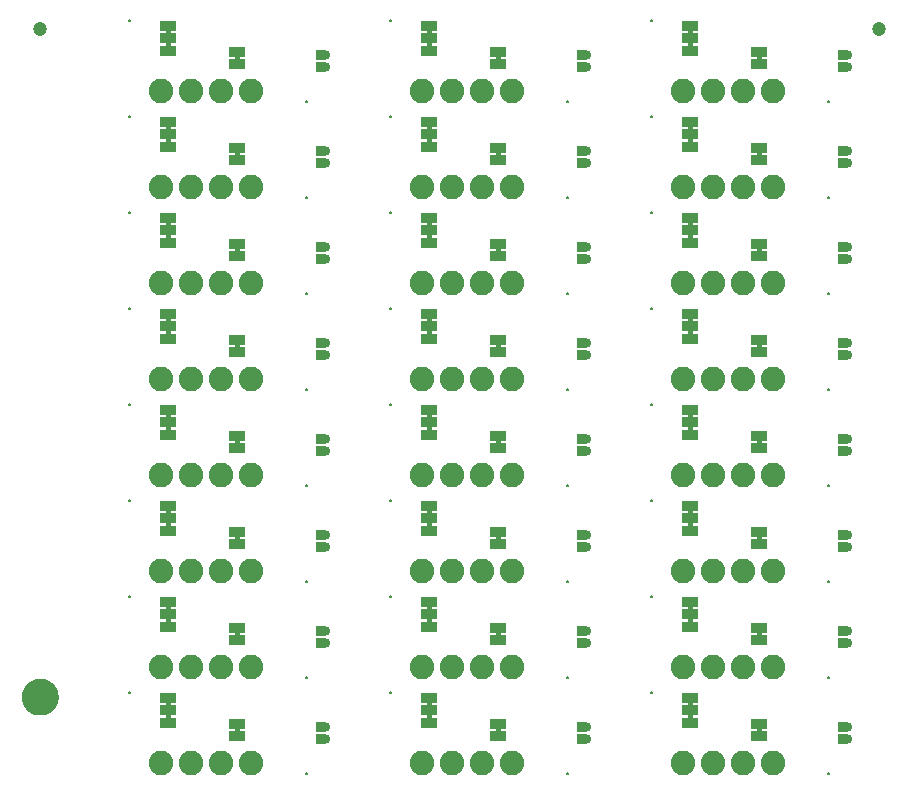
<source format=gbs>
G04 EAGLE Gerber RS-274X export*
G75*
%MOMM*%
%FSLAX34Y34*%
%LPD*%
%INSoldermask Bottom*%
%IPPOS*%
%AMOC8*
5,1,8,0,0,1.08239X$1,22.5*%
G01*
%ADD10C,2.082800*%
%ADD11C,0.152400*%
%ADD12R,1.473200X0.863600*%
%ADD13C,0.762000*%
%ADD14R,0.812800X0.863600*%
%ADD15C,1.203200*%
%ADD16C,1.270000*%
%ADD17C,1.703200*%

G36*
X525845Y628662D02*
X525845Y628662D01*
X525911Y628664D01*
X525954Y628682D01*
X526001Y628690D01*
X526058Y628724D01*
X526118Y628749D01*
X526153Y628780D01*
X526194Y628805D01*
X526236Y628856D01*
X526284Y628900D01*
X526306Y628942D01*
X526335Y628979D01*
X526356Y629041D01*
X526387Y629100D01*
X526395Y629154D01*
X526407Y629191D01*
X526406Y629231D01*
X526414Y629285D01*
X526414Y633095D01*
X526403Y633160D01*
X526401Y633226D01*
X526383Y633269D01*
X526375Y633316D01*
X526341Y633373D01*
X526316Y633433D01*
X526285Y633468D01*
X526260Y633509D01*
X526209Y633551D01*
X526165Y633599D01*
X526123Y633621D01*
X526086Y633650D01*
X526024Y633671D01*
X525965Y633702D01*
X525911Y633710D01*
X525874Y633722D01*
X525834Y633721D01*
X525780Y633729D01*
X523240Y633729D01*
X523175Y633718D01*
X523109Y633716D01*
X523066Y633698D01*
X523019Y633690D01*
X522962Y633656D01*
X522902Y633631D01*
X522867Y633600D01*
X522826Y633575D01*
X522785Y633524D01*
X522736Y633480D01*
X522714Y633438D01*
X522685Y633401D01*
X522664Y633339D01*
X522633Y633280D01*
X522625Y633226D01*
X522613Y633189D01*
X522613Y633185D01*
X522613Y633184D01*
X522614Y633149D01*
X522606Y633095D01*
X522606Y629285D01*
X522617Y629220D01*
X522619Y629154D01*
X522637Y629111D01*
X522645Y629064D01*
X522679Y629007D01*
X522704Y628947D01*
X522735Y628912D01*
X522760Y628871D01*
X522811Y628830D01*
X522855Y628781D01*
X522897Y628759D01*
X522934Y628730D01*
X522996Y628709D01*
X523055Y628678D01*
X523109Y628670D01*
X523146Y628658D01*
X523186Y628659D01*
X523240Y628651D01*
X525780Y628651D01*
X525845Y628662D01*
G37*
G36*
X304865Y628662D02*
X304865Y628662D01*
X304931Y628664D01*
X304974Y628682D01*
X305021Y628690D01*
X305078Y628724D01*
X305138Y628749D01*
X305173Y628780D01*
X305214Y628805D01*
X305256Y628856D01*
X305304Y628900D01*
X305326Y628942D01*
X305355Y628979D01*
X305376Y629041D01*
X305407Y629100D01*
X305415Y629154D01*
X305427Y629191D01*
X305426Y629231D01*
X305434Y629285D01*
X305434Y633095D01*
X305423Y633160D01*
X305421Y633226D01*
X305403Y633269D01*
X305395Y633316D01*
X305361Y633373D01*
X305336Y633433D01*
X305305Y633468D01*
X305280Y633509D01*
X305229Y633551D01*
X305185Y633599D01*
X305143Y633621D01*
X305106Y633650D01*
X305044Y633671D01*
X304985Y633702D01*
X304931Y633710D01*
X304894Y633722D01*
X304854Y633721D01*
X304800Y633729D01*
X302260Y633729D01*
X302195Y633718D01*
X302129Y633716D01*
X302086Y633698D01*
X302039Y633690D01*
X301982Y633656D01*
X301922Y633631D01*
X301887Y633600D01*
X301846Y633575D01*
X301805Y633524D01*
X301756Y633480D01*
X301734Y633438D01*
X301705Y633401D01*
X301684Y633339D01*
X301653Y633280D01*
X301645Y633226D01*
X301633Y633189D01*
X301633Y633185D01*
X301633Y633184D01*
X301634Y633149D01*
X301626Y633095D01*
X301626Y629285D01*
X301637Y629220D01*
X301639Y629154D01*
X301657Y629111D01*
X301665Y629064D01*
X301699Y629007D01*
X301724Y628947D01*
X301755Y628912D01*
X301780Y628871D01*
X301831Y628830D01*
X301875Y628781D01*
X301917Y628759D01*
X301954Y628730D01*
X302016Y628709D01*
X302075Y628678D01*
X302129Y628670D01*
X302166Y628658D01*
X302206Y628659D01*
X302260Y628651D01*
X304800Y628651D01*
X304865Y628662D01*
G37*
G36*
X83885Y628662D02*
X83885Y628662D01*
X83951Y628664D01*
X83994Y628682D01*
X84041Y628690D01*
X84098Y628724D01*
X84158Y628749D01*
X84193Y628780D01*
X84234Y628805D01*
X84276Y628856D01*
X84324Y628900D01*
X84346Y628942D01*
X84375Y628979D01*
X84396Y629041D01*
X84427Y629100D01*
X84435Y629154D01*
X84447Y629191D01*
X84446Y629231D01*
X84454Y629285D01*
X84454Y633095D01*
X84443Y633160D01*
X84441Y633226D01*
X84423Y633269D01*
X84415Y633316D01*
X84381Y633373D01*
X84356Y633433D01*
X84325Y633468D01*
X84300Y633509D01*
X84249Y633551D01*
X84205Y633599D01*
X84163Y633621D01*
X84126Y633650D01*
X84064Y633671D01*
X84005Y633702D01*
X83951Y633710D01*
X83914Y633722D01*
X83874Y633721D01*
X83820Y633729D01*
X81280Y633729D01*
X81215Y633718D01*
X81149Y633716D01*
X81106Y633698D01*
X81059Y633690D01*
X81002Y633656D01*
X80942Y633631D01*
X80907Y633600D01*
X80866Y633575D01*
X80825Y633524D01*
X80776Y633480D01*
X80754Y633438D01*
X80725Y633401D01*
X80704Y633339D01*
X80673Y633280D01*
X80665Y633226D01*
X80653Y633189D01*
X80653Y633185D01*
X80653Y633184D01*
X80654Y633149D01*
X80646Y633095D01*
X80646Y629285D01*
X80657Y629220D01*
X80659Y629154D01*
X80677Y629111D01*
X80685Y629064D01*
X80719Y629007D01*
X80744Y628947D01*
X80775Y628912D01*
X80800Y628871D01*
X80851Y628830D01*
X80895Y628781D01*
X80937Y628759D01*
X80974Y628730D01*
X81036Y628709D01*
X81095Y628678D01*
X81149Y628670D01*
X81186Y628658D01*
X81226Y628659D01*
X81280Y628651D01*
X83820Y628651D01*
X83885Y628662D01*
G37*
G36*
X83885Y618502D02*
X83885Y618502D01*
X83951Y618504D01*
X83994Y618522D01*
X84041Y618530D01*
X84098Y618564D01*
X84158Y618589D01*
X84193Y618620D01*
X84234Y618645D01*
X84276Y618696D01*
X84324Y618740D01*
X84346Y618782D01*
X84375Y618819D01*
X84396Y618881D01*
X84427Y618940D01*
X84435Y618994D01*
X84447Y619031D01*
X84446Y619071D01*
X84454Y619125D01*
X84454Y622935D01*
X84443Y623000D01*
X84441Y623066D01*
X84423Y623109D01*
X84415Y623156D01*
X84381Y623213D01*
X84356Y623273D01*
X84325Y623308D01*
X84300Y623349D01*
X84249Y623391D01*
X84205Y623439D01*
X84163Y623461D01*
X84126Y623490D01*
X84064Y623511D01*
X84005Y623542D01*
X83951Y623550D01*
X83914Y623562D01*
X83874Y623561D01*
X83820Y623569D01*
X81280Y623569D01*
X81215Y623558D01*
X81149Y623556D01*
X81106Y623538D01*
X81059Y623530D01*
X81002Y623496D01*
X80942Y623471D01*
X80907Y623440D01*
X80866Y623415D01*
X80825Y623364D01*
X80776Y623320D01*
X80754Y623278D01*
X80725Y623241D01*
X80704Y623179D01*
X80673Y623120D01*
X80665Y623066D01*
X80653Y623029D01*
X80653Y623025D01*
X80653Y623024D01*
X80654Y622989D01*
X80646Y622935D01*
X80646Y619125D01*
X80657Y619060D01*
X80659Y618994D01*
X80677Y618951D01*
X80685Y618904D01*
X80719Y618847D01*
X80744Y618787D01*
X80775Y618752D01*
X80800Y618711D01*
X80851Y618670D01*
X80895Y618621D01*
X80937Y618599D01*
X80974Y618570D01*
X81036Y618549D01*
X81095Y618518D01*
X81149Y618510D01*
X81186Y618498D01*
X81226Y618499D01*
X81280Y618491D01*
X83820Y618491D01*
X83885Y618502D01*
G37*
G36*
X525845Y618502D02*
X525845Y618502D01*
X525911Y618504D01*
X525954Y618522D01*
X526001Y618530D01*
X526058Y618564D01*
X526118Y618589D01*
X526153Y618620D01*
X526194Y618645D01*
X526236Y618696D01*
X526284Y618740D01*
X526306Y618782D01*
X526335Y618819D01*
X526356Y618881D01*
X526387Y618940D01*
X526395Y618994D01*
X526407Y619031D01*
X526406Y619071D01*
X526414Y619125D01*
X526414Y622935D01*
X526403Y623000D01*
X526401Y623066D01*
X526383Y623109D01*
X526375Y623156D01*
X526341Y623213D01*
X526316Y623273D01*
X526285Y623308D01*
X526260Y623349D01*
X526209Y623391D01*
X526165Y623439D01*
X526123Y623461D01*
X526086Y623490D01*
X526024Y623511D01*
X525965Y623542D01*
X525911Y623550D01*
X525874Y623562D01*
X525834Y623561D01*
X525780Y623569D01*
X523240Y623569D01*
X523175Y623558D01*
X523109Y623556D01*
X523066Y623538D01*
X523019Y623530D01*
X522962Y623496D01*
X522902Y623471D01*
X522867Y623440D01*
X522826Y623415D01*
X522785Y623364D01*
X522736Y623320D01*
X522714Y623278D01*
X522685Y623241D01*
X522664Y623179D01*
X522633Y623120D01*
X522625Y623066D01*
X522613Y623029D01*
X522613Y623025D01*
X522613Y623024D01*
X522614Y622989D01*
X522606Y622935D01*
X522606Y619125D01*
X522617Y619060D01*
X522619Y618994D01*
X522637Y618951D01*
X522645Y618904D01*
X522679Y618847D01*
X522704Y618787D01*
X522735Y618752D01*
X522760Y618711D01*
X522811Y618670D01*
X522855Y618621D01*
X522897Y618599D01*
X522934Y618570D01*
X522996Y618549D01*
X523055Y618518D01*
X523109Y618510D01*
X523146Y618498D01*
X523186Y618499D01*
X523240Y618491D01*
X525780Y618491D01*
X525845Y618502D01*
G37*
G36*
X304865Y618502D02*
X304865Y618502D01*
X304931Y618504D01*
X304974Y618522D01*
X305021Y618530D01*
X305078Y618564D01*
X305138Y618589D01*
X305173Y618620D01*
X305214Y618645D01*
X305256Y618696D01*
X305304Y618740D01*
X305326Y618782D01*
X305355Y618819D01*
X305376Y618881D01*
X305407Y618940D01*
X305415Y618994D01*
X305427Y619031D01*
X305426Y619071D01*
X305434Y619125D01*
X305434Y622935D01*
X305423Y623000D01*
X305421Y623066D01*
X305403Y623109D01*
X305395Y623156D01*
X305361Y623213D01*
X305336Y623273D01*
X305305Y623308D01*
X305280Y623349D01*
X305229Y623391D01*
X305185Y623439D01*
X305143Y623461D01*
X305106Y623490D01*
X305044Y623511D01*
X304985Y623542D01*
X304931Y623550D01*
X304894Y623562D01*
X304854Y623561D01*
X304800Y623569D01*
X302260Y623569D01*
X302195Y623558D01*
X302129Y623556D01*
X302086Y623538D01*
X302039Y623530D01*
X301982Y623496D01*
X301922Y623471D01*
X301887Y623440D01*
X301846Y623415D01*
X301805Y623364D01*
X301756Y623320D01*
X301734Y623278D01*
X301705Y623241D01*
X301684Y623179D01*
X301653Y623120D01*
X301645Y623066D01*
X301633Y623029D01*
X301633Y623025D01*
X301633Y623024D01*
X301634Y622989D01*
X301626Y622935D01*
X301626Y619125D01*
X301637Y619060D01*
X301639Y618994D01*
X301657Y618951D01*
X301665Y618904D01*
X301699Y618847D01*
X301724Y618787D01*
X301755Y618752D01*
X301780Y618711D01*
X301831Y618670D01*
X301875Y618621D01*
X301917Y618599D01*
X301954Y618570D01*
X302016Y618549D01*
X302075Y618518D01*
X302129Y618510D01*
X302166Y618498D01*
X302206Y618499D01*
X302260Y618491D01*
X304800Y618491D01*
X304865Y618502D01*
G37*
G36*
X584265Y607072D02*
X584265Y607072D01*
X584331Y607074D01*
X584374Y607092D01*
X584421Y607100D01*
X584478Y607134D01*
X584538Y607159D01*
X584573Y607190D01*
X584614Y607215D01*
X584656Y607266D01*
X584704Y607310D01*
X584726Y607352D01*
X584755Y607389D01*
X584776Y607451D01*
X584807Y607510D01*
X584815Y607564D01*
X584827Y607601D01*
X584826Y607641D01*
X584834Y607695D01*
X584834Y611505D01*
X584823Y611570D01*
X584821Y611636D01*
X584803Y611679D01*
X584795Y611726D01*
X584761Y611783D01*
X584736Y611843D01*
X584705Y611878D01*
X584680Y611919D01*
X584629Y611961D01*
X584585Y612009D01*
X584543Y612031D01*
X584506Y612060D01*
X584444Y612081D01*
X584385Y612112D01*
X584331Y612120D01*
X584294Y612132D01*
X584254Y612131D01*
X584200Y612139D01*
X581660Y612139D01*
X581595Y612128D01*
X581529Y612126D01*
X581486Y612108D01*
X581439Y612100D01*
X581382Y612066D01*
X581322Y612041D01*
X581287Y612010D01*
X581246Y611985D01*
X581205Y611934D01*
X581156Y611890D01*
X581134Y611848D01*
X581105Y611811D01*
X581084Y611749D01*
X581053Y611690D01*
X581045Y611636D01*
X581033Y611599D01*
X581033Y611595D01*
X581033Y611594D01*
X581034Y611559D01*
X581026Y611505D01*
X581026Y607695D01*
X581037Y607630D01*
X581039Y607564D01*
X581057Y607521D01*
X581065Y607474D01*
X581099Y607417D01*
X581124Y607357D01*
X581155Y607322D01*
X581180Y607281D01*
X581231Y607240D01*
X581275Y607191D01*
X581317Y607169D01*
X581354Y607140D01*
X581416Y607119D01*
X581475Y607088D01*
X581529Y607080D01*
X581566Y607068D01*
X581606Y607069D01*
X581660Y607061D01*
X584200Y607061D01*
X584265Y607072D01*
G37*
G36*
X142305Y607072D02*
X142305Y607072D01*
X142371Y607074D01*
X142414Y607092D01*
X142461Y607100D01*
X142518Y607134D01*
X142578Y607159D01*
X142613Y607190D01*
X142654Y607215D01*
X142696Y607266D01*
X142744Y607310D01*
X142766Y607352D01*
X142795Y607389D01*
X142816Y607451D01*
X142847Y607510D01*
X142855Y607564D01*
X142867Y607601D01*
X142866Y607641D01*
X142874Y607695D01*
X142874Y611505D01*
X142863Y611570D01*
X142861Y611636D01*
X142843Y611679D01*
X142835Y611726D01*
X142801Y611783D01*
X142776Y611843D01*
X142745Y611878D01*
X142720Y611919D01*
X142669Y611961D01*
X142625Y612009D01*
X142583Y612031D01*
X142546Y612060D01*
X142484Y612081D01*
X142425Y612112D01*
X142371Y612120D01*
X142334Y612132D01*
X142294Y612131D01*
X142240Y612139D01*
X139700Y612139D01*
X139635Y612128D01*
X139569Y612126D01*
X139526Y612108D01*
X139479Y612100D01*
X139422Y612066D01*
X139362Y612041D01*
X139327Y612010D01*
X139286Y611985D01*
X139245Y611934D01*
X139196Y611890D01*
X139174Y611848D01*
X139145Y611811D01*
X139124Y611749D01*
X139093Y611690D01*
X139085Y611636D01*
X139073Y611599D01*
X139073Y611595D01*
X139073Y611594D01*
X139074Y611559D01*
X139066Y611505D01*
X139066Y607695D01*
X139077Y607630D01*
X139079Y607564D01*
X139097Y607521D01*
X139105Y607474D01*
X139139Y607417D01*
X139164Y607357D01*
X139195Y607322D01*
X139220Y607281D01*
X139271Y607240D01*
X139315Y607191D01*
X139357Y607169D01*
X139394Y607140D01*
X139456Y607119D01*
X139515Y607088D01*
X139569Y607080D01*
X139606Y607068D01*
X139646Y607069D01*
X139700Y607061D01*
X142240Y607061D01*
X142305Y607072D01*
G37*
G36*
X363285Y607072D02*
X363285Y607072D01*
X363351Y607074D01*
X363394Y607092D01*
X363441Y607100D01*
X363498Y607134D01*
X363558Y607159D01*
X363593Y607190D01*
X363634Y607215D01*
X363676Y607266D01*
X363724Y607310D01*
X363746Y607352D01*
X363775Y607389D01*
X363796Y607451D01*
X363827Y607510D01*
X363835Y607564D01*
X363847Y607601D01*
X363846Y607641D01*
X363854Y607695D01*
X363854Y611505D01*
X363843Y611570D01*
X363841Y611636D01*
X363823Y611679D01*
X363815Y611726D01*
X363781Y611783D01*
X363756Y611843D01*
X363725Y611878D01*
X363700Y611919D01*
X363649Y611961D01*
X363605Y612009D01*
X363563Y612031D01*
X363526Y612060D01*
X363464Y612081D01*
X363405Y612112D01*
X363351Y612120D01*
X363314Y612132D01*
X363274Y612131D01*
X363220Y612139D01*
X360680Y612139D01*
X360615Y612128D01*
X360549Y612126D01*
X360506Y612108D01*
X360459Y612100D01*
X360402Y612066D01*
X360342Y612041D01*
X360307Y612010D01*
X360266Y611985D01*
X360225Y611934D01*
X360176Y611890D01*
X360154Y611848D01*
X360125Y611811D01*
X360104Y611749D01*
X360073Y611690D01*
X360065Y611636D01*
X360053Y611599D01*
X360053Y611595D01*
X360053Y611594D01*
X360054Y611559D01*
X360046Y611505D01*
X360046Y607695D01*
X360057Y607630D01*
X360059Y607564D01*
X360077Y607521D01*
X360085Y607474D01*
X360119Y607417D01*
X360144Y607357D01*
X360175Y607322D01*
X360200Y607281D01*
X360251Y607240D01*
X360295Y607191D01*
X360337Y607169D01*
X360374Y607140D01*
X360436Y607119D01*
X360495Y607088D01*
X360549Y607080D01*
X360586Y607068D01*
X360626Y607069D01*
X360680Y607061D01*
X363220Y607061D01*
X363285Y607072D01*
G37*
G36*
X525845Y547382D02*
X525845Y547382D01*
X525911Y547384D01*
X525954Y547402D01*
X526001Y547410D01*
X526058Y547444D01*
X526118Y547469D01*
X526153Y547500D01*
X526194Y547525D01*
X526236Y547576D01*
X526284Y547620D01*
X526306Y547662D01*
X526335Y547699D01*
X526356Y547761D01*
X526387Y547820D01*
X526395Y547874D01*
X526407Y547911D01*
X526406Y547951D01*
X526414Y548005D01*
X526414Y551815D01*
X526403Y551880D01*
X526401Y551946D01*
X526383Y551989D01*
X526375Y552036D01*
X526341Y552093D01*
X526316Y552153D01*
X526285Y552188D01*
X526260Y552229D01*
X526209Y552271D01*
X526165Y552319D01*
X526123Y552341D01*
X526086Y552370D01*
X526024Y552391D01*
X525965Y552422D01*
X525911Y552430D01*
X525874Y552442D01*
X525834Y552441D01*
X525780Y552449D01*
X523240Y552449D01*
X523175Y552438D01*
X523109Y552436D01*
X523066Y552418D01*
X523019Y552410D01*
X522962Y552376D01*
X522902Y552351D01*
X522867Y552320D01*
X522826Y552295D01*
X522785Y552244D01*
X522736Y552200D01*
X522714Y552158D01*
X522685Y552121D01*
X522664Y552059D01*
X522633Y552000D01*
X522625Y551946D01*
X522613Y551909D01*
X522613Y551905D01*
X522613Y551904D01*
X522614Y551869D01*
X522606Y551815D01*
X522606Y548005D01*
X522617Y547940D01*
X522619Y547874D01*
X522637Y547831D01*
X522645Y547784D01*
X522679Y547727D01*
X522704Y547667D01*
X522735Y547632D01*
X522760Y547591D01*
X522811Y547550D01*
X522855Y547501D01*
X522897Y547479D01*
X522934Y547450D01*
X522996Y547429D01*
X523055Y547398D01*
X523109Y547390D01*
X523146Y547378D01*
X523186Y547379D01*
X523240Y547371D01*
X525780Y547371D01*
X525845Y547382D01*
G37*
G36*
X83885Y547382D02*
X83885Y547382D01*
X83951Y547384D01*
X83994Y547402D01*
X84041Y547410D01*
X84098Y547444D01*
X84158Y547469D01*
X84193Y547500D01*
X84234Y547525D01*
X84276Y547576D01*
X84324Y547620D01*
X84346Y547662D01*
X84375Y547699D01*
X84396Y547761D01*
X84427Y547820D01*
X84435Y547874D01*
X84447Y547911D01*
X84446Y547951D01*
X84454Y548005D01*
X84454Y551815D01*
X84443Y551880D01*
X84441Y551946D01*
X84423Y551989D01*
X84415Y552036D01*
X84381Y552093D01*
X84356Y552153D01*
X84325Y552188D01*
X84300Y552229D01*
X84249Y552271D01*
X84205Y552319D01*
X84163Y552341D01*
X84126Y552370D01*
X84064Y552391D01*
X84005Y552422D01*
X83951Y552430D01*
X83914Y552442D01*
X83874Y552441D01*
X83820Y552449D01*
X81280Y552449D01*
X81215Y552438D01*
X81149Y552436D01*
X81106Y552418D01*
X81059Y552410D01*
X81002Y552376D01*
X80942Y552351D01*
X80907Y552320D01*
X80866Y552295D01*
X80825Y552244D01*
X80776Y552200D01*
X80754Y552158D01*
X80725Y552121D01*
X80704Y552059D01*
X80673Y552000D01*
X80665Y551946D01*
X80653Y551909D01*
X80653Y551905D01*
X80653Y551904D01*
X80654Y551869D01*
X80646Y551815D01*
X80646Y548005D01*
X80657Y547940D01*
X80659Y547874D01*
X80677Y547831D01*
X80685Y547784D01*
X80719Y547727D01*
X80744Y547667D01*
X80775Y547632D01*
X80800Y547591D01*
X80851Y547550D01*
X80895Y547501D01*
X80937Y547479D01*
X80974Y547450D01*
X81036Y547429D01*
X81095Y547398D01*
X81149Y547390D01*
X81186Y547378D01*
X81226Y547379D01*
X81280Y547371D01*
X83820Y547371D01*
X83885Y547382D01*
G37*
G36*
X304865Y547382D02*
X304865Y547382D01*
X304931Y547384D01*
X304974Y547402D01*
X305021Y547410D01*
X305078Y547444D01*
X305138Y547469D01*
X305173Y547500D01*
X305214Y547525D01*
X305256Y547576D01*
X305304Y547620D01*
X305326Y547662D01*
X305355Y547699D01*
X305376Y547761D01*
X305407Y547820D01*
X305415Y547874D01*
X305427Y547911D01*
X305426Y547951D01*
X305434Y548005D01*
X305434Y551815D01*
X305423Y551880D01*
X305421Y551946D01*
X305403Y551989D01*
X305395Y552036D01*
X305361Y552093D01*
X305336Y552153D01*
X305305Y552188D01*
X305280Y552229D01*
X305229Y552271D01*
X305185Y552319D01*
X305143Y552341D01*
X305106Y552370D01*
X305044Y552391D01*
X304985Y552422D01*
X304931Y552430D01*
X304894Y552442D01*
X304854Y552441D01*
X304800Y552449D01*
X302260Y552449D01*
X302195Y552438D01*
X302129Y552436D01*
X302086Y552418D01*
X302039Y552410D01*
X301982Y552376D01*
X301922Y552351D01*
X301887Y552320D01*
X301846Y552295D01*
X301805Y552244D01*
X301756Y552200D01*
X301734Y552158D01*
X301705Y552121D01*
X301684Y552059D01*
X301653Y552000D01*
X301645Y551946D01*
X301633Y551909D01*
X301633Y551905D01*
X301633Y551904D01*
X301634Y551869D01*
X301626Y551815D01*
X301626Y548005D01*
X301637Y547940D01*
X301639Y547874D01*
X301657Y547831D01*
X301665Y547784D01*
X301699Y547727D01*
X301724Y547667D01*
X301755Y547632D01*
X301780Y547591D01*
X301831Y547550D01*
X301875Y547501D01*
X301917Y547479D01*
X301954Y547450D01*
X302016Y547429D01*
X302075Y547398D01*
X302129Y547390D01*
X302166Y547378D01*
X302206Y547379D01*
X302260Y547371D01*
X304800Y547371D01*
X304865Y547382D01*
G37*
G36*
X525845Y537222D02*
X525845Y537222D01*
X525911Y537224D01*
X525954Y537242D01*
X526001Y537250D01*
X526058Y537284D01*
X526118Y537309D01*
X526153Y537340D01*
X526194Y537365D01*
X526236Y537416D01*
X526284Y537460D01*
X526306Y537502D01*
X526335Y537539D01*
X526356Y537601D01*
X526387Y537660D01*
X526395Y537714D01*
X526407Y537751D01*
X526406Y537791D01*
X526414Y537845D01*
X526414Y541655D01*
X526403Y541720D01*
X526401Y541786D01*
X526383Y541829D01*
X526375Y541876D01*
X526341Y541933D01*
X526316Y541993D01*
X526285Y542028D01*
X526260Y542069D01*
X526209Y542111D01*
X526165Y542159D01*
X526123Y542181D01*
X526086Y542210D01*
X526024Y542231D01*
X525965Y542262D01*
X525911Y542270D01*
X525874Y542282D01*
X525834Y542281D01*
X525780Y542289D01*
X523240Y542289D01*
X523175Y542278D01*
X523109Y542276D01*
X523066Y542258D01*
X523019Y542250D01*
X522962Y542216D01*
X522902Y542191D01*
X522867Y542160D01*
X522826Y542135D01*
X522785Y542084D01*
X522736Y542040D01*
X522714Y541998D01*
X522685Y541961D01*
X522664Y541899D01*
X522633Y541840D01*
X522625Y541786D01*
X522613Y541749D01*
X522613Y541745D01*
X522613Y541744D01*
X522614Y541709D01*
X522606Y541655D01*
X522606Y537845D01*
X522617Y537780D01*
X522619Y537714D01*
X522637Y537671D01*
X522645Y537624D01*
X522679Y537567D01*
X522704Y537507D01*
X522735Y537472D01*
X522760Y537431D01*
X522811Y537390D01*
X522855Y537341D01*
X522897Y537319D01*
X522934Y537290D01*
X522996Y537269D01*
X523055Y537238D01*
X523109Y537230D01*
X523146Y537218D01*
X523186Y537219D01*
X523240Y537211D01*
X525780Y537211D01*
X525845Y537222D01*
G37*
G36*
X83885Y537222D02*
X83885Y537222D01*
X83951Y537224D01*
X83994Y537242D01*
X84041Y537250D01*
X84098Y537284D01*
X84158Y537309D01*
X84193Y537340D01*
X84234Y537365D01*
X84276Y537416D01*
X84324Y537460D01*
X84346Y537502D01*
X84375Y537539D01*
X84396Y537601D01*
X84427Y537660D01*
X84435Y537714D01*
X84447Y537751D01*
X84446Y537791D01*
X84454Y537845D01*
X84454Y541655D01*
X84443Y541720D01*
X84441Y541786D01*
X84423Y541829D01*
X84415Y541876D01*
X84381Y541933D01*
X84356Y541993D01*
X84325Y542028D01*
X84300Y542069D01*
X84249Y542111D01*
X84205Y542159D01*
X84163Y542181D01*
X84126Y542210D01*
X84064Y542231D01*
X84005Y542262D01*
X83951Y542270D01*
X83914Y542282D01*
X83874Y542281D01*
X83820Y542289D01*
X81280Y542289D01*
X81215Y542278D01*
X81149Y542276D01*
X81106Y542258D01*
X81059Y542250D01*
X81002Y542216D01*
X80942Y542191D01*
X80907Y542160D01*
X80866Y542135D01*
X80825Y542084D01*
X80776Y542040D01*
X80754Y541998D01*
X80725Y541961D01*
X80704Y541899D01*
X80673Y541840D01*
X80665Y541786D01*
X80653Y541749D01*
X80653Y541745D01*
X80653Y541744D01*
X80654Y541709D01*
X80646Y541655D01*
X80646Y537845D01*
X80657Y537780D01*
X80659Y537714D01*
X80677Y537671D01*
X80685Y537624D01*
X80719Y537567D01*
X80744Y537507D01*
X80775Y537472D01*
X80800Y537431D01*
X80851Y537390D01*
X80895Y537341D01*
X80937Y537319D01*
X80974Y537290D01*
X81036Y537269D01*
X81095Y537238D01*
X81149Y537230D01*
X81186Y537218D01*
X81226Y537219D01*
X81280Y537211D01*
X83820Y537211D01*
X83885Y537222D01*
G37*
G36*
X304865Y537222D02*
X304865Y537222D01*
X304931Y537224D01*
X304974Y537242D01*
X305021Y537250D01*
X305078Y537284D01*
X305138Y537309D01*
X305173Y537340D01*
X305214Y537365D01*
X305256Y537416D01*
X305304Y537460D01*
X305326Y537502D01*
X305355Y537539D01*
X305376Y537601D01*
X305407Y537660D01*
X305415Y537714D01*
X305427Y537751D01*
X305426Y537791D01*
X305434Y537845D01*
X305434Y541655D01*
X305423Y541720D01*
X305421Y541786D01*
X305403Y541829D01*
X305395Y541876D01*
X305361Y541933D01*
X305336Y541993D01*
X305305Y542028D01*
X305280Y542069D01*
X305229Y542111D01*
X305185Y542159D01*
X305143Y542181D01*
X305106Y542210D01*
X305044Y542231D01*
X304985Y542262D01*
X304931Y542270D01*
X304894Y542282D01*
X304854Y542281D01*
X304800Y542289D01*
X302260Y542289D01*
X302195Y542278D01*
X302129Y542276D01*
X302086Y542258D01*
X302039Y542250D01*
X301982Y542216D01*
X301922Y542191D01*
X301887Y542160D01*
X301846Y542135D01*
X301805Y542084D01*
X301756Y542040D01*
X301734Y541998D01*
X301705Y541961D01*
X301684Y541899D01*
X301653Y541840D01*
X301645Y541786D01*
X301633Y541749D01*
X301633Y541745D01*
X301633Y541744D01*
X301634Y541709D01*
X301626Y541655D01*
X301626Y537845D01*
X301637Y537780D01*
X301639Y537714D01*
X301657Y537671D01*
X301665Y537624D01*
X301699Y537567D01*
X301724Y537507D01*
X301755Y537472D01*
X301780Y537431D01*
X301831Y537390D01*
X301875Y537341D01*
X301917Y537319D01*
X301954Y537290D01*
X302016Y537269D01*
X302075Y537238D01*
X302129Y537230D01*
X302166Y537218D01*
X302206Y537219D01*
X302260Y537211D01*
X304800Y537211D01*
X304865Y537222D01*
G37*
G36*
X142305Y525792D02*
X142305Y525792D01*
X142371Y525794D01*
X142414Y525812D01*
X142461Y525820D01*
X142518Y525854D01*
X142578Y525879D01*
X142613Y525910D01*
X142654Y525935D01*
X142696Y525986D01*
X142744Y526030D01*
X142766Y526072D01*
X142795Y526109D01*
X142816Y526171D01*
X142847Y526230D01*
X142855Y526284D01*
X142867Y526321D01*
X142866Y526361D01*
X142874Y526415D01*
X142874Y530225D01*
X142863Y530290D01*
X142861Y530356D01*
X142843Y530399D01*
X142835Y530446D01*
X142801Y530503D01*
X142776Y530563D01*
X142745Y530598D01*
X142720Y530639D01*
X142669Y530681D01*
X142625Y530729D01*
X142583Y530751D01*
X142546Y530780D01*
X142484Y530801D01*
X142425Y530832D01*
X142371Y530840D01*
X142334Y530852D01*
X142294Y530851D01*
X142240Y530859D01*
X139700Y530859D01*
X139635Y530848D01*
X139569Y530846D01*
X139526Y530828D01*
X139479Y530820D01*
X139422Y530786D01*
X139362Y530761D01*
X139327Y530730D01*
X139286Y530705D01*
X139245Y530654D01*
X139196Y530610D01*
X139174Y530568D01*
X139145Y530531D01*
X139124Y530469D01*
X139093Y530410D01*
X139085Y530356D01*
X139073Y530319D01*
X139073Y530315D01*
X139073Y530314D01*
X139074Y530279D01*
X139066Y530225D01*
X139066Y526415D01*
X139077Y526350D01*
X139079Y526284D01*
X139097Y526241D01*
X139105Y526194D01*
X139139Y526137D01*
X139164Y526077D01*
X139195Y526042D01*
X139220Y526001D01*
X139271Y525960D01*
X139315Y525911D01*
X139357Y525889D01*
X139394Y525860D01*
X139456Y525839D01*
X139515Y525808D01*
X139569Y525800D01*
X139606Y525788D01*
X139646Y525789D01*
X139700Y525781D01*
X142240Y525781D01*
X142305Y525792D01*
G37*
G36*
X363285Y525792D02*
X363285Y525792D01*
X363351Y525794D01*
X363394Y525812D01*
X363441Y525820D01*
X363498Y525854D01*
X363558Y525879D01*
X363593Y525910D01*
X363634Y525935D01*
X363676Y525986D01*
X363724Y526030D01*
X363746Y526072D01*
X363775Y526109D01*
X363796Y526171D01*
X363827Y526230D01*
X363835Y526284D01*
X363847Y526321D01*
X363846Y526361D01*
X363854Y526415D01*
X363854Y530225D01*
X363843Y530290D01*
X363841Y530356D01*
X363823Y530399D01*
X363815Y530446D01*
X363781Y530503D01*
X363756Y530563D01*
X363725Y530598D01*
X363700Y530639D01*
X363649Y530681D01*
X363605Y530729D01*
X363563Y530751D01*
X363526Y530780D01*
X363464Y530801D01*
X363405Y530832D01*
X363351Y530840D01*
X363314Y530852D01*
X363274Y530851D01*
X363220Y530859D01*
X360680Y530859D01*
X360615Y530848D01*
X360549Y530846D01*
X360506Y530828D01*
X360459Y530820D01*
X360402Y530786D01*
X360342Y530761D01*
X360307Y530730D01*
X360266Y530705D01*
X360225Y530654D01*
X360176Y530610D01*
X360154Y530568D01*
X360125Y530531D01*
X360104Y530469D01*
X360073Y530410D01*
X360065Y530356D01*
X360053Y530319D01*
X360053Y530315D01*
X360053Y530314D01*
X360054Y530279D01*
X360046Y530225D01*
X360046Y526415D01*
X360057Y526350D01*
X360059Y526284D01*
X360077Y526241D01*
X360085Y526194D01*
X360119Y526137D01*
X360144Y526077D01*
X360175Y526042D01*
X360200Y526001D01*
X360251Y525960D01*
X360295Y525911D01*
X360337Y525889D01*
X360374Y525860D01*
X360436Y525839D01*
X360495Y525808D01*
X360549Y525800D01*
X360586Y525788D01*
X360626Y525789D01*
X360680Y525781D01*
X363220Y525781D01*
X363285Y525792D01*
G37*
G36*
X584265Y525792D02*
X584265Y525792D01*
X584331Y525794D01*
X584374Y525812D01*
X584421Y525820D01*
X584478Y525854D01*
X584538Y525879D01*
X584573Y525910D01*
X584614Y525935D01*
X584656Y525986D01*
X584704Y526030D01*
X584726Y526072D01*
X584755Y526109D01*
X584776Y526171D01*
X584807Y526230D01*
X584815Y526284D01*
X584827Y526321D01*
X584826Y526361D01*
X584834Y526415D01*
X584834Y530225D01*
X584823Y530290D01*
X584821Y530356D01*
X584803Y530399D01*
X584795Y530446D01*
X584761Y530503D01*
X584736Y530563D01*
X584705Y530598D01*
X584680Y530639D01*
X584629Y530681D01*
X584585Y530729D01*
X584543Y530751D01*
X584506Y530780D01*
X584444Y530801D01*
X584385Y530832D01*
X584331Y530840D01*
X584294Y530852D01*
X584254Y530851D01*
X584200Y530859D01*
X581660Y530859D01*
X581595Y530848D01*
X581529Y530846D01*
X581486Y530828D01*
X581439Y530820D01*
X581382Y530786D01*
X581322Y530761D01*
X581287Y530730D01*
X581246Y530705D01*
X581205Y530654D01*
X581156Y530610D01*
X581134Y530568D01*
X581105Y530531D01*
X581084Y530469D01*
X581053Y530410D01*
X581045Y530356D01*
X581033Y530319D01*
X581033Y530315D01*
X581033Y530314D01*
X581034Y530279D01*
X581026Y530225D01*
X581026Y526415D01*
X581037Y526350D01*
X581039Y526284D01*
X581057Y526241D01*
X581065Y526194D01*
X581099Y526137D01*
X581124Y526077D01*
X581155Y526042D01*
X581180Y526001D01*
X581231Y525960D01*
X581275Y525911D01*
X581317Y525889D01*
X581354Y525860D01*
X581416Y525839D01*
X581475Y525808D01*
X581529Y525800D01*
X581566Y525788D01*
X581606Y525789D01*
X581660Y525781D01*
X584200Y525781D01*
X584265Y525792D01*
G37*
G36*
X525845Y466102D02*
X525845Y466102D01*
X525911Y466104D01*
X525954Y466122D01*
X526001Y466130D01*
X526058Y466164D01*
X526118Y466189D01*
X526153Y466220D01*
X526194Y466245D01*
X526236Y466296D01*
X526284Y466340D01*
X526306Y466382D01*
X526335Y466419D01*
X526356Y466481D01*
X526387Y466540D01*
X526395Y466594D01*
X526407Y466631D01*
X526406Y466671D01*
X526414Y466725D01*
X526414Y470535D01*
X526403Y470600D01*
X526401Y470666D01*
X526383Y470709D01*
X526375Y470756D01*
X526341Y470813D01*
X526316Y470873D01*
X526285Y470908D01*
X526260Y470949D01*
X526209Y470991D01*
X526165Y471039D01*
X526123Y471061D01*
X526086Y471090D01*
X526024Y471111D01*
X525965Y471142D01*
X525911Y471150D01*
X525874Y471162D01*
X525834Y471161D01*
X525780Y471169D01*
X523240Y471169D01*
X523175Y471158D01*
X523109Y471156D01*
X523066Y471138D01*
X523019Y471130D01*
X522962Y471096D01*
X522902Y471071D01*
X522867Y471040D01*
X522826Y471015D01*
X522785Y470964D01*
X522736Y470920D01*
X522714Y470878D01*
X522685Y470841D01*
X522664Y470779D01*
X522633Y470720D01*
X522625Y470666D01*
X522613Y470629D01*
X522613Y470625D01*
X522613Y470624D01*
X522614Y470589D01*
X522606Y470535D01*
X522606Y466725D01*
X522617Y466660D01*
X522619Y466594D01*
X522637Y466551D01*
X522645Y466504D01*
X522679Y466447D01*
X522704Y466387D01*
X522735Y466352D01*
X522760Y466311D01*
X522811Y466270D01*
X522855Y466221D01*
X522897Y466199D01*
X522934Y466170D01*
X522996Y466149D01*
X523055Y466118D01*
X523109Y466110D01*
X523146Y466098D01*
X523186Y466099D01*
X523240Y466091D01*
X525780Y466091D01*
X525845Y466102D01*
G37*
G36*
X304865Y466102D02*
X304865Y466102D01*
X304931Y466104D01*
X304974Y466122D01*
X305021Y466130D01*
X305078Y466164D01*
X305138Y466189D01*
X305173Y466220D01*
X305214Y466245D01*
X305256Y466296D01*
X305304Y466340D01*
X305326Y466382D01*
X305355Y466419D01*
X305376Y466481D01*
X305407Y466540D01*
X305415Y466594D01*
X305427Y466631D01*
X305426Y466671D01*
X305434Y466725D01*
X305434Y470535D01*
X305423Y470600D01*
X305421Y470666D01*
X305403Y470709D01*
X305395Y470756D01*
X305361Y470813D01*
X305336Y470873D01*
X305305Y470908D01*
X305280Y470949D01*
X305229Y470991D01*
X305185Y471039D01*
X305143Y471061D01*
X305106Y471090D01*
X305044Y471111D01*
X304985Y471142D01*
X304931Y471150D01*
X304894Y471162D01*
X304854Y471161D01*
X304800Y471169D01*
X302260Y471169D01*
X302195Y471158D01*
X302129Y471156D01*
X302086Y471138D01*
X302039Y471130D01*
X301982Y471096D01*
X301922Y471071D01*
X301887Y471040D01*
X301846Y471015D01*
X301805Y470964D01*
X301756Y470920D01*
X301734Y470878D01*
X301705Y470841D01*
X301684Y470779D01*
X301653Y470720D01*
X301645Y470666D01*
X301633Y470629D01*
X301633Y470625D01*
X301633Y470624D01*
X301634Y470589D01*
X301626Y470535D01*
X301626Y466725D01*
X301637Y466660D01*
X301639Y466594D01*
X301657Y466551D01*
X301665Y466504D01*
X301699Y466447D01*
X301724Y466387D01*
X301755Y466352D01*
X301780Y466311D01*
X301831Y466270D01*
X301875Y466221D01*
X301917Y466199D01*
X301954Y466170D01*
X302016Y466149D01*
X302075Y466118D01*
X302129Y466110D01*
X302166Y466098D01*
X302206Y466099D01*
X302260Y466091D01*
X304800Y466091D01*
X304865Y466102D01*
G37*
G36*
X83885Y466102D02*
X83885Y466102D01*
X83951Y466104D01*
X83994Y466122D01*
X84041Y466130D01*
X84098Y466164D01*
X84158Y466189D01*
X84193Y466220D01*
X84234Y466245D01*
X84276Y466296D01*
X84324Y466340D01*
X84346Y466382D01*
X84375Y466419D01*
X84396Y466481D01*
X84427Y466540D01*
X84435Y466594D01*
X84447Y466631D01*
X84446Y466671D01*
X84454Y466725D01*
X84454Y470535D01*
X84443Y470600D01*
X84441Y470666D01*
X84423Y470709D01*
X84415Y470756D01*
X84381Y470813D01*
X84356Y470873D01*
X84325Y470908D01*
X84300Y470949D01*
X84249Y470991D01*
X84205Y471039D01*
X84163Y471061D01*
X84126Y471090D01*
X84064Y471111D01*
X84005Y471142D01*
X83951Y471150D01*
X83914Y471162D01*
X83874Y471161D01*
X83820Y471169D01*
X81280Y471169D01*
X81215Y471158D01*
X81149Y471156D01*
X81106Y471138D01*
X81059Y471130D01*
X81002Y471096D01*
X80942Y471071D01*
X80907Y471040D01*
X80866Y471015D01*
X80825Y470964D01*
X80776Y470920D01*
X80754Y470878D01*
X80725Y470841D01*
X80704Y470779D01*
X80673Y470720D01*
X80665Y470666D01*
X80653Y470629D01*
X80653Y470625D01*
X80653Y470624D01*
X80654Y470589D01*
X80646Y470535D01*
X80646Y466725D01*
X80657Y466660D01*
X80659Y466594D01*
X80677Y466551D01*
X80685Y466504D01*
X80719Y466447D01*
X80744Y466387D01*
X80775Y466352D01*
X80800Y466311D01*
X80851Y466270D01*
X80895Y466221D01*
X80937Y466199D01*
X80974Y466170D01*
X81036Y466149D01*
X81095Y466118D01*
X81149Y466110D01*
X81186Y466098D01*
X81226Y466099D01*
X81280Y466091D01*
X83820Y466091D01*
X83885Y466102D01*
G37*
G36*
X525845Y455942D02*
X525845Y455942D01*
X525911Y455944D01*
X525954Y455962D01*
X526001Y455970D01*
X526058Y456004D01*
X526118Y456029D01*
X526153Y456060D01*
X526194Y456085D01*
X526236Y456136D01*
X526284Y456180D01*
X526306Y456222D01*
X526335Y456259D01*
X526356Y456321D01*
X526387Y456380D01*
X526395Y456434D01*
X526407Y456471D01*
X526406Y456511D01*
X526414Y456565D01*
X526414Y460375D01*
X526403Y460440D01*
X526401Y460506D01*
X526383Y460549D01*
X526375Y460596D01*
X526341Y460653D01*
X526316Y460713D01*
X526285Y460748D01*
X526260Y460789D01*
X526209Y460831D01*
X526165Y460879D01*
X526123Y460901D01*
X526086Y460930D01*
X526024Y460951D01*
X525965Y460982D01*
X525911Y460990D01*
X525874Y461002D01*
X525834Y461001D01*
X525780Y461009D01*
X523240Y461009D01*
X523175Y460998D01*
X523109Y460996D01*
X523066Y460978D01*
X523019Y460970D01*
X522962Y460936D01*
X522902Y460911D01*
X522867Y460880D01*
X522826Y460855D01*
X522785Y460804D01*
X522736Y460760D01*
X522714Y460718D01*
X522685Y460681D01*
X522664Y460619D01*
X522633Y460560D01*
X522625Y460506D01*
X522613Y460469D01*
X522613Y460465D01*
X522613Y460464D01*
X522614Y460429D01*
X522606Y460375D01*
X522606Y456565D01*
X522617Y456500D01*
X522619Y456434D01*
X522637Y456391D01*
X522645Y456344D01*
X522679Y456287D01*
X522704Y456227D01*
X522735Y456192D01*
X522760Y456151D01*
X522811Y456110D01*
X522855Y456061D01*
X522897Y456039D01*
X522934Y456010D01*
X522996Y455989D01*
X523055Y455958D01*
X523109Y455950D01*
X523146Y455938D01*
X523186Y455939D01*
X523240Y455931D01*
X525780Y455931D01*
X525845Y455942D01*
G37*
G36*
X83885Y455942D02*
X83885Y455942D01*
X83951Y455944D01*
X83994Y455962D01*
X84041Y455970D01*
X84098Y456004D01*
X84158Y456029D01*
X84193Y456060D01*
X84234Y456085D01*
X84276Y456136D01*
X84324Y456180D01*
X84346Y456222D01*
X84375Y456259D01*
X84396Y456321D01*
X84427Y456380D01*
X84435Y456434D01*
X84447Y456471D01*
X84446Y456511D01*
X84454Y456565D01*
X84454Y460375D01*
X84443Y460440D01*
X84441Y460506D01*
X84423Y460549D01*
X84415Y460596D01*
X84381Y460653D01*
X84356Y460713D01*
X84325Y460748D01*
X84300Y460789D01*
X84249Y460831D01*
X84205Y460879D01*
X84163Y460901D01*
X84126Y460930D01*
X84064Y460951D01*
X84005Y460982D01*
X83951Y460990D01*
X83914Y461002D01*
X83874Y461001D01*
X83820Y461009D01*
X81280Y461009D01*
X81215Y460998D01*
X81149Y460996D01*
X81106Y460978D01*
X81059Y460970D01*
X81002Y460936D01*
X80942Y460911D01*
X80907Y460880D01*
X80866Y460855D01*
X80825Y460804D01*
X80776Y460760D01*
X80754Y460718D01*
X80725Y460681D01*
X80704Y460619D01*
X80673Y460560D01*
X80665Y460506D01*
X80653Y460469D01*
X80653Y460465D01*
X80653Y460464D01*
X80654Y460429D01*
X80646Y460375D01*
X80646Y456565D01*
X80657Y456500D01*
X80659Y456434D01*
X80677Y456391D01*
X80685Y456344D01*
X80719Y456287D01*
X80744Y456227D01*
X80775Y456192D01*
X80800Y456151D01*
X80851Y456110D01*
X80895Y456061D01*
X80937Y456039D01*
X80974Y456010D01*
X81036Y455989D01*
X81095Y455958D01*
X81149Y455950D01*
X81186Y455938D01*
X81226Y455939D01*
X81280Y455931D01*
X83820Y455931D01*
X83885Y455942D01*
G37*
G36*
X304865Y455942D02*
X304865Y455942D01*
X304931Y455944D01*
X304974Y455962D01*
X305021Y455970D01*
X305078Y456004D01*
X305138Y456029D01*
X305173Y456060D01*
X305214Y456085D01*
X305256Y456136D01*
X305304Y456180D01*
X305326Y456222D01*
X305355Y456259D01*
X305376Y456321D01*
X305407Y456380D01*
X305415Y456434D01*
X305427Y456471D01*
X305426Y456511D01*
X305434Y456565D01*
X305434Y460375D01*
X305423Y460440D01*
X305421Y460506D01*
X305403Y460549D01*
X305395Y460596D01*
X305361Y460653D01*
X305336Y460713D01*
X305305Y460748D01*
X305280Y460789D01*
X305229Y460831D01*
X305185Y460879D01*
X305143Y460901D01*
X305106Y460930D01*
X305044Y460951D01*
X304985Y460982D01*
X304931Y460990D01*
X304894Y461002D01*
X304854Y461001D01*
X304800Y461009D01*
X302260Y461009D01*
X302195Y460998D01*
X302129Y460996D01*
X302086Y460978D01*
X302039Y460970D01*
X301982Y460936D01*
X301922Y460911D01*
X301887Y460880D01*
X301846Y460855D01*
X301805Y460804D01*
X301756Y460760D01*
X301734Y460718D01*
X301705Y460681D01*
X301684Y460619D01*
X301653Y460560D01*
X301645Y460506D01*
X301633Y460469D01*
X301633Y460465D01*
X301633Y460464D01*
X301634Y460429D01*
X301626Y460375D01*
X301626Y456565D01*
X301637Y456500D01*
X301639Y456434D01*
X301657Y456391D01*
X301665Y456344D01*
X301699Y456287D01*
X301724Y456227D01*
X301755Y456192D01*
X301780Y456151D01*
X301831Y456110D01*
X301875Y456061D01*
X301917Y456039D01*
X301954Y456010D01*
X302016Y455989D01*
X302075Y455958D01*
X302129Y455950D01*
X302166Y455938D01*
X302206Y455939D01*
X302260Y455931D01*
X304800Y455931D01*
X304865Y455942D01*
G37*
G36*
X363285Y444512D02*
X363285Y444512D01*
X363351Y444514D01*
X363394Y444532D01*
X363441Y444540D01*
X363498Y444574D01*
X363558Y444599D01*
X363593Y444630D01*
X363634Y444655D01*
X363676Y444706D01*
X363724Y444750D01*
X363746Y444792D01*
X363775Y444829D01*
X363796Y444891D01*
X363827Y444950D01*
X363835Y445004D01*
X363847Y445041D01*
X363846Y445081D01*
X363854Y445135D01*
X363854Y448945D01*
X363843Y449010D01*
X363841Y449076D01*
X363823Y449119D01*
X363815Y449166D01*
X363781Y449223D01*
X363756Y449283D01*
X363725Y449318D01*
X363700Y449359D01*
X363649Y449401D01*
X363605Y449449D01*
X363563Y449471D01*
X363526Y449500D01*
X363464Y449521D01*
X363405Y449552D01*
X363351Y449560D01*
X363314Y449572D01*
X363274Y449571D01*
X363220Y449579D01*
X360680Y449579D01*
X360615Y449568D01*
X360549Y449566D01*
X360506Y449548D01*
X360459Y449540D01*
X360402Y449506D01*
X360342Y449481D01*
X360307Y449450D01*
X360266Y449425D01*
X360225Y449374D01*
X360176Y449330D01*
X360154Y449288D01*
X360125Y449251D01*
X360104Y449189D01*
X360073Y449130D01*
X360065Y449076D01*
X360053Y449039D01*
X360053Y449035D01*
X360053Y449034D01*
X360054Y448999D01*
X360046Y448945D01*
X360046Y445135D01*
X360057Y445070D01*
X360059Y445004D01*
X360077Y444961D01*
X360085Y444914D01*
X360119Y444857D01*
X360144Y444797D01*
X360175Y444762D01*
X360200Y444721D01*
X360251Y444680D01*
X360295Y444631D01*
X360337Y444609D01*
X360374Y444580D01*
X360436Y444559D01*
X360495Y444528D01*
X360549Y444520D01*
X360586Y444508D01*
X360626Y444509D01*
X360680Y444501D01*
X363220Y444501D01*
X363285Y444512D01*
G37*
G36*
X584265Y444512D02*
X584265Y444512D01*
X584331Y444514D01*
X584374Y444532D01*
X584421Y444540D01*
X584478Y444574D01*
X584538Y444599D01*
X584573Y444630D01*
X584614Y444655D01*
X584656Y444706D01*
X584704Y444750D01*
X584726Y444792D01*
X584755Y444829D01*
X584776Y444891D01*
X584807Y444950D01*
X584815Y445004D01*
X584827Y445041D01*
X584826Y445081D01*
X584834Y445135D01*
X584834Y448945D01*
X584823Y449010D01*
X584821Y449076D01*
X584803Y449119D01*
X584795Y449166D01*
X584761Y449223D01*
X584736Y449283D01*
X584705Y449318D01*
X584680Y449359D01*
X584629Y449401D01*
X584585Y449449D01*
X584543Y449471D01*
X584506Y449500D01*
X584444Y449521D01*
X584385Y449552D01*
X584331Y449560D01*
X584294Y449572D01*
X584254Y449571D01*
X584200Y449579D01*
X581660Y449579D01*
X581595Y449568D01*
X581529Y449566D01*
X581486Y449548D01*
X581439Y449540D01*
X581382Y449506D01*
X581322Y449481D01*
X581287Y449450D01*
X581246Y449425D01*
X581205Y449374D01*
X581156Y449330D01*
X581134Y449288D01*
X581105Y449251D01*
X581084Y449189D01*
X581053Y449130D01*
X581045Y449076D01*
X581033Y449039D01*
X581033Y449035D01*
X581033Y449034D01*
X581034Y448999D01*
X581026Y448945D01*
X581026Y445135D01*
X581037Y445070D01*
X581039Y445004D01*
X581057Y444961D01*
X581065Y444914D01*
X581099Y444857D01*
X581124Y444797D01*
X581155Y444762D01*
X581180Y444721D01*
X581231Y444680D01*
X581275Y444631D01*
X581317Y444609D01*
X581354Y444580D01*
X581416Y444559D01*
X581475Y444528D01*
X581529Y444520D01*
X581566Y444508D01*
X581606Y444509D01*
X581660Y444501D01*
X584200Y444501D01*
X584265Y444512D01*
G37*
G36*
X142305Y444512D02*
X142305Y444512D01*
X142371Y444514D01*
X142414Y444532D01*
X142461Y444540D01*
X142518Y444574D01*
X142578Y444599D01*
X142613Y444630D01*
X142654Y444655D01*
X142696Y444706D01*
X142744Y444750D01*
X142766Y444792D01*
X142795Y444829D01*
X142816Y444891D01*
X142847Y444950D01*
X142855Y445004D01*
X142867Y445041D01*
X142866Y445081D01*
X142874Y445135D01*
X142874Y448945D01*
X142863Y449010D01*
X142861Y449076D01*
X142843Y449119D01*
X142835Y449166D01*
X142801Y449223D01*
X142776Y449283D01*
X142745Y449318D01*
X142720Y449359D01*
X142669Y449401D01*
X142625Y449449D01*
X142583Y449471D01*
X142546Y449500D01*
X142484Y449521D01*
X142425Y449552D01*
X142371Y449560D01*
X142334Y449572D01*
X142294Y449571D01*
X142240Y449579D01*
X139700Y449579D01*
X139635Y449568D01*
X139569Y449566D01*
X139526Y449548D01*
X139479Y449540D01*
X139422Y449506D01*
X139362Y449481D01*
X139327Y449450D01*
X139286Y449425D01*
X139245Y449374D01*
X139196Y449330D01*
X139174Y449288D01*
X139145Y449251D01*
X139124Y449189D01*
X139093Y449130D01*
X139085Y449076D01*
X139073Y449039D01*
X139073Y449035D01*
X139073Y449034D01*
X139074Y448999D01*
X139066Y448945D01*
X139066Y445135D01*
X139077Y445070D01*
X139079Y445004D01*
X139097Y444961D01*
X139105Y444914D01*
X139139Y444857D01*
X139164Y444797D01*
X139195Y444762D01*
X139220Y444721D01*
X139271Y444680D01*
X139315Y444631D01*
X139357Y444609D01*
X139394Y444580D01*
X139456Y444559D01*
X139515Y444528D01*
X139569Y444520D01*
X139606Y444508D01*
X139646Y444509D01*
X139700Y444501D01*
X142240Y444501D01*
X142305Y444512D01*
G37*
G36*
X525845Y384822D02*
X525845Y384822D01*
X525911Y384824D01*
X525954Y384842D01*
X526001Y384850D01*
X526058Y384884D01*
X526118Y384909D01*
X526153Y384940D01*
X526194Y384965D01*
X526236Y385016D01*
X526284Y385060D01*
X526306Y385102D01*
X526335Y385139D01*
X526356Y385201D01*
X526387Y385260D01*
X526395Y385314D01*
X526407Y385351D01*
X526406Y385391D01*
X526414Y385445D01*
X526414Y389255D01*
X526403Y389320D01*
X526401Y389386D01*
X526383Y389429D01*
X526375Y389476D01*
X526341Y389533D01*
X526316Y389593D01*
X526285Y389628D01*
X526260Y389669D01*
X526209Y389711D01*
X526165Y389759D01*
X526123Y389781D01*
X526086Y389810D01*
X526024Y389831D01*
X525965Y389862D01*
X525911Y389870D01*
X525874Y389882D01*
X525834Y389881D01*
X525780Y389889D01*
X523240Y389889D01*
X523175Y389878D01*
X523109Y389876D01*
X523066Y389858D01*
X523019Y389850D01*
X522962Y389816D01*
X522902Y389791D01*
X522867Y389760D01*
X522826Y389735D01*
X522785Y389684D01*
X522736Y389640D01*
X522714Y389598D01*
X522685Y389561D01*
X522664Y389499D01*
X522633Y389440D01*
X522625Y389386D01*
X522613Y389349D01*
X522613Y389345D01*
X522613Y389344D01*
X522614Y389309D01*
X522606Y389255D01*
X522606Y385445D01*
X522617Y385380D01*
X522619Y385314D01*
X522637Y385271D01*
X522645Y385224D01*
X522679Y385167D01*
X522704Y385107D01*
X522735Y385072D01*
X522760Y385031D01*
X522811Y384990D01*
X522855Y384941D01*
X522897Y384919D01*
X522934Y384890D01*
X522996Y384869D01*
X523055Y384838D01*
X523109Y384830D01*
X523146Y384818D01*
X523186Y384819D01*
X523240Y384811D01*
X525780Y384811D01*
X525845Y384822D01*
G37*
G36*
X83885Y384822D02*
X83885Y384822D01*
X83951Y384824D01*
X83994Y384842D01*
X84041Y384850D01*
X84098Y384884D01*
X84158Y384909D01*
X84193Y384940D01*
X84234Y384965D01*
X84276Y385016D01*
X84324Y385060D01*
X84346Y385102D01*
X84375Y385139D01*
X84396Y385201D01*
X84427Y385260D01*
X84435Y385314D01*
X84447Y385351D01*
X84446Y385391D01*
X84454Y385445D01*
X84454Y389255D01*
X84443Y389320D01*
X84441Y389386D01*
X84423Y389429D01*
X84415Y389476D01*
X84381Y389533D01*
X84356Y389593D01*
X84325Y389628D01*
X84300Y389669D01*
X84249Y389711D01*
X84205Y389759D01*
X84163Y389781D01*
X84126Y389810D01*
X84064Y389831D01*
X84005Y389862D01*
X83951Y389870D01*
X83914Y389882D01*
X83874Y389881D01*
X83820Y389889D01*
X81280Y389889D01*
X81215Y389878D01*
X81149Y389876D01*
X81106Y389858D01*
X81059Y389850D01*
X81002Y389816D01*
X80942Y389791D01*
X80907Y389760D01*
X80866Y389735D01*
X80825Y389684D01*
X80776Y389640D01*
X80754Y389598D01*
X80725Y389561D01*
X80704Y389499D01*
X80673Y389440D01*
X80665Y389386D01*
X80653Y389349D01*
X80653Y389345D01*
X80653Y389344D01*
X80654Y389309D01*
X80646Y389255D01*
X80646Y385445D01*
X80657Y385380D01*
X80659Y385314D01*
X80677Y385271D01*
X80685Y385224D01*
X80719Y385167D01*
X80744Y385107D01*
X80775Y385072D01*
X80800Y385031D01*
X80851Y384990D01*
X80895Y384941D01*
X80937Y384919D01*
X80974Y384890D01*
X81036Y384869D01*
X81095Y384838D01*
X81149Y384830D01*
X81186Y384818D01*
X81226Y384819D01*
X81280Y384811D01*
X83820Y384811D01*
X83885Y384822D01*
G37*
G36*
X304865Y384822D02*
X304865Y384822D01*
X304931Y384824D01*
X304974Y384842D01*
X305021Y384850D01*
X305078Y384884D01*
X305138Y384909D01*
X305173Y384940D01*
X305214Y384965D01*
X305256Y385016D01*
X305304Y385060D01*
X305326Y385102D01*
X305355Y385139D01*
X305376Y385201D01*
X305407Y385260D01*
X305415Y385314D01*
X305427Y385351D01*
X305426Y385391D01*
X305434Y385445D01*
X305434Y389255D01*
X305423Y389320D01*
X305421Y389386D01*
X305403Y389429D01*
X305395Y389476D01*
X305361Y389533D01*
X305336Y389593D01*
X305305Y389628D01*
X305280Y389669D01*
X305229Y389711D01*
X305185Y389759D01*
X305143Y389781D01*
X305106Y389810D01*
X305044Y389831D01*
X304985Y389862D01*
X304931Y389870D01*
X304894Y389882D01*
X304854Y389881D01*
X304800Y389889D01*
X302260Y389889D01*
X302195Y389878D01*
X302129Y389876D01*
X302086Y389858D01*
X302039Y389850D01*
X301982Y389816D01*
X301922Y389791D01*
X301887Y389760D01*
X301846Y389735D01*
X301805Y389684D01*
X301756Y389640D01*
X301734Y389598D01*
X301705Y389561D01*
X301684Y389499D01*
X301653Y389440D01*
X301645Y389386D01*
X301633Y389349D01*
X301633Y389345D01*
X301633Y389344D01*
X301634Y389309D01*
X301626Y389255D01*
X301626Y385445D01*
X301637Y385380D01*
X301639Y385314D01*
X301657Y385271D01*
X301665Y385224D01*
X301699Y385167D01*
X301724Y385107D01*
X301755Y385072D01*
X301780Y385031D01*
X301831Y384990D01*
X301875Y384941D01*
X301917Y384919D01*
X301954Y384890D01*
X302016Y384869D01*
X302075Y384838D01*
X302129Y384830D01*
X302166Y384818D01*
X302206Y384819D01*
X302260Y384811D01*
X304800Y384811D01*
X304865Y384822D01*
G37*
G36*
X525845Y374662D02*
X525845Y374662D01*
X525911Y374664D01*
X525954Y374682D01*
X526001Y374690D01*
X526058Y374724D01*
X526118Y374749D01*
X526153Y374780D01*
X526194Y374805D01*
X526236Y374856D01*
X526284Y374900D01*
X526306Y374942D01*
X526335Y374979D01*
X526356Y375041D01*
X526387Y375100D01*
X526395Y375154D01*
X526407Y375191D01*
X526406Y375231D01*
X526414Y375285D01*
X526414Y379095D01*
X526403Y379160D01*
X526401Y379226D01*
X526383Y379269D01*
X526375Y379316D01*
X526341Y379373D01*
X526316Y379433D01*
X526285Y379468D01*
X526260Y379509D01*
X526209Y379551D01*
X526165Y379599D01*
X526123Y379621D01*
X526086Y379650D01*
X526024Y379671D01*
X525965Y379702D01*
X525911Y379710D01*
X525874Y379722D01*
X525834Y379721D01*
X525780Y379729D01*
X523240Y379729D01*
X523175Y379718D01*
X523109Y379716D01*
X523066Y379698D01*
X523019Y379690D01*
X522962Y379656D01*
X522902Y379631D01*
X522867Y379600D01*
X522826Y379575D01*
X522785Y379524D01*
X522736Y379480D01*
X522714Y379438D01*
X522685Y379401D01*
X522664Y379339D01*
X522633Y379280D01*
X522625Y379226D01*
X522613Y379189D01*
X522613Y379185D01*
X522613Y379184D01*
X522614Y379149D01*
X522606Y379095D01*
X522606Y375285D01*
X522617Y375220D01*
X522619Y375154D01*
X522637Y375111D01*
X522645Y375064D01*
X522679Y375007D01*
X522704Y374947D01*
X522735Y374912D01*
X522760Y374871D01*
X522811Y374830D01*
X522855Y374781D01*
X522897Y374759D01*
X522934Y374730D01*
X522996Y374709D01*
X523055Y374678D01*
X523109Y374670D01*
X523146Y374658D01*
X523186Y374659D01*
X523240Y374651D01*
X525780Y374651D01*
X525845Y374662D01*
G37*
G36*
X304865Y374662D02*
X304865Y374662D01*
X304931Y374664D01*
X304974Y374682D01*
X305021Y374690D01*
X305078Y374724D01*
X305138Y374749D01*
X305173Y374780D01*
X305214Y374805D01*
X305256Y374856D01*
X305304Y374900D01*
X305326Y374942D01*
X305355Y374979D01*
X305376Y375041D01*
X305407Y375100D01*
X305415Y375154D01*
X305427Y375191D01*
X305426Y375231D01*
X305434Y375285D01*
X305434Y379095D01*
X305423Y379160D01*
X305421Y379226D01*
X305403Y379269D01*
X305395Y379316D01*
X305361Y379373D01*
X305336Y379433D01*
X305305Y379468D01*
X305280Y379509D01*
X305229Y379551D01*
X305185Y379599D01*
X305143Y379621D01*
X305106Y379650D01*
X305044Y379671D01*
X304985Y379702D01*
X304931Y379710D01*
X304894Y379722D01*
X304854Y379721D01*
X304800Y379729D01*
X302260Y379729D01*
X302195Y379718D01*
X302129Y379716D01*
X302086Y379698D01*
X302039Y379690D01*
X301982Y379656D01*
X301922Y379631D01*
X301887Y379600D01*
X301846Y379575D01*
X301805Y379524D01*
X301756Y379480D01*
X301734Y379438D01*
X301705Y379401D01*
X301684Y379339D01*
X301653Y379280D01*
X301645Y379226D01*
X301633Y379189D01*
X301633Y379185D01*
X301633Y379184D01*
X301634Y379149D01*
X301626Y379095D01*
X301626Y375285D01*
X301637Y375220D01*
X301639Y375154D01*
X301657Y375111D01*
X301665Y375064D01*
X301699Y375007D01*
X301724Y374947D01*
X301755Y374912D01*
X301780Y374871D01*
X301831Y374830D01*
X301875Y374781D01*
X301917Y374759D01*
X301954Y374730D01*
X302016Y374709D01*
X302075Y374678D01*
X302129Y374670D01*
X302166Y374658D01*
X302206Y374659D01*
X302260Y374651D01*
X304800Y374651D01*
X304865Y374662D01*
G37*
G36*
X83885Y374662D02*
X83885Y374662D01*
X83951Y374664D01*
X83994Y374682D01*
X84041Y374690D01*
X84098Y374724D01*
X84158Y374749D01*
X84193Y374780D01*
X84234Y374805D01*
X84276Y374856D01*
X84324Y374900D01*
X84346Y374942D01*
X84375Y374979D01*
X84396Y375041D01*
X84427Y375100D01*
X84435Y375154D01*
X84447Y375191D01*
X84446Y375231D01*
X84454Y375285D01*
X84454Y379095D01*
X84443Y379160D01*
X84441Y379226D01*
X84423Y379269D01*
X84415Y379316D01*
X84381Y379373D01*
X84356Y379433D01*
X84325Y379468D01*
X84300Y379509D01*
X84249Y379551D01*
X84205Y379599D01*
X84163Y379621D01*
X84126Y379650D01*
X84064Y379671D01*
X84005Y379702D01*
X83951Y379710D01*
X83914Y379722D01*
X83874Y379721D01*
X83820Y379729D01*
X81280Y379729D01*
X81215Y379718D01*
X81149Y379716D01*
X81106Y379698D01*
X81059Y379690D01*
X81002Y379656D01*
X80942Y379631D01*
X80907Y379600D01*
X80866Y379575D01*
X80825Y379524D01*
X80776Y379480D01*
X80754Y379438D01*
X80725Y379401D01*
X80704Y379339D01*
X80673Y379280D01*
X80665Y379226D01*
X80653Y379189D01*
X80653Y379185D01*
X80653Y379184D01*
X80654Y379149D01*
X80646Y379095D01*
X80646Y375285D01*
X80657Y375220D01*
X80659Y375154D01*
X80677Y375111D01*
X80685Y375064D01*
X80719Y375007D01*
X80744Y374947D01*
X80775Y374912D01*
X80800Y374871D01*
X80851Y374830D01*
X80895Y374781D01*
X80937Y374759D01*
X80974Y374730D01*
X81036Y374709D01*
X81095Y374678D01*
X81149Y374670D01*
X81186Y374658D01*
X81226Y374659D01*
X81280Y374651D01*
X83820Y374651D01*
X83885Y374662D01*
G37*
G36*
X584265Y363232D02*
X584265Y363232D01*
X584331Y363234D01*
X584374Y363252D01*
X584421Y363260D01*
X584478Y363294D01*
X584538Y363319D01*
X584573Y363350D01*
X584614Y363375D01*
X584656Y363426D01*
X584704Y363470D01*
X584726Y363512D01*
X584755Y363549D01*
X584776Y363611D01*
X584807Y363670D01*
X584815Y363724D01*
X584827Y363761D01*
X584826Y363801D01*
X584834Y363855D01*
X584834Y367665D01*
X584823Y367730D01*
X584821Y367796D01*
X584803Y367839D01*
X584795Y367886D01*
X584761Y367943D01*
X584736Y368003D01*
X584705Y368038D01*
X584680Y368079D01*
X584629Y368121D01*
X584585Y368169D01*
X584543Y368191D01*
X584506Y368220D01*
X584444Y368241D01*
X584385Y368272D01*
X584331Y368280D01*
X584294Y368292D01*
X584254Y368291D01*
X584200Y368299D01*
X581660Y368299D01*
X581595Y368288D01*
X581529Y368286D01*
X581486Y368268D01*
X581439Y368260D01*
X581382Y368226D01*
X581322Y368201D01*
X581287Y368170D01*
X581246Y368145D01*
X581205Y368094D01*
X581156Y368050D01*
X581134Y368008D01*
X581105Y367971D01*
X581084Y367909D01*
X581053Y367850D01*
X581045Y367796D01*
X581033Y367759D01*
X581033Y367755D01*
X581033Y367754D01*
X581034Y367719D01*
X581026Y367665D01*
X581026Y363855D01*
X581037Y363790D01*
X581039Y363724D01*
X581057Y363681D01*
X581065Y363634D01*
X581099Y363577D01*
X581124Y363517D01*
X581155Y363482D01*
X581180Y363441D01*
X581231Y363400D01*
X581275Y363351D01*
X581317Y363329D01*
X581354Y363300D01*
X581416Y363279D01*
X581475Y363248D01*
X581529Y363240D01*
X581566Y363228D01*
X581606Y363229D01*
X581660Y363221D01*
X584200Y363221D01*
X584265Y363232D01*
G37*
G36*
X363285Y363232D02*
X363285Y363232D01*
X363351Y363234D01*
X363394Y363252D01*
X363441Y363260D01*
X363498Y363294D01*
X363558Y363319D01*
X363593Y363350D01*
X363634Y363375D01*
X363676Y363426D01*
X363724Y363470D01*
X363746Y363512D01*
X363775Y363549D01*
X363796Y363611D01*
X363827Y363670D01*
X363835Y363724D01*
X363847Y363761D01*
X363846Y363801D01*
X363854Y363855D01*
X363854Y367665D01*
X363843Y367730D01*
X363841Y367796D01*
X363823Y367839D01*
X363815Y367886D01*
X363781Y367943D01*
X363756Y368003D01*
X363725Y368038D01*
X363700Y368079D01*
X363649Y368121D01*
X363605Y368169D01*
X363563Y368191D01*
X363526Y368220D01*
X363464Y368241D01*
X363405Y368272D01*
X363351Y368280D01*
X363314Y368292D01*
X363274Y368291D01*
X363220Y368299D01*
X360680Y368299D01*
X360615Y368288D01*
X360549Y368286D01*
X360506Y368268D01*
X360459Y368260D01*
X360402Y368226D01*
X360342Y368201D01*
X360307Y368170D01*
X360266Y368145D01*
X360225Y368094D01*
X360176Y368050D01*
X360154Y368008D01*
X360125Y367971D01*
X360104Y367909D01*
X360073Y367850D01*
X360065Y367796D01*
X360053Y367759D01*
X360053Y367755D01*
X360053Y367754D01*
X360054Y367719D01*
X360046Y367665D01*
X360046Y363855D01*
X360057Y363790D01*
X360059Y363724D01*
X360077Y363681D01*
X360085Y363634D01*
X360119Y363577D01*
X360144Y363517D01*
X360175Y363482D01*
X360200Y363441D01*
X360251Y363400D01*
X360295Y363351D01*
X360337Y363329D01*
X360374Y363300D01*
X360436Y363279D01*
X360495Y363248D01*
X360549Y363240D01*
X360586Y363228D01*
X360626Y363229D01*
X360680Y363221D01*
X363220Y363221D01*
X363285Y363232D01*
G37*
G36*
X142305Y363232D02*
X142305Y363232D01*
X142371Y363234D01*
X142414Y363252D01*
X142461Y363260D01*
X142518Y363294D01*
X142578Y363319D01*
X142613Y363350D01*
X142654Y363375D01*
X142696Y363426D01*
X142744Y363470D01*
X142766Y363512D01*
X142795Y363549D01*
X142816Y363611D01*
X142847Y363670D01*
X142855Y363724D01*
X142867Y363761D01*
X142866Y363801D01*
X142874Y363855D01*
X142874Y367665D01*
X142863Y367730D01*
X142861Y367796D01*
X142843Y367839D01*
X142835Y367886D01*
X142801Y367943D01*
X142776Y368003D01*
X142745Y368038D01*
X142720Y368079D01*
X142669Y368121D01*
X142625Y368169D01*
X142583Y368191D01*
X142546Y368220D01*
X142484Y368241D01*
X142425Y368272D01*
X142371Y368280D01*
X142334Y368292D01*
X142294Y368291D01*
X142240Y368299D01*
X139700Y368299D01*
X139635Y368288D01*
X139569Y368286D01*
X139526Y368268D01*
X139479Y368260D01*
X139422Y368226D01*
X139362Y368201D01*
X139327Y368170D01*
X139286Y368145D01*
X139245Y368094D01*
X139196Y368050D01*
X139174Y368008D01*
X139145Y367971D01*
X139124Y367909D01*
X139093Y367850D01*
X139085Y367796D01*
X139073Y367759D01*
X139073Y367755D01*
X139073Y367754D01*
X139074Y367719D01*
X139066Y367665D01*
X139066Y363855D01*
X139077Y363790D01*
X139079Y363724D01*
X139097Y363681D01*
X139105Y363634D01*
X139139Y363577D01*
X139164Y363517D01*
X139195Y363482D01*
X139220Y363441D01*
X139271Y363400D01*
X139315Y363351D01*
X139357Y363329D01*
X139394Y363300D01*
X139456Y363279D01*
X139515Y363248D01*
X139569Y363240D01*
X139606Y363228D01*
X139646Y363229D01*
X139700Y363221D01*
X142240Y363221D01*
X142305Y363232D01*
G37*
G36*
X525845Y303542D02*
X525845Y303542D01*
X525911Y303544D01*
X525954Y303562D01*
X526001Y303570D01*
X526058Y303604D01*
X526118Y303629D01*
X526153Y303660D01*
X526194Y303685D01*
X526236Y303736D01*
X526284Y303780D01*
X526306Y303822D01*
X526335Y303859D01*
X526356Y303921D01*
X526387Y303980D01*
X526395Y304034D01*
X526407Y304071D01*
X526406Y304111D01*
X526414Y304165D01*
X526414Y307975D01*
X526403Y308040D01*
X526401Y308106D01*
X526383Y308149D01*
X526375Y308196D01*
X526341Y308253D01*
X526316Y308313D01*
X526285Y308348D01*
X526260Y308389D01*
X526209Y308431D01*
X526165Y308479D01*
X526123Y308501D01*
X526086Y308530D01*
X526024Y308551D01*
X525965Y308582D01*
X525911Y308590D01*
X525874Y308602D01*
X525834Y308601D01*
X525780Y308609D01*
X523240Y308609D01*
X523175Y308598D01*
X523109Y308596D01*
X523066Y308578D01*
X523019Y308570D01*
X522962Y308536D01*
X522902Y308511D01*
X522867Y308480D01*
X522826Y308455D01*
X522785Y308404D01*
X522736Y308360D01*
X522714Y308318D01*
X522685Y308281D01*
X522664Y308219D01*
X522633Y308160D01*
X522625Y308106D01*
X522613Y308069D01*
X522613Y308065D01*
X522613Y308064D01*
X522614Y308029D01*
X522606Y307975D01*
X522606Y304165D01*
X522617Y304100D01*
X522619Y304034D01*
X522637Y303991D01*
X522645Y303944D01*
X522679Y303887D01*
X522704Y303827D01*
X522735Y303792D01*
X522760Y303751D01*
X522811Y303710D01*
X522855Y303661D01*
X522897Y303639D01*
X522934Y303610D01*
X522996Y303589D01*
X523055Y303558D01*
X523109Y303550D01*
X523146Y303538D01*
X523186Y303539D01*
X523240Y303531D01*
X525780Y303531D01*
X525845Y303542D01*
G37*
G36*
X83885Y303542D02*
X83885Y303542D01*
X83951Y303544D01*
X83994Y303562D01*
X84041Y303570D01*
X84098Y303604D01*
X84158Y303629D01*
X84193Y303660D01*
X84234Y303685D01*
X84276Y303736D01*
X84324Y303780D01*
X84346Y303822D01*
X84375Y303859D01*
X84396Y303921D01*
X84427Y303980D01*
X84435Y304034D01*
X84447Y304071D01*
X84446Y304111D01*
X84454Y304165D01*
X84454Y307975D01*
X84443Y308040D01*
X84441Y308106D01*
X84423Y308149D01*
X84415Y308196D01*
X84381Y308253D01*
X84356Y308313D01*
X84325Y308348D01*
X84300Y308389D01*
X84249Y308431D01*
X84205Y308479D01*
X84163Y308501D01*
X84126Y308530D01*
X84064Y308551D01*
X84005Y308582D01*
X83951Y308590D01*
X83914Y308602D01*
X83874Y308601D01*
X83820Y308609D01*
X81280Y308609D01*
X81215Y308598D01*
X81149Y308596D01*
X81106Y308578D01*
X81059Y308570D01*
X81002Y308536D01*
X80942Y308511D01*
X80907Y308480D01*
X80866Y308455D01*
X80825Y308404D01*
X80776Y308360D01*
X80754Y308318D01*
X80725Y308281D01*
X80704Y308219D01*
X80673Y308160D01*
X80665Y308106D01*
X80653Y308069D01*
X80653Y308065D01*
X80653Y308064D01*
X80654Y308029D01*
X80646Y307975D01*
X80646Y304165D01*
X80657Y304100D01*
X80659Y304034D01*
X80677Y303991D01*
X80685Y303944D01*
X80719Y303887D01*
X80744Y303827D01*
X80775Y303792D01*
X80800Y303751D01*
X80851Y303710D01*
X80895Y303661D01*
X80937Y303639D01*
X80974Y303610D01*
X81036Y303589D01*
X81095Y303558D01*
X81149Y303550D01*
X81186Y303538D01*
X81226Y303539D01*
X81280Y303531D01*
X83820Y303531D01*
X83885Y303542D01*
G37*
G36*
X304865Y303542D02*
X304865Y303542D01*
X304931Y303544D01*
X304974Y303562D01*
X305021Y303570D01*
X305078Y303604D01*
X305138Y303629D01*
X305173Y303660D01*
X305214Y303685D01*
X305256Y303736D01*
X305304Y303780D01*
X305326Y303822D01*
X305355Y303859D01*
X305376Y303921D01*
X305407Y303980D01*
X305415Y304034D01*
X305427Y304071D01*
X305426Y304111D01*
X305434Y304165D01*
X305434Y307975D01*
X305423Y308040D01*
X305421Y308106D01*
X305403Y308149D01*
X305395Y308196D01*
X305361Y308253D01*
X305336Y308313D01*
X305305Y308348D01*
X305280Y308389D01*
X305229Y308431D01*
X305185Y308479D01*
X305143Y308501D01*
X305106Y308530D01*
X305044Y308551D01*
X304985Y308582D01*
X304931Y308590D01*
X304894Y308602D01*
X304854Y308601D01*
X304800Y308609D01*
X302260Y308609D01*
X302195Y308598D01*
X302129Y308596D01*
X302086Y308578D01*
X302039Y308570D01*
X301982Y308536D01*
X301922Y308511D01*
X301887Y308480D01*
X301846Y308455D01*
X301805Y308404D01*
X301756Y308360D01*
X301734Y308318D01*
X301705Y308281D01*
X301684Y308219D01*
X301653Y308160D01*
X301645Y308106D01*
X301633Y308069D01*
X301633Y308065D01*
X301633Y308064D01*
X301634Y308029D01*
X301626Y307975D01*
X301626Y304165D01*
X301637Y304100D01*
X301639Y304034D01*
X301657Y303991D01*
X301665Y303944D01*
X301699Y303887D01*
X301724Y303827D01*
X301755Y303792D01*
X301780Y303751D01*
X301831Y303710D01*
X301875Y303661D01*
X301917Y303639D01*
X301954Y303610D01*
X302016Y303589D01*
X302075Y303558D01*
X302129Y303550D01*
X302166Y303538D01*
X302206Y303539D01*
X302260Y303531D01*
X304800Y303531D01*
X304865Y303542D01*
G37*
G36*
X304865Y293382D02*
X304865Y293382D01*
X304931Y293384D01*
X304974Y293402D01*
X305021Y293410D01*
X305078Y293444D01*
X305138Y293469D01*
X305173Y293500D01*
X305214Y293525D01*
X305256Y293576D01*
X305304Y293620D01*
X305326Y293662D01*
X305355Y293699D01*
X305376Y293761D01*
X305407Y293820D01*
X305415Y293874D01*
X305427Y293911D01*
X305426Y293951D01*
X305434Y294005D01*
X305434Y297815D01*
X305423Y297880D01*
X305421Y297946D01*
X305403Y297989D01*
X305395Y298036D01*
X305361Y298093D01*
X305336Y298153D01*
X305305Y298188D01*
X305280Y298229D01*
X305229Y298271D01*
X305185Y298319D01*
X305143Y298341D01*
X305106Y298370D01*
X305044Y298391D01*
X304985Y298422D01*
X304931Y298430D01*
X304894Y298442D01*
X304854Y298441D01*
X304800Y298449D01*
X302260Y298449D01*
X302195Y298438D01*
X302129Y298436D01*
X302086Y298418D01*
X302039Y298410D01*
X301982Y298376D01*
X301922Y298351D01*
X301887Y298320D01*
X301846Y298295D01*
X301805Y298244D01*
X301756Y298200D01*
X301734Y298158D01*
X301705Y298121D01*
X301684Y298059D01*
X301653Y298000D01*
X301645Y297946D01*
X301633Y297909D01*
X301633Y297905D01*
X301633Y297904D01*
X301634Y297869D01*
X301626Y297815D01*
X301626Y294005D01*
X301637Y293940D01*
X301639Y293874D01*
X301657Y293831D01*
X301665Y293784D01*
X301699Y293727D01*
X301724Y293667D01*
X301755Y293632D01*
X301780Y293591D01*
X301831Y293550D01*
X301875Y293501D01*
X301917Y293479D01*
X301954Y293450D01*
X302016Y293429D01*
X302075Y293398D01*
X302129Y293390D01*
X302166Y293378D01*
X302206Y293379D01*
X302260Y293371D01*
X304800Y293371D01*
X304865Y293382D01*
G37*
G36*
X83885Y293382D02*
X83885Y293382D01*
X83951Y293384D01*
X83994Y293402D01*
X84041Y293410D01*
X84098Y293444D01*
X84158Y293469D01*
X84193Y293500D01*
X84234Y293525D01*
X84276Y293576D01*
X84324Y293620D01*
X84346Y293662D01*
X84375Y293699D01*
X84396Y293761D01*
X84427Y293820D01*
X84435Y293874D01*
X84447Y293911D01*
X84446Y293951D01*
X84454Y294005D01*
X84454Y297815D01*
X84443Y297880D01*
X84441Y297946D01*
X84423Y297989D01*
X84415Y298036D01*
X84381Y298093D01*
X84356Y298153D01*
X84325Y298188D01*
X84300Y298229D01*
X84249Y298271D01*
X84205Y298319D01*
X84163Y298341D01*
X84126Y298370D01*
X84064Y298391D01*
X84005Y298422D01*
X83951Y298430D01*
X83914Y298442D01*
X83874Y298441D01*
X83820Y298449D01*
X81280Y298449D01*
X81215Y298438D01*
X81149Y298436D01*
X81106Y298418D01*
X81059Y298410D01*
X81002Y298376D01*
X80942Y298351D01*
X80907Y298320D01*
X80866Y298295D01*
X80825Y298244D01*
X80776Y298200D01*
X80754Y298158D01*
X80725Y298121D01*
X80704Y298059D01*
X80673Y298000D01*
X80665Y297946D01*
X80653Y297909D01*
X80653Y297905D01*
X80653Y297904D01*
X80654Y297869D01*
X80646Y297815D01*
X80646Y294005D01*
X80657Y293940D01*
X80659Y293874D01*
X80677Y293831D01*
X80685Y293784D01*
X80719Y293727D01*
X80744Y293667D01*
X80775Y293632D01*
X80800Y293591D01*
X80851Y293550D01*
X80895Y293501D01*
X80937Y293479D01*
X80974Y293450D01*
X81036Y293429D01*
X81095Y293398D01*
X81149Y293390D01*
X81186Y293378D01*
X81226Y293379D01*
X81280Y293371D01*
X83820Y293371D01*
X83885Y293382D01*
G37*
G36*
X525845Y293382D02*
X525845Y293382D01*
X525911Y293384D01*
X525954Y293402D01*
X526001Y293410D01*
X526058Y293444D01*
X526118Y293469D01*
X526153Y293500D01*
X526194Y293525D01*
X526236Y293576D01*
X526284Y293620D01*
X526306Y293662D01*
X526335Y293699D01*
X526356Y293761D01*
X526387Y293820D01*
X526395Y293874D01*
X526407Y293911D01*
X526406Y293951D01*
X526414Y294005D01*
X526414Y297815D01*
X526403Y297880D01*
X526401Y297946D01*
X526383Y297989D01*
X526375Y298036D01*
X526341Y298093D01*
X526316Y298153D01*
X526285Y298188D01*
X526260Y298229D01*
X526209Y298271D01*
X526165Y298319D01*
X526123Y298341D01*
X526086Y298370D01*
X526024Y298391D01*
X525965Y298422D01*
X525911Y298430D01*
X525874Y298442D01*
X525834Y298441D01*
X525780Y298449D01*
X523240Y298449D01*
X523175Y298438D01*
X523109Y298436D01*
X523066Y298418D01*
X523019Y298410D01*
X522962Y298376D01*
X522902Y298351D01*
X522867Y298320D01*
X522826Y298295D01*
X522785Y298244D01*
X522736Y298200D01*
X522714Y298158D01*
X522685Y298121D01*
X522664Y298059D01*
X522633Y298000D01*
X522625Y297946D01*
X522613Y297909D01*
X522613Y297905D01*
X522613Y297904D01*
X522614Y297869D01*
X522606Y297815D01*
X522606Y294005D01*
X522617Y293940D01*
X522619Y293874D01*
X522637Y293831D01*
X522645Y293784D01*
X522679Y293727D01*
X522704Y293667D01*
X522735Y293632D01*
X522760Y293591D01*
X522811Y293550D01*
X522855Y293501D01*
X522897Y293479D01*
X522934Y293450D01*
X522996Y293429D01*
X523055Y293398D01*
X523109Y293390D01*
X523146Y293378D01*
X523186Y293379D01*
X523240Y293371D01*
X525780Y293371D01*
X525845Y293382D01*
G37*
G36*
X584265Y281952D02*
X584265Y281952D01*
X584331Y281954D01*
X584374Y281972D01*
X584421Y281980D01*
X584478Y282014D01*
X584538Y282039D01*
X584573Y282070D01*
X584614Y282095D01*
X584656Y282146D01*
X584704Y282190D01*
X584726Y282232D01*
X584755Y282269D01*
X584776Y282331D01*
X584807Y282390D01*
X584815Y282444D01*
X584827Y282481D01*
X584826Y282521D01*
X584834Y282575D01*
X584834Y286385D01*
X584823Y286450D01*
X584821Y286516D01*
X584803Y286559D01*
X584795Y286606D01*
X584761Y286663D01*
X584736Y286723D01*
X584705Y286758D01*
X584680Y286799D01*
X584629Y286841D01*
X584585Y286889D01*
X584543Y286911D01*
X584506Y286940D01*
X584444Y286961D01*
X584385Y286992D01*
X584331Y287000D01*
X584294Y287012D01*
X584254Y287011D01*
X584200Y287019D01*
X581660Y287019D01*
X581595Y287008D01*
X581529Y287006D01*
X581486Y286988D01*
X581439Y286980D01*
X581382Y286946D01*
X581322Y286921D01*
X581287Y286890D01*
X581246Y286865D01*
X581205Y286814D01*
X581156Y286770D01*
X581134Y286728D01*
X581105Y286691D01*
X581084Y286629D01*
X581053Y286570D01*
X581045Y286516D01*
X581033Y286479D01*
X581033Y286475D01*
X581033Y286474D01*
X581034Y286439D01*
X581026Y286385D01*
X581026Y282575D01*
X581037Y282510D01*
X581039Y282444D01*
X581057Y282401D01*
X581065Y282354D01*
X581099Y282297D01*
X581124Y282237D01*
X581155Y282202D01*
X581180Y282161D01*
X581231Y282120D01*
X581275Y282071D01*
X581317Y282049D01*
X581354Y282020D01*
X581416Y281999D01*
X581475Y281968D01*
X581529Y281960D01*
X581566Y281948D01*
X581606Y281949D01*
X581660Y281941D01*
X584200Y281941D01*
X584265Y281952D01*
G37*
G36*
X363285Y281952D02*
X363285Y281952D01*
X363351Y281954D01*
X363394Y281972D01*
X363441Y281980D01*
X363498Y282014D01*
X363558Y282039D01*
X363593Y282070D01*
X363634Y282095D01*
X363676Y282146D01*
X363724Y282190D01*
X363746Y282232D01*
X363775Y282269D01*
X363796Y282331D01*
X363827Y282390D01*
X363835Y282444D01*
X363847Y282481D01*
X363846Y282521D01*
X363854Y282575D01*
X363854Y286385D01*
X363843Y286450D01*
X363841Y286516D01*
X363823Y286559D01*
X363815Y286606D01*
X363781Y286663D01*
X363756Y286723D01*
X363725Y286758D01*
X363700Y286799D01*
X363649Y286841D01*
X363605Y286889D01*
X363563Y286911D01*
X363526Y286940D01*
X363464Y286961D01*
X363405Y286992D01*
X363351Y287000D01*
X363314Y287012D01*
X363274Y287011D01*
X363220Y287019D01*
X360680Y287019D01*
X360615Y287008D01*
X360549Y287006D01*
X360506Y286988D01*
X360459Y286980D01*
X360402Y286946D01*
X360342Y286921D01*
X360307Y286890D01*
X360266Y286865D01*
X360225Y286814D01*
X360176Y286770D01*
X360154Y286728D01*
X360125Y286691D01*
X360104Y286629D01*
X360073Y286570D01*
X360065Y286516D01*
X360053Y286479D01*
X360053Y286475D01*
X360053Y286474D01*
X360054Y286439D01*
X360046Y286385D01*
X360046Y282575D01*
X360057Y282510D01*
X360059Y282444D01*
X360077Y282401D01*
X360085Y282354D01*
X360119Y282297D01*
X360144Y282237D01*
X360175Y282202D01*
X360200Y282161D01*
X360251Y282120D01*
X360295Y282071D01*
X360337Y282049D01*
X360374Y282020D01*
X360436Y281999D01*
X360495Y281968D01*
X360549Y281960D01*
X360586Y281948D01*
X360626Y281949D01*
X360680Y281941D01*
X363220Y281941D01*
X363285Y281952D01*
G37*
G36*
X142305Y281952D02*
X142305Y281952D01*
X142371Y281954D01*
X142414Y281972D01*
X142461Y281980D01*
X142518Y282014D01*
X142578Y282039D01*
X142613Y282070D01*
X142654Y282095D01*
X142696Y282146D01*
X142744Y282190D01*
X142766Y282232D01*
X142795Y282269D01*
X142816Y282331D01*
X142847Y282390D01*
X142855Y282444D01*
X142867Y282481D01*
X142866Y282521D01*
X142874Y282575D01*
X142874Y286385D01*
X142863Y286450D01*
X142861Y286516D01*
X142843Y286559D01*
X142835Y286606D01*
X142801Y286663D01*
X142776Y286723D01*
X142745Y286758D01*
X142720Y286799D01*
X142669Y286841D01*
X142625Y286889D01*
X142583Y286911D01*
X142546Y286940D01*
X142484Y286961D01*
X142425Y286992D01*
X142371Y287000D01*
X142334Y287012D01*
X142294Y287011D01*
X142240Y287019D01*
X139700Y287019D01*
X139635Y287008D01*
X139569Y287006D01*
X139526Y286988D01*
X139479Y286980D01*
X139422Y286946D01*
X139362Y286921D01*
X139327Y286890D01*
X139286Y286865D01*
X139245Y286814D01*
X139196Y286770D01*
X139174Y286728D01*
X139145Y286691D01*
X139124Y286629D01*
X139093Y286570D01*
X139085Y286516D01*
X139073Y286479D01*
X139073Y286475D01*
X139073Y286474D01*
X139074Y286439D01*
X139066Y286385D01*
X139066Y282575D01*
X139077Y282510D01*
X139079Y282444D01*
X139097Y282401D01*
X139105Y282354D01*
X139139Y282297D01*
X139164Y282237D01*
X139195Y282202D01*
X139220Y282161D01*
X139271Y282120D01*
X139315Y282071D01*
X139357Y282049D01*
X139394Y282020D01*
X139456Y281999D01*
X139515Y281968D01*
X139569Y281960D01*
X139606Y281948D01*
X139646Y281949D01*
X139700Y281941D01*
X142240Y281941D01*
X142305Y281952D01*
G37*
G36*
X83885Y222262D02*
X83885Y222262D01*
X83951Y222264D01*
X83994Y222282D01*
X84041Y222290D01*
X84098Y222324D01*
X84158Y222349D01*
X84193Y222380D01*
X84234Y222405D01*
X84276Y222456D01*
X84324Y222500D01*
X84346Y222542D01*
X84375Y222579D01*
X84396Y222641D01*
X84427Y222700D01*
X84435Y222754D01*
X84447Y222791D01*
X84446Y222831D01*
X84454Y222885D01*
X84454Y226695D01*
X84443Y226760D01*
X84441Y226826D01*
X84423Y226869D01*
X84415Y226916D01*
X84381Y226973D01*
X84356Y227033D01*
X84325Y227068D01*
X84300Y227109D01*
X84249Y227151D01*
X84205Y227199D01*
X84163Y227221D01*
X84126Y227250D01*
X84064Y227271D01*
X84005Y227302D01*
X83951Y227310D01*
X83914Y227322D01*
X83874Y227321D01*
X83820Y227329D01*
X81280Y227329D01*
X81215Y227318D01*
X81149Y227316D01*
X81106Y227298D01*
X81059Y227290D01*
X81002Y227256D01*
X80942Y227231D01*
X80907Y227200D01*
X80866Y227175D01*
X80825Y227124D01*
X80776Y227080D01*
X80754Y227038D01*
X80725Y227001D01*
X80704Y226939D01*
X80673Y226880D01*
X80665Y226826D01*
X80653Y226789D01*
X80653Y226785D01*
X80653Y226784D01*
X80654Y226749D01*
X80646Y226695D01*
X80646Y222885D01*
X80657Y222820D01*
X80659Y222754D01*
X80677Y222711D01*
X80685Y222664D01*
X80719Y222607D01*
X80744Y222547D01*
X80775Y222512D01*
X80800Y222471D01*
X80851Y222430D01*
X80895Y222381D01*
X80937Y222359D01*
X80974Y222330D01*
X81036Y222309D01*
X81095Y222278D01*
X81149Y222270D01*
X81186Y222258D01*
X81226Y222259D01*
X81280Y222251D01*
X83820Y222251D01*
X83885Y222262D01*
G37*
G36*
X525845Y222262D02*
X525845Y222262D01*
X525911Y222264D01*
X525954Y222282D01*
X526001Y222290D01*
X526058Y222324D01*
X526118Y222349D01*
X526153Y222380D01*
X526194Y222405D01*
X526236Y222456D01*
X526284Y222500D01*
X526306Y222542D01*
X526335Y222579D01*
X526356Y222641D01*
X526387Y222700D01*
X526395Y222754D01*
X526407Y222791D01*
X526406Y222831D01*
X526414Y222885D01*
X526414Y226695D01*
X526403Y226760D01*
X526401Y226826D01*
X526383Y226869D01*
X526375Y226916D01*
X526341Y226973D01*
X526316Y227033D01*
X526285Y227068D01*
X526260Y227109D01*
X526209Y227151D01*
X526165Y227199D01*
X526123Y227221D01*
X526086Y227250D01*
X526024Y227271D01*
X525965Y227302D01*
X525911Y227310D01*
X525874Y227322D01*
X525834Y227321D01*
X525780Y227329D01*
X523240Y227329D01*
X523175Y227318D01*
X523109Y227316D01*
X523066Y227298D01*
X523019Y227290D01*
X522962Y227256D01*
X522902Y227231D01*
X522867Y227200D01*
X522826Y227175D01*
X522785Y227124D01*
X522736Y227080D01*
X522714Y227038D01*
X522685Y227001D01*
X522664Y226939D01*
X522633Y226880D01*
X522625Y226826D01*
X522613Y226789D01*
X522613Y226785D01*
X522613Y226784D01*
X522614Y226749D01*
X522606Y226695D01*
X522606Y222885D01*
X522617Y222820D01*
X522619Y222754D01*
X522637Y222711D01*
X522645Y222664D01*
X522679Y222607D01*
X522704Y222547D01*
X522735Y222512D01*
X522760Y222471D01*
X522811Y222430D01*
X522855Y222381D01*
X522897Y222359D01*
X522934Y222330D01*
X522996Y222309D01*
X523055Y222278D01*
X523109Y222270D01*
X523146Y222258D01*
X523186Y222259D01*
X523240Y222251D01*
X525780Y222251D01*
X525845Y222262D01*
G37*
G36*
X304865Y222262D02*
X304865Y222262D01*
X304931Y222264D01*
X304974Y222282D01*
X305021Y222290D01*
X305078Y222324D01*
X305138Y222349D01*
X305173Y222380D01*
X305214Y222405D01*
X305256Y222456D01*
X305304Y222500D01*
X305326Y222542D01*
X305355Y222579D01*
X305376Y222641D01*
X305407Y222700D01*
X305415Y222754D01*
X305427Y222791D01*
X305426Y222831D01*
X305434Y222885D01*
X305434Y226695D01*
X305423Y226760D01*
X305421Y226826D01*
X305403Y226869D01*
X305395Y226916D01*
X305361Y226973D01*
X305336Y227033D01*
X305305Y227068D01*
X305280Y227109D01*
X305229Y227151D01*
X305185Y227199D01*
X305143Y227221D01*
X305106Y227250D01*
X305044Y227271D01*
X304985Y227302D01*
X304931Y227310D01*
X304894Y227322D01*
X304854Y227321D01*
X304800Y227329D01*
X302260Y227329D01*
X302195Y227318D01*
X302129Y227316D01*
X302086Y227298D01*
X302039Y227290D01*
X301982Y227256D01*
X301922Y227231D01*
X301887Y227200D01*
X301846Y227175D01*
X301805Y227124D01*
X301756Y227080D01*
X301734Y227038D01*
X301705Y227001D01*
X301684Y226939D01*
X301653Y226880D01*
X301645Y226826D01*
X301633Y226789D01*
X301633Y226785D01*
X301633Y226784D01*
X301634Y226749D01*
X301626Y226695D01*
X301626Y222885D01*
X301637Y222820D01*
X301639Y222754D01*
X301657Y222711D01*
X301665Y222664D01*
X301699Y222607D01*
X301724Y222547D01*
X301755Y222512D01*
X301780Y222471D01*
X301831Y222430D01*
X301875Y222381D01*
X301917Y222359D01*
X301954Y222330D01*
X302016Y222309D01*
X302075Y222278D01*
X302129Y222270D01*
X302166Y222258D01*
X302206Y222259D01*
X302260Y222251D01*
X304800Y222251D01*
X304865Y222262D01*
G37*
G36*
X525845Y212102D02*
X525845Y212102D01*
X525911Y212104D01*
X525954Y212122D01*
X526001Y212130D01*
X526058Y212164D01*
X526118Y212189D01*
X526153Y212220D01*
X526194Y212245D01*
X526236Y212296D01*
X526284Y212340D01*
X526306Y212382D01*
X526335Y212419D01*
X526356Y212481D01*
X526387Y212540D01*
X526395Y212594D01*
X526407Y212631D01*
X526406Y212671D01*
X526414Y212725D01*
X526414Y216535D01*
X526403Y216600D01*
X526401Y216666D01*
X526383Y216709D01*
X526375Y216756D01*
X526341Y216813D01*
X526316Y216873D01*
X526285Y216908D01*
X526260Y216949D01*
X526209Y216991D01*
X526165Y217039D01*
X526123Y217061D01*
X526086Y217090D01*
X526024Y217111D01*
X525965Y217142D01*
X525911Y217150D01*
X525874Y217162D01*
X525834Y217161D01*
X525780Y217169D01*
X523240Y217169D01*
X523175Y217158D01*
X523109Y217156D01*
X523066Y217138D01*
X523019Y217130D01*
X522962Y217096D01*
X522902Y217071D01*
X522867Y217040D01*
X522826Y217015D01*
X522785Y216964D01*
X522736Y216920D01*
X522714Y216878D01*
X522685Y216841D01*
X522664Y216779D01*
X522633Y216720D01*
X522625Y216666D01*
X522613Y216629D01*
X522613Y216625D01*
X522613Y216624D01*
X522614Y216589D01*
X522606Y216535D01*
X522606Y212725D01*
X522617Y212660D01*
X522619Y212594D01*
X522637Y212551D01*
X522645Y212504D01*
X522679Y212447D01*
X522704Y212387D01*
X522735Y212352D01*
X522760Y212311D01*
X522811Y212270D01*
X522855Y212221D01*
X522897Y212199D01*
X522934Y212170D01*
X522996Y212149D01*
X523055Y212118D01*
X523109Y212110D01*
X523146Y212098D01*
X523186Y212099D01*
X523240Y212091D01*
X525780Y212091D01*
X525845Y212102D01*
G37*
G36*
X83885Y212102D02*
X83885Y212102D01*
X83951Y212104D01*
X83994Y212122D01*
X84041Y212130D01*
X84098Y212164D01*
X84158Y212189D01*
X84193Y212220D01*
X84234Y212245D01*
X84276Y212296D01*
X84324Y212340D01*
X84346Y212382D01*
X84375Y212419D01*
X84396Y212481D01*
X84427Y212540D01*
X84435Y212594D01*
X84447Y212631D01*
X84446Y212671D01*
X84454Y212725D01*
X84454Y216535D01*
X84443Y216600D01*
X84441Y216666D01*
X84423Y216709D01*
X84415Y216756D01*
X84381Y216813D01*
X84356Y216873D01*
X84325Y216908D01*
X84300Y216949D01*
X84249Y216991D01*
X84205Y217039D01*
X84163Y217061D01*
X84126Y217090D01*
X84064Y217111D01*
X84005Y217142D01*
X83951Y217150D01*
X83914Y217162D01*
X83874Y217161D01*
X83820Y217169D01*
X81280Y217169D01*
X81215Y217158D01*
X81149Y217156D01*
X81106Y217138D01*
X81059Y217130D01*
X81002Y217096D01*
X80942Y217071D01*
X80907Y217040D01*
X80866Y217015D01*
X80825Y216964D01*
X80776Y216920D01*
X80754Y216878D01*
X80725Y216841D01*
X80704Y216779D01*
X80673Y216720D01*
X80665Y216666D01*
X80653Y216629D01*
X80653Y216625D01*
X80653Y216624D01*
X80654Y216589D01*
X80646Y216535D01*
X80646Y212725D01*
X80657Y212660D01*
X80659Y212594D01*
X80677Y212551D01*
X80685Y212504D01*
X80719Y212447D01*
X80744Y212387D01*
X80775Y212352D01*
X80800Y212311D01*
X80851Y212270D01*
X80895Y212221D01*
X80937Y212199D01*
X80974Y212170D01*
X81036Y212149D01*
X81095Y212118D01*
X81149Y212110D01*
X81186Y212098D01*
X81226Y212099D01*
X81280Y212091D01*
X83820Y212091D01*
X83885Y212102D01*
G37*
G36*
X304865Y212102D02*
X304865Y212102D01*
X304931Y212104D01*
X304974Y212122D01*
X305021Y212130D01*
X305078Y212164D01*
X305138Y212189D01*
X305173Y212220D01*
X305214Y212245D01*
X305256Y212296D01*
X305304Y212340D01*
X305326Y212382D01*
X305355Y212419D01*
X305376Y212481D01*
X305407Y212540D01*
X305415Y212594D01*
X305427Y212631D01*
X305426Y212671D01*
X305434Y212725D01*
X305434Y216535D01*
X305423Y216600D01*
X305421Y216666D01*
X305403Y216709D01*
X305395Y216756D01*
X305361Y216813D01*
X305336Y216873D01*
X305305Y216908D01*
X305280Y216949D01*
X305229Y216991D01*
X305185Y217039D01*
X305143Y217061D01*
X305106Y217090D01*
X305044Y217111D01*
X304985Y217142D01*
X304931Y217150D01*
X304894Y217162D01*
X304854Y217161D01*
X304800Y217169D01*
X302260Y217169D01*
X302195Y217158D01*
X302129Y217156D01*
X302086Y217138D01*
X302039Y217130D01*
X301982Y217096D01*
X301922Y217071D01*
X301887Y217040D01*
X301846Y217015D01*
X301805Y216964D01*
X301756Y216920D01*
X301734Y216878D01*
X301705Y216841D01*
X301684Y216779D01*
X301653Y216720D01*
X301645Y216666D01*
X301633Y216629D01*
X301633Y216625D01*
X301633Y216624D01*
X301634Y216589D01*
X301626Y216535D01*
X301626Y212725D01*
X301637Y212660D01*
X301639Y212594D01*
X301657Y212551D01*
X301665Y212504D01*
X301699Y212447D01*
X301724Y212387D01*
X301755Y212352D01*
X301780Y212311D01*
X301831Y212270D01*
X301875Y212221D01*
X301917Y212199D01*
X301954Y212170D01*
X302016Y212149D01*
X302075Y212118D01*
X302129Y212110D01*
X302166Y212098D01*
X302206Y212099D01*
X302260Y212091D01*
X304800Y212091D01*
X304865Y212102D01*
G37*
G36*
X142305Y200672D02*
X142305Y200672D01*
X142371Y200674D01*
X142414Y200692D01*
X142461Y200700D01*
X142518Y200734D01*
X142578Y200759D01*
X142613Y200790D01*
X142654Y200815D01*
X142696Y200866D01*
X142744Y200910D01*
X142766Y200952D01*
X142795Y200989D01*
X142816Y201051D01*
X142847Y201110D01*
X142855Y201164D01*
X142867Y201201D01*
X142866Y201241D01*
X142874Y201295D01*
X142874Y205105D01*
X142863Y205170D01*
X142861Y205236D01*
X142843Y205279D01*
X142835Y205326D01*
X142801Y205383D01*
X142776Y205443D01*
X142745Y205478D01*
X142720Y205519D01*
X142669Y205561D01*
X142625Y205609D01*
X142583Y205631D01*
X142546Y205660D01*
X142484Y205681D01*
X142425Y205712D01*
X142371Y205720D01*
X142334Y205732D01*
X142294Y205731D01*
X142240Y205739D01*
X139700Y205739D01*
X139635Y205728D01*
X139569Y205726D01*
X139526Y205708D01*
X139479Y205700D01*
X139422Y205666D01*
X139362Y205641D01*
X139327Y205610D01*
X139286Y205585D01*
X139245Y205534D01*
X139196Y205490D01*
X139174Y205448D01*
X139145Y205411D01*
X139124Y205349D01*
X139093Y205290D01*
X139085Y205236D01*
X139073Y205199D01*
X139073Y205195D01*
X139073Y205194D01*
X139074Y205159D01*
X139066Y205105D01*
X139066Y201295D01*
X139077Y201230D01*
X139079Y201164D01*
X139097Y201121D01*
X139105Y201074D01*
X139139Y201017D01*
X139164Y200957D01*
X139195Y200922D01*
X139220Y200881D01*
X139271Y200840D01*
X139315Y200791D01*
X139357Y200769D01*
X139394Y200740D01*
X139456Y200719D01*
X139515Y200688D01*
X139569Y200680D01*
X139606Y200668D01*
X139646Y200669D01*
X139700Y200661D01*
X142240Y200661D01*
X142305Y200672D01*
G37*
G36*
X584265Y200672D02*
X584265Y200672D01*
X584331Y200674D01*
X584374Y200692D01*
X584421Y200700D01*
X584478Y200734D01*
X584538Y200759D01*
X584573Y200790D01*
X584614Y200815D01*
X584656Y200866D01*
X584704Y200910D01*
X584726Y200952D01*
X584755Y200989D01*
X584776Y201051D01*
X584807Y201110D01*
X584815Y201164D01*
X584827Y201201D01*
X584826Y201241D01*
X584834Y201295D01*
X584834Y205105D01*
X584823Y205170D01*
X584821Y205236D01*
X584803Y205279D01*
X584795Y205326D01*
X584761Y205383D01*
X584736Y205443D01*
X584705Y205478D01*
X584680Y205519D01*
X584629Y205561D01*
X584585Y205609D01*
X584543Y205631D01*
X584506Y205660D01*
X584444Y205681D01*
X584385Y205712D01*
X584331Y205720D01*
X584294Y205732D01*
X584254Y205731D01*
X584200Y205739D01*
X581660Y205739D01*
X581595Y205728D01*
X581529Y205726D01*
X581486Y205708D01*
X581439Y205700D01*
X581382Y205666D01*
X581322Y205641D01*
X581287Y205610D01*
X581246Y205585D01*
X581205Y205534D01*
X581156Y205490D01*
X581134Y205448D01*
X581105Y205411D01*
X581084Y205349D01*
X581053Y205290D01*
X581045Y205236D01*
X581033Y205199D01*
X581033Y205195D01*
X581033Y205194D01*
X581034Y205159D01*
X581026Y205105D01*
X581026Y201295D01*
X581037Y201230D01*
X581039Y201164D01*
X581057Y201121D01*
X581065Y201074D01*
X581099Y201017D01*
X581124Y200957D01*
X581155Y200922D01*
X581180Y200881D01*
X581231Y200840D01*
X581275Y200791D01*
X581317Y200769D01*
X581354Y200740D01*
X581416Y200719D01*
X581475Y200688D01*
X581529Y200680D01*
X581566Y200668D01*
X581606Y200669D01*
X581660Y200661D01*
X584200Y200661D01*
X584265Y200672D01*
G37*
G36*
X363285Y200672D02*
X363285Y200672D01*
X363351Y200674D01*
X363394Y200692D01*
X363441Y200700D01*
X363498Y200734D01*
X363558Y200759D01*
X363593Y200790D01*
X363634Y200815D01*
X363676Y200866D01*
X363724Y200910D01*
X363746Y200952D01*
X363775Y200989D01*
X363796Y201051D01*
X363827Y201110D01*
X363835Y201164D01*
X363847Y201201D01*
X363846Y201241D01*
X363854Y201295D01*
X363854Y205105D01*
X363843Y205170D01*
X363841Y205236D01*
X363823Y205279D01*
X363815Y205326D01*
X363781Y205383D01*
X363756Y205443D01*
X363725Y205478D01*
X363700Y205519D01*
X363649Y205561D01*
X363605Y205609D01*
X363563Y205631D01*
X363526Y205660D01*
X363464Y205681D01*
X363405Y205712D01*
X363351Y205720D01*
X363314Y205732D01*
X363274Y205731D01*
X363220Y205739D01*
X360680Y205739D01*
X360615Y205728D01*
X360549Y205726D01*
X360506Y205708D01*
X360459Y205700D01*
X360402Y205666D01*
X360342Y205641D01*
X360307Y205610D01*
X360266Y205585D01*
X360225Y205534D01*
X360176Y205490D01*
X360154Y205448D01*
X360125Y205411D01*
X360104Y205349D01*
X360073Y205290D01*
X360065Y205236D01*
X360053Y205199D01*
X360053Y205195D01*
X360053Y205194D01*
X360054Y205159D01*
X360046Y205105D01*
X360046Y201295D01*
X360057Y201230D01*
X360059Y201164D01*
X360077Y201121D01*
X360085Y201074D01*
X360119Y201017D01*
X360144Y200957D01*
X360175Y200922D01*
X360200Y200881D01*
X360251Y200840D01*
X360295Y200791D01*
X360337Y200769D01*
X360374Y200740D01*
X360436Y200719D01*
X360495Y200688D01*
X360549Y200680D01*
X360586Y200668D01*
X360626Y200669D01*
X360680Y200661D01*
X363220Y200661D01*
X363285Y200672D01*
G37*
G36*
X83885Y140982D02*
X83885Y140982D01*
X83951Y140984D01*
X83994Y141002D01*
X84041Y141010D01*
X84098Y141044D01*
X84158Y141069D01*
X84193Y141100D01*
X84234Y141125D01*
X84276Y141176D01*
X84324Y141220D01*
X84346Y141262D01*
X84375Y141299D01*
X84396Y141361D01*
X84427Y141420D01*
X84435Y141474D01*
X84447Y141511D01*
X84446Y141551D01*
X84454Y141605D01*
X84454Y145415D01*
X84443Y145480D01*
X84441Y145546D01*
X84423Y145589D01*
X84415Y145636D01*
X84381Y145693D01*
X84356Y145753D01*
X84325Y145788D01*
X84300Y145829D01*
X84249Y145871D01*
X84205Y145919D01*
X84163Y145941D01*
X84126Y145970D01*
X84064Y145991D01*
X84005Y146022D01*
X83951Y146030D01*
X83914Y146042D01*
X83874Y146041D01*
X83820Y146049D01*
X81280Y146049D01*
X81215Y146038D01*
X81149Y146036D01*
X81106Y146018D01*
X81059Y146010D01*
X81002Y145976D01*
X80942Y145951D01*
X80907Y145920D01*
X80866Y145895D01*
X80825Y145844D01*
X80776Y145800D01*
X80754Y145758D01*
X80725Y145721D01*
X80704Y145659D01*
X80673Y145600D01*
X80665Y145546D01*
X80653Y145509D01*
X80653Y145505D01*
X80653Y145504D01*
X80654Y145469D01*
X80646Y145415D01*
X80646Y141605D01*
X80657Y141540D01*
X80659Y141474D01*
X80677Y141431D01*
X80685Y141384D01*
X80719Y141327D01*
X80744Y141267D01*
X80775Y141232D01*
X80800Y141191D01*
X80851Y141150D01*
X80895Y141101D01*
X80937Y141079D01*
X80974Y141050D01*
X81036Y141029D01*
X81095Y140998D01*
X81149Y140990D01*
X81186Y140978D01*
X81226Y140979D01*
X81280Y140971D01*
X83820Y140971D01*
X83885Y140982D01*
G37*
G36*
X525845Y140982D02*
X525845Y140982D01*
X525911Y140984D01*
X525954Y141002D01*
X526001Y141010D01*
X526058Y141044D01*
X526118Y141069D01*
X526153Y141100D01*
X526194Y141125D01*
X526236Y141176D01*
X526284Y141220D01*
X526306Y141262D01*
X526335Y141299D01*
X526356Y141361D01*
X526387Y141420D01*
X526395Y141474D01*
X526407Y141511D01*
X526406Y141551D01*
X526414Y141605D01*
X526414Y145415D01*
X526403Y145480D01*
X526401Y145546D01*
X526383Y145589D01*
X526375Y145636D01*
X526341Y145693D01*
X526316Y145753D01*
X526285Y145788D01*
X526260Y145829D01*
X526209Y145871D01*
X526165Y145919D01*
X526123Y145941D01*
X526086Y145970D01*
X526024Y145991D01*
X525965Y146022D01*
X525911Y146030D01*
X525874Y146042D01*
X525834Y146041D01*
X525780Y146049D01*
X523240Y146049D01*
X523175Y146038D01*
X523109Y146036D01*
X523066Y146018D01*
X523019Y146010D01*
X522962Y145976D01*
X522902Y145951D01*
X522867Y145920D01*
X522826Y145895D01*
X522785Y145844D01*
X522736Y145800D01*
X522714Y145758D01*
X522685Y145721D01*
X522664Y145659D01*
X522633Y145600D01*
X522625Y145546D01*
X522613Y145509D01*
X522613Y145505D01*
X522613Y145504D01*
X522614Y145469D01*
X522606Y145415D01*
X522606Y141605D01*
X522617Y141540D01*
X522619Y141474D01*
X522637Y141431D01*
X522645Y141384D01*
X522679Y141327D01*
X522704Y141267D01*
X522735Y141232D01*
X522760Y141191D01*
X522811Y141150D01*
X522855Y141101D01*
X522897Y141079D01*
X522934Y141050D01*
X522996Y141029D01*
X523055Y140998D01*
X523109Y140990D01*
X523146Y140978D01*
X523186Y140979D01*
X523240Y140971D01*
X525780Y140971D01*
X525845Y140982D01*
G37*
G36*
X304865Y140982D02*
X304865Y140982D01*
X304931Y140984D01*
X304974Y141002D01*
X305021Y141010D01*
X305078Y141044D01*
X305138Y141069D01*
X305173Y141100D01*
X305214Y141125D01*
X305256Y141176D01*
X305304Y141220D01*
X305326Y141262D01*
X305355Y141299D01*
X305376Y141361D01*
X305407Y141420D01*
X305415Y141474D01*
X305427Y141511D01*
X305426Y141551D01*
X305434Y141605D01*
X305434Y145415D01*
X305423Y145480D01*
X305421Y145546D01*
X305403Y145589D01*
X305395Y145636D01*
X305361Y145693D01*
X305336Y145753D01*
X305305Y145788D01*
X305280Y145829D01*
X305229Y145871D01*
X305185Y145919D01*
X305143Y145941D01*
X305106Y145970D01*
X305044Y145991D01*
X304985Y146022D01*
X304931Y146030D01*
X304894Y146042D01*
X304854Y146041D01*
X304800Y146049D01*
X302260Y146049D01*
X302195Y146038D01*
X302129Y146036D01*
X302086Y146018D01*
X302039Y146010D01*
X301982Y145976D01*
X301922Y145951D01*
X301887Y145920D01*
X301846Y145895D01*
X301805Y145844D01*
X301756Y145800D01*
X301734Y145758D01*
X301705Y145721D01*
X301684Y145659D01*
X301653Y145600D01*
X301645Y145546D01*
X301633Y145509D01*
X301633Y145505D01*
X301633Y145504D01*
X301634Y145469D01*
X301626Y145415D01*
X301626Y141605D01*
X301637Y141540D01*
X301639Y141474D01*
X301657Y141431D01*
X301665Y141384D01*
X301699Y141327D01*
X301724Y141267D01*
X301755Y141232D01*
X301780Y141191D01*
X301831Y141150D01*
X301875Y141101D01*
X301917Y141079D01*
X301954Y141050D01*
X302016Y141029D01*
X302075Y140998D01*
X302129Y140990D01*
X302166Y140978D01*
X302206Y140979D01*
X302260Y140971D01*
X304800Y140971D01*
X304865Y140982D01*
G37*
G36*
X83885Y130822D02*
X83885Y130822D01*
X83951Y130824D01*
X83994Y130842D01*
X84041Y130850D01*
X84098Y130884D01*
X84158Y130909D01*
X84193Y130940D01*
X84234Y130965D01*
X84276Y131016D01*
X84324Y131060D01*
X84346Y131102D01*
X84375Y131139D01*
X84396Y131201D01*
X84427Y131260D01*
X84435Y131314D01*
X84447Y131351D01*
X84446Y131391D01*
X84454Y131445D01*
X84454Y135255D01*
X84443Y135320D01*
X84441Y135386D01*
X84423Y135429D01*
X84415Y135476D01*
X84381Y135533D01*
X84356Y135593D01*
X84325Y135628D01*
X84300Y135669D01*
X84249Y135711D01*
X84205Y135759D01*
X84163Y135781D01*
X84126Y135810D01*
X84064Y135831D01*
X84005Y135862D01*
X83951Y135870D01*
X83914Y135882D01*
X83874Y135881D01*
X83820Y135889D01*
X81280Y135889D01*
X81215Y135878D01*
X81149Y135876D01*
X81106Y135858D01*
X81059Y135850D01*
X81002Y135816D01*
X80942Y135791D01*
X80907Y135760D01*
X80866Y135735D01*
X80825Y135684D01*
X80776Y135640D01*
X80754Y135598D01*
X80725Y135561D01*
X80704Y135499D01*
X80673Y135440D01*
X80665Y135386D01*
X80653Y135349D01*
X80653Y135345D01*
X80653Y135344D01*
X80654Y135309D01*
X80646Y135255D01*
X80646Y131445D01*
X80657Y131380D01*
X80659Y131314D01*
X80677Y131271D01*
X80685Y131224D01*
X80719Y131167D01*
X80744Y131107D01*
X80775Y131072D01*
X80800Y131031D01*
X80851Y130990D01*
X80895Y130941D01*
X80937Y130919D01*
X80974Y130890D01*
X81036Y130869D01*
X81095Y130838D01*
X81149Y130830D01*
X81186Y130818D01*
X81226Y130819D01*
X81280Y130811D01*
X83820Y130811D01*
X83885Y130822D01*
G37*
G36*
X304865Y130822D02*
X304865Y130822D01*
X304931Y130824D01*
X304974Y130842D01*
X305021Y130850D01*
X305078Y130884D01*
X305138Y130909D01*
X305173Y130940D01*
X305214Y130965D01*
X305256Y131016D01*
X305304Y131060D01*
X305326Y131102D01*
X305355Y131139D01*
X305376Y131201D01*
X305407Y131260D01*
X305415Y131314D01*
X305427Y131351D01*
X305426Y131391D01*
X305434Y131445D01*
X305434Y135255D01*
X305423Y135320D01*
X305421Y135386D01*
X305403Y135429D01*
X305395Y135476D01*
X305361Y135533D01*
X305336Y135593D01*
X305305Y135628D01*
X305280Y135669D01*
X305229Y135711D01*
X305185Y135759D01*
X305143Y135781D01*
X305106Y135810D01*
X305044Y135831D01*
X304985Y135862D01*
X304931Y135870D01*
X304894Y135882D01*
X304854Y135881D01*
X304800Y135889D01*
X302260Y135889D01*
X302195Y135878D01*
X302129Y135876D01*
X302086Y135858D01*
X302039Y135850D01*
X301982Y135816D01*
X301922Y135791D01*
X301887Y135760D01*
X301846Y135735D01*
X301805Y135684D01*
X301756Y135640D01*
X301734Y135598D01*
X301705Y135561D01*
X301684Y135499D01*
X301653Y135440D01*
X301645Y135386D01*
X301633Y135349D01*
X301633Y135345D01*
X301633Y135344D01*
X301634Y135309D01*
X301626Y135255D01*
X301626Y131445D01*
X301637Y131380D01*
X301639Y131314D01*
X301657Y131271D01*
X301665Y131224D01*
X301699Y131167D01*
X301724Y131107D01*
X301755Y131072D01*
X301780Y131031D01*
X301831Y130990D01*
X301875Y130941D01*
X301917Y130919D01*
X301954Y130890D01*
X302016Y130869D01*
X302075Y130838D01*
X302129Y130830D01*
X302166Y130818D01*
X302206Y130819D01*
X302260Y130811D01*
X304800Y130811D01*
X304865Y130822D01*
G37*
G36*
X525845Y130822D02*
X525845Y130822D01*
X525911Y130824D01*
X525954Y130842D01*
X526001Y130850D01*
X526058Y130884D01*
X526118Y130909D01*
X526153Y130940D01*
X526194Y130965D01*
X526236Y131016D01*
X526284Y131060D01*
X526306Y131102D01*
X526335Y131139D01*
X526356Y131201D01*
X526387Y131260D01*
X526395Y131314D01*
X526407Y131351D01*
X526406Y131391D01*
X526414Y131445D01*
X526414Y135255D01*
X526403Y135320D01*
X526401Y135386D01*
X526383Y135429D01*
X526375Y135476D01*
X526341Y135533D01*
X526316Y135593D01*
X526285Y135628D01*
X526260Y135669D01*
X526209Y135711D01*
X526165Y135759D01*
X526123Y135781D01*
X526086Y135810D01*
X526024Y135831D01*
X525965Y135862D01*
X525911Y135870D01*
X525874Y135882D01*
X525834Y135881D01*
X525780Y135889D01*
X523240Y135889D01*
X523175Y135878D01*
X523109Y135876D01*
X523066Y135858D01*
X523019Y135850D01*
X522962Y135816D01*
X522902Y135791D01*
X522867Y135760D01*
X522826Y135735D01*
X522785Y135684D01*
X522736Y135640D01*
X522714Y135598D01*
X522685Y135561D01*
X522664Y135499D01*
X522633Y135440D01*
X522625Y135386D01*
X522613Y135349D01*
X522613Y135345D01*
X522613Y135344D01*
X522614Y135309D01*
X522606Y135255D01*
X522606Y131445D01*
X522617Y131380D01*
X522619Y131314D01*
X522637Y131271D01*
X522645Y131224D01*
X522679Y131167D01*
X522704Y131107D01*
X522735Y131072D01*
X522760Y131031D01*
X522811Y130990D01*
X522855Y130941D01*
X522897Y130919D01*
X522934Y130890D01*
X522996Y130869D01*
X523055Y130838D01*
X523109Y130830D01*
X523146Y130818D01*
X523186Y130819D01*
X523240Y130811D01*
X525780Y130811D01*
X525845Y130822D01*
G37*
G36*
X363285Y119392D02*
X363285Y119392D01*
X363351Y119394D01*
X363394Y119412D01*
X363441Y119420D01*
X363498Y119454D01*
X363558Y119479D01*
X363593Y119510D01*
X363634Y119535D01*
X363676Y119586D01*
X363724Y119630D01*
X363746Y119672D01*
X363775Y119709D01*
X363796Y119771D01*
X363827Y119830D01*
X363835Y119884D01*
X363847Y119921D01*
X363846Y119961D01*
X363854Y120015D01*
X363854Y123825D01*
X363843Y123890D01*
X363841Y123956D01*
X363823Y123999D01*
X363815Y124046D01*
X363781Y124103D01*
X363756Y124163D01*
X363725Y124198D01*
X363700Y124239D01*
X363649Y124281D01*
X363605Y124329D01*
X363563Y124351D01*
X363526Y124380D01*
X363464Y124401D01*
X363405Y124432D01*
X363351Y124440D01*
X363314Y124452D01*
X363274Y124451D01*
X363220Y124459D01*
X360680Y124459D01*
X360615Y124448D01*
X360549Y124446D01*
X360506Y124428D01*
X360459Y124420D01*
X360402Y124386D01*
X360342Y124361D01*
X360307Y124330D01*
X360266Y124305D01*
X360225Y124254D01*
X360176Y124210D01*
X360154Y124168D01*
X360125Y124131D01*
X360104Y124069D01*
X360073Y124010D01*
X360065Y123956D01*
X360053Y123919D01*
X360053Y123915D01*
X360053Y123914D01*
X360054Y123879D01*
X360046Y123825D01*
X360046Y120015D01*
X360057Y119950D01*
X360059Y119884D01*
X360077Y119841D01*
X360085Y119794D01*
X360119Y119737D01*
X360144Y119677D01*
X360175Y119642D01*
X360200Y119601D01*
X360251Y119560D01*
X360295Y119511D01*
X360337Y119489D01*
X360374Y119460D01*
X360436Y119439D01*
X360495Y119408D01*
X360549Y119400D01*
X360586Y119388D01*
X360626Y119389D01*
X360680Y119381D01*
X363220Y119381D01*
X363285Y119392D01*
G37*
G36*
X584265Y119392D02*
X584265Y119392D01*
X584331Y119394D01*
X584374Y119412D01*
X584421Y119420D01*
X584478Y119454D01*
X584538Y119479D01*
X584573Y119510D01*
X584614Y119535D01*
X584656Y119586D01*
X584704Y119630D01*
X584726Y119672D01*
X584755Y119709D01*
X584776Y119771D01*
X584807Y119830D01*
X584815Y119884D01*
X584827Y119921D01*
X584826Y119961D01*
X584834Y120015D01*
X584834Y123825D01*
X584823Y123890D01*
X584821Y123956D01*
X584803Y123999D01*
X584795Y124046D01*
X584761Y124103D01*
X584736Y124163D01*
X584705Y124198D01*
X584680Y124239D01*
X584629Y124281D01*
X584585Y124329D01*
X584543Y124351D01*
X584506Y124380D01*
X584444Y124401D01*
X584385Y124432D01*
X584331Y124440D01*
X584294Y124452D01*
X584254Y124451D01*
X584200Y124459D01*
X581660Y124459D01*
X581595Y124448D01*
X581529Y124446D01*
X581486Y124428D01*
X581439Y124420D01*
X581382Y124386D01*
X581322Y124361D01*
X581287Y124330D01*
X581246Y124305D01*
X581205Y124254D01*
X581156Y124210D01*
X581134Y124168D01*
X581105Y124131D01*
X581084Y124069D01*
X581053Y124010D01*
X581045Y123956D01*
X581033Y123919D01*
X581033Y123915D01*
X581033Y123914D01*
X581034Y123879D01*
X581026Y123825D01*
X581026Y120015D01*
X581037Y119950D01*
X581039Y119884D01*
X581057Y119841D01*
X581065Y119794D01*
X581099Y119737D01*
X581124Y119677D01*
X581155Y119642D01*
X581180Y119601D01*
X581231Y119560D01*
X581275Y119511D01*
X581317Y119489D01*
X581354Y119460D01*
X581416Y119439D01*
X581475Y119408D01*
X581529Y119400D01*
X581566Y119388D01*
X581606Y119389D01*
X581660Y119381D01*
X584200Y119381D01*
X584265Y119392D01*
G37*
G36*
X142305Y119392D02*
X142305Y119392D01*
X142371Y119394D01*
X142414Y119412D01*
X142461Y119420D01*
X142518Y119454D01*
X142578Y119479D01*
X142613Y119510D01*
X142654Y119535D01*
X142696Y119586D01*
X142744Y119630D01*
X142766Y119672D01*
X142795Y119709D01*
X142816Y119771D01*
X142847Y119830D01*
X142855Y119884D01*
X142867Y119921D01*
X142866Y119961D01*
X142874Y120015D01*
X142874Y123825D01*
X142863Y123890D01*
X142861Y123956D01*
X142843Y123999D01*
X142835Y124046D01*
X142801Y124103D01*
X142776Y124163D01*
X142745Y124198D01*
X142720Y124239D01*
X142669Y124281D01*
X142625Y124329D01*
X142583Y124351D01*
X142546Y124380D01*
X142484Y124401D01*
X142425Y124432D01*
X142371Y124440D01*
X142334Y124452D01*
X142294Y124451D01*
X142240Y124459D01*
X139700Y124459D01*
X139635Y124448D01*
X139569Y124446D01*
X139526Y124428D01*
X139479Y124420D01*
X139422Y124386D01*
X139362Y124361D01*
X139327Y124330D01*
X139286Y124305D01*
X139245Y124254D01*
X139196Y124210D01*
X139174Y124168D01*
X139145Y124131D01*
X139124Y124069D01*
X139093Y124010D01*
X139085Y123956D01*
X139073Y123919D01*
X139073Y123915D01*
X139073Y123914D01*
X139074Y123879D01*
X139066Y123825D01*
X139066Y120015D01*
X139077Y119950D01*
X139079Y119884D01*
X139097Y119841D01*
X139105Y119794D01*
X139139Y119737D01*
X139164Y119677D01*
X139195Y119642D01*
X139220Y119601D01*
X139271Y119560D01*
X139315Y119511D01*
X139357Y119489D01*
X139394Y119460D01*
X139456Y119439D01*
X139515Y119408D01*
X139569Y119400D01*
X139606Y119388D01*
X139646Y119389D01*
X139700Y119381D01*
X142240Y119381D01*
X142305Y119392D01*
G37*
G36*
X304865Y59702D02*
X304865Y59702D01*
X304931Y59704D01*
X304974Y59722D01*
X305021Y59730D01*
X305078Y59764D01*
X305138Y59789D01*
X305173Y59820D01*
X305214Y59845D01*
X305256Y59896D01*
X305304Y59940D01*
X305326Y59982D01*
X305355Y60019D01*
X305376Y60081D01*
X305407Y60140D01*
X305415Y60194D01*
X305427Y60231D01*
X305426Y60271D01*
X305434Y60325D01*
X305434Y64135D01*
X305423Y64200D01*
X305421Y64266D01*
X305403Y64309D01*
X305395Y64356D01*
X305361Y64413D01*
X305336Y64473D01*
X305305Y64508D01*
X305280Y64549D01*
X305229Y64591D01*
X305185Y64639D01*
X305143Y64661D01*
X305106Y64690D01*
X305044Y64711D01*
X304985Y64742D01*
X304931Y64750D01*
X304894Y64762D01*
X304854Y64761D01*
X304800Y64769D01*
X302260Y64769D01*
X302195Y64758D01*
X302129Y64756D01*
X302086Y64738D01*
X302039Y64730D01*
X301982Y64696D01*
X301922Y64671D01*
X301887Y64640D01*
X301846Y64615D01*
X301805Y64564D01*
X301756Y64520D01*
X301734Y64478D01*
X301705Y64441D01*
X301684Y64379D01*
X301653Y64320D01*
X301645Y64266D01*
X301633Y64229D01*
X301633Y64225D01*
X301633Y64224D01*
X301634Y64189D01*
X301626Y64135D01*
X301626Y60325D01*
X301637Y60260D01*
X301639Y60194D01*
X301657Y60151D01*
X301665Y60104D01*
X301699Y60047D01*
X301724Y59987D01*
X301755Y59952D01*
X301780Y59911D01*
X301831Y59870D01*
X301875Y59821D01*
X301917Y59799D01*
X301954Y59770D01*
X302016Y59749D01*
X302075Y59718D01*
X302129Y59710D01*
X302166Y59698D01*
X302206Y59699D01*
X302260Y59691D01*
X304800Y59691D01*
X304865Y59702D01*
G37*
G36*
X525845Y59702D02*
X525845Y59702D01*
X525911Y59704D01*
X525954Y59722D01*
X526001Y59730D01*
X526058Y59764D01*
X526118Y59789D01*
X526153Y59820D01*
X526194Y59845D01*
X526236Y59896D01*
X526284Y59940D01*
X526306Y59982D01*
X526335Y60019D01*
X526356Y60081D01*
X526387Y60140D01*
X526395Y60194D01*
X526407Y60231D01*
X526406Y60271D01*
X526414Y60325D01*
X526414Y64135D01*
X526403Y64200D01*
X526401Y64266D01*
X526383Y64309D01*
X526375Y64356D01*
X526341Y64413D01*
X526316Y64473D01*
X526285Y64508D01*
X526260Y64549D01*
X526209Y64591D01*
X526165Y64639D01*
X526123Y64661D01*
X526086Y64690D01*
X526024Y64711D01*
X525965Y64742D01*
X525911Y64750D01*
X525874Y64762D01*
X525834Y64761D01*
X525780Y64769D01*
X523240Y64769D01*
X523175Y64758D01*
X523109Y64756D01*
X523066Y64738D01*
X523019Y64730D01*
X522962Y64696D01*
X522902Y64671D01*
X522867Y64640D01*
X522826Y64615D01*
X522785Y64564D01*
X522736Y64520D01*
X522714Y64478D01*
X522685Y64441D01*
X522664Y64379D01*
X522633Y64320D01*
X522625Y64266D01*
X522613Y64229D01*
X522613Y64225D01*
X522613Y64224D01*
X522614Y64189D01*
X522606Y64135D01*
X522606Y60325D01*
X522617Y60260D01*
X522619Y60194D01*
X522637Y60151D01*
X522645Y60104D01*
X522679Y60047D01*
X522704Y59987D01*
X522735Y59952D01*
X522760Y59911D01*
X522811Y59870D01*
X522855Y59821D01*
X522897Y59799D01*
X522934Y59770D01*
X522996Y59749D01*
X523055Y59718D01*
X523109Y59710D01*
X523146Y59698D01*
X523186Y59699D01*
X523240Y59691D01*
X525780Y59691D01*
X525845Y59702D01*
G37*
G36*
X83885Y59702D02*
X83885Y59702D01*
X83951Y59704D01*
X83994Y59722D01*
X84041Y59730D01*
X84098Y59764D01*
X84158Y59789D01*
X84193Y59820D01*
X84234Y59845D01*
X84276Y59896D01*
X84324Y59940D01*
X84346Y59982D01*
X84375Y60019D01*
X84396Y60081D01*
X84427Y60140D01*
X84435Y60194D01*
X84447Y60231D01*
X84446Y60271D01*
X84454Y60325D01*
X84454Y64135D01*
X84443Y64200D01*
X84441Y64266D01*
X84423Y64309D01*
X84415Y64356D01*
X84381Y64413D01*
X84356Y64473D01*
X84325Y64508D01*
X84300Y64549D01*
X84249Y64591D01*
X84205Y64639D01*
X84163Y64661D01*
X84126Y64690D01*
X84064Y64711D01*
X84005Y64742D01*
X83951Y64750D01*
X83914Y64762D01*
X83874Y64761D01*
X83820Y64769D01*
X81280Y64769D01*
X81215Y64758D01*
X81149Y64756D01*
X81106Y64738D01*
X81059Y64730D01*
X81002Y64696D01*
X80942Y64671D01*
X80907Y64640D01*
X80866Y64615D01*
X80825Y64564D01*
X80776Y64520D01*
X80754Y64478D01*
X80725Y64441D01*
X80704Y64379D01*
X80673Y64320D01*
X80665Y64266D01*
X80653Y64229D01*
X80653Y64225D01*
X80653Y64224D01*
X80654Y64189D01*
X80646Y64135D01*
X80646Y60325D01*
X80657Y60260D01*
X80659Y60194D01*
X80677Y60151D01*
X80685Y60104D01*
X80719Y60047D01*
X80744Y59987D01*
X80775Y59952D01*
X80800Y59911D01*
X80851Y59870D01*
X80895Y59821D01*
X80937Y59799D01*
X80974Y59770D01*
X81036Y59749D01*
X81095Y59718D01*
X81149Y59710D01*
X81186Y59698D01*
X81226Y59699D01*
X81280Y59691D01*
X83820Y59691D01*
X83885Y59702D01*
G37*
G36*
X525845Y49542D02*
X525845Y49542D01*
X525911Y49544D01*
X525954Y49562D01*
X526001Y49570D01*
X526058Y49604D01*
X526118Y49629D01*
X526153Y49660D01*
X526194Y49685D01*
X526236Y49736D01*
X526284Y49780D01*
X526306Y49822D01*
X526335Y49859D01*
X526356Y49921D01*
X526387Y49980D01*
X526395Y50034D01*
X526407Y50071D01*
X526406Y50111D01*
X526414Y50165D01*
X526414Y53975D01*
X526403Y54040D01*
X526401Y54106D01*
X526383Y54149D01*
X526375Y54196D01*
X526341Y54253D01*
X526316Y54313D01*
X526285Y54348D01*
X526260Y54389D01*
X526209Y54431D01*
X526165Y54479D01*
X526123Y54501D01*
X526086Y54530D01*
X526024Y54551D01*
X525965Y54582D01*
X525911Y54590D01*
X525874Y54602D01*
X525834Y54601D01*
X525780Y54609D01*
X523240Y54609D01*
X523175Y54598D01*
X523109Y54596D01*
X523066Y54578D01*
X523019Y54570D01*
X522962Y54536D01*
X522902Y54511D01*
X522867Y54480D01*
X522826Y54455D01*
X522785Y54404D01*
X522736Y54360D01*
X522714Y54318D01*
X522685Y54281D01*
X522664Y54219D01*
X522633Y54160D01*
X522625Y54106D01*
X522613Y54069D01*
X522613Y54065D01*
X522613Y54064D01*
X522614Y54029D01*
X522606Y53975D01*
X522606Y50165D01*
X522617Y50100D01*
X522619Y50034D01*
X522637Y49991D01*
X522645Y49944D01*
X522679Y49887D01*
X522704Y49827D01*
X522735Y49792D01*
X522760Y49751D01*
X522811Y49710D01*
X522855Y49661D01*
X522897Y49639D01*
X522934Y49610D01*
X522996Y49589D01*
X523055Y49558D01*
X523109Y49550D01*
X523146Y49538D01*
X523186Y49539D01*
X523240Y49531D01*
X525780Y49531D01*
X525845Y49542D01*
G37*
G36*
X304865Y49542D02*
X304865Y49542D01*
X304931Y49544D01*
X304974Y49562D01*
X305021Y49570D01*
X305078Y49604D01*
X305138Y49629D01*
X305173Y49660D01*
X305214Y49685D01*
X305256Y49736D01*
X305304Y49780D01*
X305326Y49822D01*
X305355Y49859D01*
X305376Y49921D01*
X305407Y49980D01*
X305415Y50034D01*
X305427Y50071D01*
X305426Y50111D01*
X305434Y50165D01*
X305434Y53975D01*
X305423Y54040D01*
X305421Y54106D01*
X305403Y54149D01*
X305395Y54196D01*
X305361Y54253D01*
X305336Y54313D01*
X305305Y54348D01*
X305280Y54389D01*
X305229Y54431D01*
X305185Y54479D01*
X305143Y54501D01*
X305106Y54530D01*
X305044Y54551D01*
X304985Y54582D01*
X304931Y54590D01*
X304894Y54602D01*
X304854Y54601D01*
X304800Y54609D01*
X302260Y54609D01*
X302195Y54598D01*
X302129Y54596D01*
X302086Y54578D01*
X302039Y54570D01*
X301982Y54536D01*
X301922Y54511D01*
X301887Y54480D01*
X301846Y54455D01*
X301805Y54404D01*
X301756Y54360D01*
X301734Y54318D01*
X301705Y54281D01*
X301684Y54219D01*
X301653Y54160D01*
X301645Y54106D01*
X301633Y54069D01*
X301633Y54065D01*
X301633Y54064D01*
X301634Y54029D01*
X301626Y53975D01*
X301626Y50165D01*
X301637Y50100D01*
X301639Y50034D01*
X301657Y49991D01*
X301665Y49944D01*
X301699Y49887D01*
X301724Y49827D01*
X301755Y49792D01*
X301780Y49751D01*
X301831Y49710D01*
X301875Y49661D01*
X301917Y49639D01*
X301954Y49610D01*
X302016Y49589D01*
X302075Y49558D01*
X302129Y49550D01*
X302166Y49538D01*
X302206Y49539D01*
X302260Y49531D01*
X304800Y49531D01*
X304865Y49542D01*
G37*
G36*
X83885Y49542D02*
X83885Y49542D01*
X83951Y49544D01*
X83994Y49562D01*
X84041Y49570D01*
X84098Y49604D01*
X84158Y49629D01*
X84193Y49660D01*
X84234Y49685D01*
X84276Y49736D01*
X84324Y49780D01*
X84346Y49822D01*
X84375Y49859D01*
X84396Y49921D01*
X84427Y49980D01*
X84435Y50034D01*
X84447Y50071D01*
X84446Y50111D01*
X84454Y50165D01*
X84454Y53975D01*
X84443Y54040D01*
X84441Y54106D01*
X84423Y54149D01*
X84415Y54196D01*
X84381Y54253D01*
X84356Y54313D01*
X84325Y54348D01*
X84300Y54389D01*
X84249Y54431D01*
X84205Y54479D01*
X84163Y54501D01*
X84126Y54530D01*
X84064Y54551D01*
X84005Y54582D01*
X83951Y54590D01*
X83914Y54602D01*
X83874Y54601D01*
X83820Y54609D01*
X81280Y54609D01*
X81215Y54598D01*
X81149Y54596D01*
X81106Y54578D01*
X81059Y54570D01*
X81002Y54536D01*
X80942Y54511D01*
X80907Y54480D01*
X80866Y54455D01*
X80825Y54404D01*
X80776Y54360D01*
X80754Y54318D01*
X80725Y54281D01*
X80704Y54219D01*
X80673Y54160D01*
X80665Y54106D01*
X80653Y54069D01*
X80653Y54065D01*
X80653Y54064D01*
X80654Y54029D01*
X80646Y53975D01*
X80646Y50165D01*
X80657Y50100D01*
X80659Y50034D01*
X80677Y49991D01*
X80685Y49944D01*
X80719Y49887D01*
X80744Y49827D01*
X80775Y49792D01*
X80800Y49751D01*
X80851Y49710D01*
X80895Y49661D01*
X80937Y49639D01*
X80974Y49610D01*
X81036Y49589D01*
X81095Y49558D01*
X81149Y49550D01*
X81186Y49538D01*
X81226Y49539D01*
X81280Y49531D01*
X83820Y49531D01*
X83885Y49542D01*
G37*
G36*
X584265Y38112D02*
X584265Y38112D01*
X584331Y38114D01*
X584374Y38132D01*
X584421Y38140D01*
X584478Y38174D01*
X584538Y38199D01*
X584573Y38230D01*
X584614Y38255D01*
X584656Y38306D01*
X584704Y38350D01*
X584726Y38392D01*
X584755Y38429D01*
X584776Y38491D01*
X584807Y38550D01*
X584815Y38604D01*
X584827Y38641D01*
X584826Y38681D01*
X584834Y38735D01*
X584834Y42545D01*
X584823Y42610D01*
X584821Y42676D01*
X584803Y42719D01*
X584795Y42766D01*
X584761Y42823D01*
X584736Y42883D01*
X584705Y42918D01*
X584680Y42959D01*
X584629Y43001D01*
X584585Y43049D01*
X584543Y43071D01*
X584506Y43100D01*
X584444Y43121D01*
X584385Y43152D01*
X584331Y43160D01*
X584294Y43172D01*
X584254Y43171D01*
X584200Y43179D01*
X581660Y43179D01*
X581595Y43168D01*
X581529Y43166D01*
X581486Y43148D01*
X581439Y43140D01*
X581382Y43106D01*
X581322Y43081D01*
X581287Y43050D01*
X581246Y43025D01*
X581205Y42974D01*
X581156Y42930D01*
X581134Y42888D01*
X581105Y42851D01*
X581084Y42789D01*
X581053Y42730D01*
X581045Y42676D01*
X581033Y42639D01*
X581033Y42635D01*
X581033Y42634D01*
X581034Y42599D01*
X581026Y42545D01*
X581026Y38735D01*
X581037Y38670D01*
X581039Y38604D01*
X581057Y38561D01*
X581065Y38514D01*
X581099Y38457D01*
X581124Y38397D01*
X581155Y38362D01*
X581180Y38321D01*
X581231Y38280D01*
X581275Y38231D01*
X581317Y38209D01*
X581354Y38180D01*
X581416Y38159D01*
X581475Y38128D01*
X581529Y38120D01*
X581566Y38108D01*
X581606Y38109D01*
X581660Y38101D01*
X584200Y38101D01*
X584265Y38112D01*
G37*
G36*
X142305Y38112D02*
X142305Y38112D01*
X142371Y38114D01*
X142414Y38132D01*
X142461Y38140D01*
X142518Y38174D01*
X142578Y38199D01*
X142613Y38230D01*
X142654Y38255D01*
X142696Y38306D01*
X142744Y38350D01*
X142766Y38392D01*
X142795Y38429D01*
X142816Y38491D01*
X142847Y38550D01*
X142855Y38604D01*
X142867Y38641D01*
X142866Y38681D01*
X142874Y38735D01*
X142874Y42545D01*
X142863Y42610D01*
X142861Y42676D01*
X142843Y42719D01*
X142835Y42766D01*
X142801Y42823D01*
X142776Y42883D01*
X142745Y42918D01*
X142720Y42959D01*
X142669Y43001D01*
X142625Y43049D01*
X142583Y43071D01*
X142546Y43100D01*
X142484Y43121D01*
X142425Y43152D01*
X142371Y43160D01*
X142334Y43172D01*
X142294Y43171D01*
X142240Y43179D01*
X139700Y43179D01*
X139635Y43168D01*
X139569Y43166D01*
X139526Y43148D01*
X139479Y43140D01*
X139422Y43106D01*
X139362Y43081D01*
X139327Y43050D01*
X139286Y43025D01*
X139245Y42974D01*
X139196Y42930D01*
X139174Y42888D01*
X139145Y42851D01*
X139124Y42789D01*
X139093Y42730D01*
X139085Y42676D01*
X139073Y42639D01*
X139073Y42635D01*
X139073Y42634D01*
X139074Y42599D01*
X139066Y42545D01*
X139066Y38735D01*
X139077Y38670D01*
X139079Y38604D01*
X139097Y38561D01*
X139105Y38514D01*
X139139Y38457D01*
X139164Y38397D01*
X139195Y38362D01*
X139220Y38321D01*
X139271Y38280D01*
X139315Y38231D01*
X139357Y38209D01*
X139394Y38180D01*
X139456Y38159D01*
X139515Y38128D01*
X139569Y38120D01*
X139606Y38108D01*
X139646Y38109D01*
X139700Y38101D01*
X142240Y38101D01*
X142305Y38112D01*
G37*
G36*
X363285Y38112D02*
X363285Y38112D01*
X363351Y38114D01*
X363394Y38132D01*
X363441Y38140D01*
X363498Y38174D01*
X363558Y38199D01*
X363593Y38230D01*
X363634Y38255D01*
X363676Y38306D01*
X363724Y38350D01*
X363746Y38392D01*
X363775Y38429D01*
X363796Y38491D01*
X363827Y38550D01*
X363835Y38604D01*
X363847Y38641D01*
X363846Y38681D01*
X363854Y38735D01*
X363854Y42545D01*
X363843Y42610D01*
X363841Y42676D01*
X363823Y42719D01*
X363815Y42766D01*
X363781Y42823D01*
X363756Y42883D01*
X363725Y42918D01*
X363700Y42959D01*
X363649Y43001D01*
X363605Y43049D01*
X363563Y43071D01*
X363526Y43100D01*
X363464Y43121D01*
X363405Y43152D01*
X363351Y43160D01*
X363314Y43172D01*
X363274Y43171D01*
X363220Y43179D01*
X360680Y43179D01*
X360615Y43168D01*
X360549Y43166D01*
X360506Y43148D01*
X360459Y43140D01*
X360402Y43106D01*
X360342Y43081D01*
X360307Y43050D01*
X360266Y43025D01*
X360225Y42974D01*
X360176Y42930D01*
X360154Y42888D01*
X360125Y42851D01*
X360104Y42789D01*
X360073Y42730D01*
X360065Y42676D01*
X360053Y42639D01*
X360053Y42635D01*
X360053Y42634D01*
X360054Y42599D01*
X360046Y42545D01*
X360046Y38735D01*
X360057Y38670D01*
X360059Y38604D01*
X360077Y38561D01*
X360085Y38514D01*
X360119Y38457D01*
X360144Y38397D01*
X360175Y38362D01*
X360200Y38321D01*
X360251Y38280D01*
X360295Y38231D01*
X360337Y38209D01*
X360374Y38180D01*
X360436Y38159D01*
X360495Y38128D01*
X360549Y38120D01*
X360586Y38108D01*
X360626Y38109D01*
X360680Y38101D01*
X363220Y38101D01*
X363285Y38112D01*
G37*
D10*
X152400Y12700D03*
X127000Y12700D03*
X101600Y12700D03*
X76200Y12700D03*
D11*
X48930Y72390D02*
X48932Y72439D01*
X48938Y72487D01*
X48948Y72535D01*
X48962Y72582D01*
X48979Y72628D01*
X49000Y72672D01*
X49025Y72714D01*
X49053Y72754D01*
X49085Y72792D01*
X49119Y72827D01*
X49156Y72859D01*
X49195Y72888D01*
X49237Y72914D01*
X49281Y72936D01*
X49326Y72954D01*
X49373Y72969D01*
X49420Y72980D01*
X49469Y72987D01*
X49518Y72990D01*
X49567Y72989D01*
X49615Y72984D01*
X49664Y72975D01*
X49711Y72962D01*
X49757Y72945D01*
X49801Y72925D01*
X49844Y72901D01*
X49885Y72874D01*
X49923Y72843D01*
X49959Y72810D01*
X49991Y72774D01*
X50021Y72735D01*
X50048Y72694D01*
X50071Y72650D01*
X50090Y72605D01*
X50106Y72559D01*
X50118Y72512D01*
X50126Y72463D01*
X50130Y72414D01*
X50130Y72366D01*
X50126Y72317D01*
X50118Y72268D01*
X50106Y72221D01*
X50090Y72175D01*
X50071Y72130D01*
X50048Y72086D01*
X50021Y72045D01*
X49991Y72006D01*
X49959Y71970D01*
X49923Y71937D01*
X49885Y71906D01*
X49844Y71879D01*
X49801Y71855D01*
X49757Y71835D01*
X49711Y71818D01*
X49664Y71805D01*
X49615Y71796D01*
X49567Y71791D01*
X49518Y71790D01*
X49469Y71793D01*
X49420Y71800D01*
X49373Y71811D01*
X49326Y71826D01*
X49281Y71844D01*
X49237Y71866D01*
X49195Y71892D01*
X49156Y71921D01*
X49119Y71953D01*
X49085Y71988D01*
X49053Y72026D01*
X49025Y72066D01*
X49000Y72108D01*
X48979Y72152D01*
X48962Y72198D01*
X48948Y72245D01*
X48938Y72293D01*
X48932Y72341D01*
X48930Y72390D01*
X198790Y3810D02*
X198792Y3859D01*
X198798Y3907D01*
X198808Y3955D01*
X198822Y4002D01*
X198839Y4048D01*
X198860Y4092D01*
X198885Y4134D01*
X198913Y4174D01*
X198945Y4212D01*
X198979Y4247D01*
X199016Y4279D01*
X199055Y4308D01*
X199097Y4334D01*
X199141Y4356D01*
X199186Y4374D01*
X199233Y4389D01*
X199280Y4400D01*
X199329Y4407D01*
X199378Y4410D01*
X199427Y4409D01*
X199475Y4404D01*
X199524Y4395D01*
X199571Y4382D01*
X199617Y4365D01*
X199661Y4345D01*
X199704Y4321D01*
X199745Y4294D01*
X199783Y4263D01*
X199819Y4230D01*
X199851Y4194D01*
X199881Y4155D01*
X199908Y4114D01*
X199931Y4070D01*
X199950Y4025D01*
X199966Y3979D01*
X199978Y3932D01*
X199986Y3883D01*
X199990Y3834D01*
X199990Y3786D01*
X199986Y3737D01*
X199978Y3688D01*
X199966Y3641D01*
X199950Y3595D01*
X199931Y3550D01*
X199908Y3506D01*
X199881Y3465D01*
X199851Y3426D01*
X199819Y3390D01*
X199783Y3357D01*
X199745Y3326D01*
X199704Y3299D01*
X199661Y3275D01*
X199617Y3255D01*
X199571Y3238D01*
X199524Y3225D01*
X199475Y3216D01*
X199427Y3211D01*
X199378Y3210D01*
X199329Y3213D01*
X199280Y3220D01*
X199233Y3231D01*
X199186Y3246D01*
X199141Y3264D01*
X199097Y3286D01*
X199055Y3312D01*
X199016Y3341D01*
X198979Y3373D01*
X198945Y3408D01*
X198913Y3446D01*
X198885Y3486D01*
X198860Y3528D01*
X198839Y3572D01*
X198822Y3618D01*
X198808Y3665D01*
X198798Y3713D01*
X198792Y3761D01*
X198790Y3810D01*
D12*
X82550Y67564D03*
X82550Y57150D03*
X82550Y46736D03*
X140970Y45847D03*
X140970Y35433D03*
D13*
X215900Y33020D03*
X215900Y43180D03*
D14*
X211836Y33020D03*
X211836Y43180D03*
D10*
X373380Y12700D03*
X347980Y12700D03*
X322580Y12700D03*
X297180Y12700D03*
D11*
X269910Y72390D02*
X269912Y72439D01*
X269918Y72487D01*
X269928Y72535D01*
X269942Y72582D01*
X269959Y72628D01*
X269980Y72672D01*
X270005Y72714D01*
X270033Y72754D01*
X270065Y72792D01*
X270099Y72827D01*
X270136Y72859D01*
X270175Y72888D01*
X270217Y72914D01*
X270261Y72936D01*
X270306Y72954D01*
X270353Y72969D01*
X270400Y72980D01*
X270449Y72987D01*
X270498Y72990D01*
X270547Y72989D01*
X270595Y72984D01*
X270644Y72975D01*
X270691Y72962D01*
X270737Y72945D01*
X270781Y72925D01*
X270824Y72901D01*
X270865Y72874D01*
X270903Y72843D01*
X270939Y72810D01*
X270971Y72774D01*
X271001Y72735D01*
X271028Y72694D01*
X271051Y72650D01*
X271070Y72605D01*
X271086Y72559D01*
X271098Y72512D01*
X271106Y72463D01*
X271110Y72414D01*
X271110Y72366D01*
X271106Y72317D01*
X271098Y72268D01*
X271086Y72221D01*
X271070Y72175D01*
X271051Y72130D01*
X271028Y72086D01*
X271001Y72045D01*
X270971Y72006D01*
X270939Y71970D01*
X270903Y71937D01*
X270865Y71906D01*
X270824Y71879D01*
X270781Y71855D01*
X270737Y71835D01*
X270691Y71818D01*
X270644Y71805D01*
X270595Y71796D01*
X270547Y71791D01*
X270498Y71790D01*
X270449Y71793D01*
X270400Y71800D01*
X270353Y71811D01*
X270306Y71826D01*
X270261Y71844D01*
X270217Y71866D01*
X270175Y71892D01*
X270136Y71921D01*
X270099Y71953D01*
X270065Y71988D01*
X270033Y72026D01*
X270005Y72066D01*
X269980Y72108D01*
X269959Y72152D01*
X269942Y72198D01*
X269928Y72245D01*
X269918Y72293D01*
X269912Y72341D01*
X269910Y72390D01*
X419770Y3810D02*
X419772Y3859D01*
X419778Y3907D01*
X419788Y3955D01*
X419802Y4002D01*
X419819Y4048D01*
X419840Y4092D01*
X419865Y4134D01*
X419893Y4174D01*
X419925Y4212D01*
X419959Y4247D01*
X419996Y4279D01*
X420035Y4308D01*
X420077Y4334D01*
X420121Y4356D01*
X420166Y4374D01*
X420213Y4389D01*
X420260Y4400D01*
X420309Y4407D01*
X420358Y4410D01*
X420407Y4409D01*
X420455Y4404D01*
X420504Y4395D01*
X420551Y4382D01*
X420597Y4365D01*
X420641Y4345D01*
X420684Y4321D01*
X420725Y4294D01*
X420763Y4263D01*
X420799Y4230D01*
X420831Y4194D01*
X420861Y4155D01*
X420888Y4114D01*
X420911Y4070D01*
X420930Y4025D01*
X420946Y3979D01*
X420958Y3932D01*
X420966Y3883D01*
X420970Y3834D01*
X420970Y3786D01*
X420966Y3737D01*
X420958Y3688D01*
X420946Y3641D01*
X420930Y3595D01*
X420911Y3550D01*
X420888Y3506D01*
X420861Y3465D01*
X420831Y3426D01*
X420799Y3390D01*
X420763Y3357D01*
X420725Y3326D01*
X420684Y3299D01*
X420641Y3275D01*
X420597Y3255D01*
X420551Y3238D01*
X420504Y3225D01*
X420455Y3216D01*
X420407Y3211D01*
X420358Y3210D01*
X420309Y3213D01*
X420260Y3220D01*
X420213Y3231D01*
X420166Y3246D01*
X420121Y3264D01*
X420077Y3286D01*
X420035Y3312D01*
X419996Y3341D01*
X419959Y3373D01*
X419925Y3408D01*
X419893Y3446D01*
X419865Y3486D01*
X419840Y3528D01*
X419819Y3572D01*
X419802Y3618D01*
X419788Y3665D01*
X419778Y3713D01*
X419772Y3761D01*
X419770Y3810D01*
D12*
X303530Y67564D03*
X303530Y57150D03*
X303530Y46736D03*
X361950Y45847D03*
X361950Y35433D03*
D13*
X436880Y33020D03*
X436880Y43180D03*
D14*
X432816Y33020D03*
X432816Y43180D03*
D10*
X594360Y12700D03*
X568960Y12700D03*
X543560Y12700D03*
X518160Y12700D03*
D11*
X490890Y72390D02*
X490892Y72439D01*
X490898Y72487D01*
X490908Y72535D01*
X490922Y72582D01*
X490939Y72628D01*
X490960Y72672D01*
X490985Y72714D01*
X491013Y72754D01*
X491045Y72792D01*
X491079Y72827D01*
X491116Y72859D01*
X491155Y72888D01*
X491197Y72914D01*
X491241Y72936D01*
X491286Y72954D01*
X491333Y72969D01*
X491380Y72980D01*
X491429Y72987D01*
X491478Y72990D01*
X491527Y72989D01*
X491575Y72984D01*
X491624Y72975D01*
X491671Y72962D01*
X491717Y72945D01*
X491761Y72925D01*
X491804Y72901D01*
X491845Y72874D01*
X491883Y72843D01*
X491919Y72810D01*
X491951Y72774D01*
X491981Y72735D01*
X492008Y72694D01*
X492031Y72650D01*
X492050Y72605D01*
X492066Y72559D01*
X492078Y72512D01*
X492086Y72463D01*
X492090Y72414D01*
X492090Y72366D01*
X492086Y72317D01*
X492078Y72268D01*
X492066Y72221D01*
X492050Y72175D01*
X492031Y72130D01*
X492008Y72086D01*
X491981Y72045D01*
X491951Y72006D01*
X491919Y71970D01*
X491883Y71937D01*
X491845Y71906D01*
X491804Y71879D01*
X491761Y71855D01*
X491717Y71835D01*
X491671Y71818D01*
X491624Y71805D01*
X491575Y71796D01*
X491527Y71791D01*
X491478Y71790D01*
X491429Y71793D01*
X491380Y71800D01*
X491333Y71811D01*
X491286Y71826D01*
X491241Y71844D01*
X491197Y71866D01*
X491155Y71892D01*
X491116Y71921D01*
X491079Y71953D01*
X491045Y71988D01*
X491013Y72026D01*
X490985Y72066D01*
X490960Y72108D01*
X490939Y72152D01*
X490922Y72198D01*
X490908Y72245D01*
X490898Y72293D01*
X490892Y72341D01*
X490890Y72390D01*
X640750Y3810D02*
X640752Y3859D01*
X640758Y3907D01*
X640768Y3955D01*
X640782Y4002D01*
X640799Y4048D01*
X640820Y4092D01*
X640845Y4134D01*
X640873Y4174D01*
X640905Y4212D01*
X640939Y4247D01*
X640976Y4279D01*
X641015Y4308D01*
X641057Y4334D01*
X641101Y4356D01*
X641146Y4374D01*
X641193Y4389D01*
X641240Y4400D01*
X641289Y4407D01*
X641338Y4410D01*
X641387Y4409D01*
X641435Y4404D01*
X641484Y4395D01*
X641531Y4382D01*
X641577Y4365D01*
X641621Y4345D01*
X641664Y4321D01*
X641705Y4294D01*
X641743Y4263D01*
X641779Y4230D01*
X641811Y4194D01*
X641841Y4155D01*
X641868Y4114D01*
X641891Y4070D01*
X641910Y4025D01*
X641926Y3979D01*
X641938Y3932D01*
X641946Y3883D01*
X641950Y3834D01*
X641950Y3786D01*
X641946Y3737D01*
X641938Y3688D01*
X641926Y3641D01*
X641910Y3595D01*
X641891Y3550D01*
X641868Y3506D01*
X641841Y3465D01*
X641811Y3426D01*
X641779Y3390D01*
X641743Y3357D01*
X641705Y3326D01*
X641664Y3299D01*
X641621Y3275D01*
X641577Y3255D01*
X641531Y3238D01*
X641484Y3225D01*
X641435Y3216D01*
X641387Y3211D01*
X641338Y3210D01*
X641289Y3213D01*
X641240Y3220D01*
X641193Y3231D01*
X641146Y3246D01*
X641101Y3264D01*
X641057Y3286D01*
X641015Y3312D01*
X640976Y3341D01*
X640939Y3373D01*
X640905Y3408D01*
X640873Y3446D01*
X640845Y3486D01*
X640820Y3528D01*
X640799Y3572D01*
X640782Y3618D01*
X640768Y3665D01*
X640758Y3713D01*
X640752Y3761D01*
X640750Y3810D01*
D12*
X524510Y67564D03*
X524510Y57150D03*
X524510Y46736D03*
X582930Y45847D03*
X582930Y35433D03*
D13*
X657860Y33020D03*
X657860Y43180D03*
D14*
X653796Y33020D03*
X653796Y43180D03*
D10*
X152400Y93980D03*
X127000Y93980D03*
X101600Y93980D03*
X76200Y93980D03*
D11*
X48930Y153670D02*
X48932Y153719D01*
X48938Y153767D01*
X48948Y153815D01*
X48962Y153862D01*
X48979Y153908D01*
X49000Y153952D01*
X49025Y153994D01*
X49053Y154034D01*
X49085Y154072D01*
X49119Y154107D01*
X49156Y154139D01*
X49195Y154168D01*
X49237Y154194D01*
X49281Y154216D01*
X49326Y154234D01*
X49373Y154249D01*
X49420Y154260D01*
X49469Y154267D01*
X49518Y154270D01*
X49567Y154269D01*
X49615Y154264D01*
X49664Y154255D01*
X49711Y154242D01*
X49757Y154225D01*
X49801Y154205D01*
X49844Y154181D01*
X49885Y154154D01*
X49923Y154123D01*
X49959Y154090D01*
X49991Y154054D01*
X50021Y154015D01*
X50048Y153974D01*
X50071Y153930D01*
X50090Y153885D01*
X50106Y153839D01*
X50118Y153792D01*
X50126Y153743D01*
X50130Y153694D01*
X50130Y153646D01*
X50126Y153597D01*
X50118Y153548D01*
X50106Y153501D01*
X50090Y153455D01*
X50071Y153410D01*
X50048Y153366D01*
X50021Y153325D01*
X49991Y153286D01*
X49959Y153250D01*
X49923Y153217D01*
X49885Y153186D01*
X49844Y153159D01*
X49801Y153135D01*
X49757Y153115D01*
X49711Y153098D01*
X49664Y153085D01*
X49615Y153076D01*
X49567Y153071D01*
X49518Y153070D01*
X49469Y153073D01*
X49420Y153080D01*
X49373Y153091D01*
X49326Y153106D01*
X49281Y153124D01*
X49237Y153146D01*
X49195Y153172D01*
X49156Y153201D01*
X49119Y153233D01*
X49085Y153268D01*
X49053Y153306D01*
X49025Y153346D01*
X49000Y153388D01*
X48979Y153432D01*
X48962Y153478D01*
X48948Y153525D01*
X48938Y153573D01*
X48932Y153621D01*
X48930Y153670D01*
X198790Y85090D02*
X198792Y85139D01*
X198798Y85187D01*
X198808Y85235D01*
X198822Y85282D01*
X198839Y85328D01*
X198860Y85372D01*
X198885Y85414D01*
X198913Y85454D01*
X198945Y85492D01*
X198979Y85527D01*
X199016Y85559D01*
X199055Y85588D01*
X199097Y85614D01*
X199141Y85636D01*
X199186Y85654D01*
X199233Y85669D01*
X199280Y85680D01*
X199329Y85687D01*
X199378Y85690D01*
X199427Y85689D01*
X199475Y85684D01*
X199524Y85675D01*
X199571Y85662D01*
X199617Y85645D01*
X199661Y85625D01*
X199704Y85601D01*
X199745Y85574D01*
X199783Y85543D01*
X199819Y85510D01*
X199851Y85474D01*
X199881Y85435D01*
X199908Y85394D01*
X199931Y85350D01*
X199950Y85305D01*
X199966Y85259D01*
X199978Y85212D01*
X199986Y85163D01*
X199990Y85114D01*
X199990Y85066D01*
X199986Y85017D01*
X199978Y84968D01*
X199966Y84921D01*
X199950Y84875D01*
X199931Y84830D01*
X199908Y84786D01*
X199881Y84745D01*
X199851Y84706D01*
X199819Y84670D01*
X199783Y84637D01*
X199745Y84606D01*
X199704Y84579D01*
X199661Y84555D01*
X199617Y84535D01*
X199571Y84518D01*
X199524Y84505D01*
X199475Y84496D01*
X199427Y84491D01*
X199378Y84490D01*
X199329Y84493D01*
X199280Y84500D01*
X199233Y84511D01*
X199186Y84526D01*
X199141Y84544D01*
X199097Y84566D01*
X199055Y84592D01*
X199016Y84621D01*
X198979Y84653D01*
X198945Y84688D01*
X198913Y84726D01*
X198885Y84766D01*
X198860Y84808D01*
X198839Y84852D01*
X198822Y84898D01*
X198808Y84945D01*
X198798Y84993D01*
X198792Y85041D01*
X198790Y85090D01*
D12*
X82550Y148844D03*
X82550Y138430D03*
X82550Y128016D03*
X140970Y127127D03*
X140970Y116713D03*
D13*
X215900Y114300D03*
X215900Y124460D03*
D14*
X211836Y114300D03*
X211836Y124460D03*
D10*
X373380Y93980D03*
X347980Y93980D03*
X322580Y93980D03*
X297180Y93980D03*
D11*
X269910Y153670D02*
X269912Y153719D01*
X269918Y153767D01*
X269928Y153815D01*
X269942Y153862D01*
X269959Y153908D01*
X269980Y153952D01*
X270005Y153994D01*
X270033Y154034D01*
X270065Y154072D01*
X270099Y154107D01*
X270136Y154139D01*
X270175Y154168D01*
X270217Y154194D01*
X270261Y154216D01*
X270306Y154234D01*
X270353Y154249D01*
X270400Y154260D01*
X270449Y154267D01*
X270498Y154270D01*
X270547Y154269D01*
X270595Y154264D01*
X270644Y154255D01*
X270691Y154242D01*
X270737Y154225D01*
X270781Y154205D01*
X270824Y154181D01*
X270865Y154154D01*
X270903Y154123D01*
X270939Y154090D01*
X270971Y154054D01*
X271001Y154015D01*
X271028Y153974D01*
X271051Y153930D01*
X271070Y153885D01*
X271086Y153839D01*
X271098Y153792D01*
X271106Y153743D01*
X271110Y153694D01*
X271110Y153646D01*
X271106Y153597D01*
X271098Y153548D01*
X271086Y153501D01*
X271070Y153455D01*
X271051Y153410D01*
X271028Y153366D01*
X271001Y153325D01*
X270971Y153286D01*
X270939Y153250D01*
X270903Y153217D01*
X270865Y153186D01*
X270824Y153159D01*
X270781Y153135D01*
X270737Y153115D01*
X270691Y153098D01*
X270644Y153085D01*
X270595Y153076D01*
X270547Y153071D01*
X270498Y153070D01*
X270449Y153073D01*
X270400Y153080D01*
X270353Y153091D01*
X270306Y153106D01*
X270261Y153124D01*
X270217Y153146D01*
X270175Y153172D01*
X270136Y153201D01*
X270099Y153233D01*
X270065Y153268D01*
X270033Y153306D01*
X270005Y153346D01*
X269980Y153388D01*
X269959Y153432D01*
X269942Y153478D01*
X269928Y153525D01*
X269918Y153573D01*
X269912Y153621D01*
X269910Y153670D01*
X419770Y85090D02*
X419772Y85139D01*
X419778Y85187D01*
X419788Y85235D01*
X419802Y85282D01*
X419819Y85328D01*
X419840Y85372D01*
X419865Y85414D01*
X419893Y85454D01*
X419925Y85492D01*
X419959Y85527D01*
X419996Y85559D01*
X420035Y85588D01*
X420077Y85614D01*
X420121Y85636D01*
X420166Y85654D01*
X420213Y85669D01*
X420260Y85680D01*
X420309Y85687D01*
X420358Y85690D01*
X420407Y85689D01*
X420455Y85684D01*
X420504Y85675D01*
X420551Y85662D01*
X420597Y85645D01*
X420641Y85625D01*
X420684Y85601D01*
X420725Y85574D01*
X420763Y85543D01*
X420799Y85510D01*
X420831Y85474D01*
X420861Y85435D01*
X420888Y85394D01*
X420911Y85350D01*
X420930Y85305D01*
X420946Y85259D01*
X420958Y85212D01*
X420966Y85163D01*
X420970Y85114D01*
X420970Y85066D01*
X420966Y85017D01*
X420958Y84968D01*
X420946Y84921D01*
X420930Y84875D01*
X420911Y84830D01*
X420888Y84786D01*
X420861Y84745D01*
X420831Y84706D01*
X420799Y84670D01*
X420763Y84637D01*
X420725Y84606D01*
X420684Y84579D01*
X420641Y84555D01*
X420597Y84535D01*
X420551Y84518D01*
X420504Y84505D01*
X420455Y84496D01*
X420407Y84491D01*
X420358Y84490D01*
X420309Y84493D01*
X420260Y84500D01*
X420213Y84511D01*
X420166Y84526D01*
X420121Y84544D01*
X420077Y84566D01*
X420035Y84592D01*
X419996Y84621D01*
X419959Y84653D01*
X419925Y84688D01*
X419893Y84726D01*
X419865Y84766D01*
X419840Y84808D01*
X419819Y84852D01*
X419802Y84898D01*
X419788Y84945D01*
X419778Y84993D01*
X419772Y85041D01*
X419770Y85090D01*
D12*
X303530Y148844D03*
X303530Y138430D03*
X303530Y128016D03*
X361950Y127127D03*
X361950Y116713D03*
D13*
X436880Y114300D03*
X436880Y124460D03*
D14*
X432816Y114300D03*
X432816Y124460D03*
D10*
X594360Y93980D03*
X568960Y93980D03*
X543560Y93980D03*
X518160Y93980D03*
D11*
X490890Y153670D02*
X490892Y153719D01*
X490898Y153767D01*
X490908Y153815D01*
X490922Y153862D01*
X490939Y153908D01*
X490960Y153952D01*
X490985Y153994D01*
X491013Y154034D01*
X491045Y154072D01*
X491079Y154107D01*
X491116Y154139D01*
X491155Y154168D01*
X491197Y154194D01*
X491241Y154216D01*
X491286Y154234D01*
X491333Y154249D01*
X491380Y154260D01*
X491429Y154267D01*
X491478Y154270D01*
X491527Y154269D01*
X491575Y154264D01*
X491624Y154255D01*
X491671Y154242D01*
X491717Y154225D01*
X491761Y154205D01*
X491804Y154181D01*
X491845Y154154D01*
X491883Y154123D01*
X491919Y154090D01*
X491951Y154054D01*
X491981Y154015D01*
X492008Y153974D01*
X492031Y153930D01*
X492050Y153885D01*
X492066Y153839D01*
X492078Y153792D01*
X492086Y153743D01*
X492090Y153694D01*
X492090Y153646D01*
X492086Y153597D01*
X492078Y153548D01*
X492066Y153501D01*
X492050Y153455D01*
X492031Y153410D01*
X492008Y153366D01*
X491981Y153325D01*
X491951Y153286D01*
X491919Y153250D01*
X491883Y153217D01*
X491845Y153186D01*
X491804Y153159D01*
X491761Y153135D01*
X491717Y153115D01*
X491671Y153098D01*
X491624Y153085D01*
X491575Y153076D01*
X491527Y153071D01*
X491478Y153070D01*
X491429Y153073D01*
X491380Y153080D01*
X491333Y153091D01*
X491286Y153106D01*
X491241Y153124D01*
X491197Y153146D01*
X491155Y153172D01*
X491116Y153201D01*
X491079Y153233D01*
X491045Y153268D01*
X491013Y153306D01*
X490985Y153346D01*
X490960Y153388D01*
X490939Y153432D01*
X490922Y153478D01*
X490908Y153525D01*
X490898Y153573D01*
X490892Y153621D01*
X490890Y153670D01*
X640750Y85090D02*
X640752Y85139D01*
X640758Y85187D01*
X640768Y85235D01*
X640782Y85282D01*
X640799Y85328D01*
X640820Y85372D01*
X640845Y85414D01*
X640873Y85454D01*
X640905Y85492D01*
X640939Y85527D01*
X640976Y85559D01*
X641015Y85588D01*
X641057Y85614D01*
X641101Y85636D01*
X641146Y85654D01*
X641193Y85669D01*
X641240Y85680D01*
X641289Y85687D01*
X641338Y85690D01*
X641387Y85689D01*
X641435Y85684D01*
X641484Y85675D01*
X641531Y85662D01*
X641577Y85645D01*
X641621Y85625D01*
X641664Y85601D01*
X641705Y85574D01*
X641743Y85543D01*
X641779Y85510D01*
X641811Y85474D01*
X641841Y85435D01*
X641868Y85394D01*
X641891Y85350D01*
X641910Y85305D01*
X641926Y85259D01*
X641938Y85212D01*
X641946Y85163D01*
X641950Y85114D01*
X641950Y85066D01*
X641946Y85017D01*
X641938Y84968D01*
X641926Y84921D01*
X641910Y84875D01*
X641891Y84830D01*
X641868Y84786D01*
X641841Y84745D01*
X641811Y84706D01*
X641779Y84670D01*
X641743Y84637D01*
X641705Y84606D01*
X641664Y84579D01*
X641621Y84555D01*
X641577Y84535D01*
X641531Y84518D01*
X641484Y84505D01*
X641435Y84496D01*
X641387Y84491D01*
X641338Y84490D01*
X641289Y84493D01*
X641240Y84500D01*
X641193Y84511D01*
X641146Y84526D01*
X641101Y84544D01*
X641057Y84566D01*
X641015Y84592D01*
X640976Y84621D01*
X640939Y84653D01*
X640905Y84688D01*
X640873Y84726D01*
X640845Y84766D01*
X640820Y84808D01*
X640799Y84852D01*
X640782Y84898D01*
X640768Y84945D01*
X640758Y84993D01*
X640752Y85041D01*
X640750Y85090D01*
D12*
X524510Y148844D03*
X524510Y138430D03*
X524510Y128016D03*
X582930Y127127D03*
X582930Y116713D03*
D13*
X657860Y114300D03*
X657860Y124460D03*
D14*
X653796Y114300D03*
X653796Y124460D03*
D10*
X152400Y175260D03*
X127000Y175260D03*
X101600Y175260D03*
X76200Y175260D03*
D11*
X48930Y234950D02*
X48932Y234999D01*
X48938Y235047D01*
X48948Y235095D01*
X48962Y235142D01*
X48979Y235188D01*
X49000Y235232D01*
X49025Y235274D01*
X49053Y235314D01*
X49085Y235352D01*
X49119Y235387D01*
X49156Y235419D01*
X49195Y235448D01*
X49237Y235474D01*
X49281Y235496D01*
X49326Y235514D01*
X49373Y235529D01*
X49420Y235540D01*
X49469Y235547D01*
X49518Y235550D01*
X49567Y235549D01*
X49615Y235544D01*
X49664Y235535D01*
X49711Y235522D01*
X49757Y235505D01*
X49801Y235485D01*
X49844Y235461D01*
X49885Y235434D01*
X49923Y235403D01*
X49959Y235370D01*
X49991Y235334D01*
X50021Y235295D01*
X50048Y235254D01*
X50071Y235210D01*
X50090Y235165D01*
X50106Y235119D01*
X50118Y235072D01*
X50126Y235023D01*
X50130Y234974D01*
X50130Y234926D01*
X50126Y234877D01*
X50118Y234828D01*
X50106Y234781D01*
X50090Y234735D01*
X50071Y234690D01*
X50048Y234646D01*
X50021Y234605D01*
X49991Y234566D01*
X49959Y234530D01*
X49923Y234497D01*
X49885Y234466D01*
X49844Y234439D01*
X49801Y234415D01*
X49757Y234395D01*
X49711Y234378D01*
X49664Y234365D01*
X49615Y234356D01*
X49567Y234351D01*
X49518Y234350D01*
X49469Y234353D01*
X49420Y234360D01*
X49373Y234371D01*
X49326Y234386D01*
X49281Y234404D01*
X49237Y234426D01*
X49195Y234452D01*
X49156Y234481D01*
X49119Y234513D01*
X49085Y234548D01*
X49053Y234586D01*
X49025Y234626D01*
X49000Y234668D01*
X48979Y234712D01*
X48962Y234758D01*
X48948Y234805D01*
X48938Y234853D01*
X48932Y234901D01*
X48930Y234950D01*
X198790Y166370D02*
X198792Y166419D01*
X198798Y166467D01*
X198808Y166515D01*
X198822Y166562D01*
X198839Y166608D01*
X198860Y166652D01*
X198885Y166694D01*
X198913Y166734D01*
X198945Y166772D01*
X198979Y166807D01*
X199016Y166839D01*
X199055Y166868D01*
X199097Y166894D01*
X199141Y166916D01*
X199186Y166934D01*
X199233Y166949D01*
X199280Y166960D01*
X199329Y166967D01*
X199378Y166970D01*
X199427Y166969D01*
X199475Y166964D01*
X199524Y166955D01*
X199571Y166942D01*
X199617Y166925D01*
X199661Y166905D01*
X199704Y166881D01*
X199745Y166854D01*
X199783Y166823D01*
X199819Y166790D01*
X199851Y166754D01*
X199881Y166715D01*
X199908Y166674D01*
X199931Y166630D01*
X199950Y166585D01*
X199966Y166539D01*
X199978Y166492D01*
X199986Y166443D01*
X199990Y166394D01*
X199990Y166346D01*
X199986Y166297D01*
X199978Y166248D01*
X199966Y166201D01*
X199950Y166155D01*
X199931Y166110D01*
X199908Y166066D01*
X199881Y166025D01*
X199851Y165986D01*
X199819Y165950D01*
X199783Y165917D01*
X199745Y165886D01*
X199704Y165859D01*
X199661Y165835D01*
X199617Y165815D01*
X199571Y165798D01*
X199524Y165785D01*
X199475Y165776D01*
X199427Y165771D01*
X199378Y165770D01*
X199329Y165773D01*
X199280Y165780D01*
X199233Y165791D01*
X199186Y165806D01*
X199141Y165824D01*
X199097Y165846D01*
X199055Y165872D01*
X199016Y165901D01*
X198979Y165933D01*
X198945Y165968D01*
X198913Y166006D01*
X198885Y166046D01*
X198860Y166088D01*
X198839Y166132D01*
X198822Y166178D01*
X198808Y166225D01*
X198798Y166273D01*
X198792Y166321D01*
X198790Y166370D01*
D12*
X82550Y230124D03*
X82550Y219710D03*
X82550Y209296D03*
X140970Y208407D03*
X140970Y197993D03*
D13*
X215900Y195580D03*
X215900Y205740D03*
D14*
X211836Y195580D03*
X211836Y205740D03*
D10*
X373380Y175260D03*
X347980Y175260D03*
X322580Y175260D03*
X297180Y175260D03*
D11*
X269910Y234950D02*
X269912Y234999D01*
X269918Y235047D01*
X269928Y235095D01*
X269942Y235142D01*
X269959Y235188D01*
X269980Y235232D01*
X270005Y235274D01*
X270033Y235314D01*
X270065Y235352D01*
X270099Y235387D01*
X270136Y235419D01*
X270175Y235448D01*
X270217Y235474D01*
X270261Y235496D01*
X270306Y235514D01*
X270353Y235529D01*
X270400Y235540D01*
X270449Y235547D01*
X270498Y235550D01*
X270547Y235549D01*
X270595Y235544D01*
X270644Y235535D01*
X270691Y235522D01*
X270737Y235505D01*
X270781Y235485D01*
X270824Y235461D01*
X270865Y235434D01*
X270903Y235403D01*
X270939Y235370D01*
X270971Y235334D01*
X271001Y235295D01*
X271028Y235254D01*
X271051Y235210D01*
X271070Y235165D01*
X271086Y235119D01*
X271098Y235072D01*
X271106Y235023D01*
X271110Y234974D01*
X271110Y234926D01*
X271106Y234877D01*
X271098Y234828D01*
X271086Y234781D01*
X271070Y234735D01*
X271051Y234690D01*
X271028Y234646D01*
X271001Y234605D01*
X270971Y234566D01*
X270939Y234530D01*
X270903Y234497D01*
X270865Y234466D01*
X270824Y234439D01*
X270781Y234415D01*
X270737Y234395D01*
X270691Y234378D01*
X270644Y234365D01*
X270595Y234356D01*
X270547Y234351D01*
X270498Y234350D01*
X270449Y234353D01*
X270400Y234360D01*
X270353Y234371D01*
X270306Y234386D01*
X270261Y234404D01*
X270217Y234426D01*
X270175Y234452D01*
X270136Y234481D01*
X270099Y234513D01*
X270065Y234548D01*
X270033Y234586D01*
X270005Y234626D01*
X269980Y234668D01*
X269959Y234712D01*
X269942Y234758D01*
X269928Y234805D01*
X269918Y234853D01*
X269912Y234901D01*
X269910Y234950D01*
X419770Y166370D02*
X419772Y166419D01*
X419778Y166467D01*
X419788Y166515D01*
X419802Y166562D01*
X419819Y166608D01*
X419840Y166652D01*
X419865Y166694D01*
X419893Y166734D01*
X419925Y166772D01*
X419959Y166807D01*
X419996Y166839D01*
X420035Y166868D01*
X420077Y166894D01*
X420121Y166916D01*
X420166Y166934D01*
X420213Y166949D01*
X420260Y166960D01*
X420309Y166967D01*
X420358Y166970D01*
X420407Y166969D01*
X420455Y166964D01*
X420504Y166955D01*
X420551Y166942D01*
X420597Y166925D01*
X420641Y166905D01*
X420684Y166881D01*
X420725Y166854D01*
X420763Y166823D01*
X420799Y166790D01*
X420831Y166754D01*
X420861Y166715D01*
X420888Y166674D01*
X420911Y166630D01*
X420930Y166585D01*
X420946Y166539D01*
X420958Y166492D01*
X420966Y166443D01*
X420970Y166394D01*
X420970Y166346D01*
X420966Y166297D01*
X420958Y166248D01*
X420946Y166201D01*
X420930Y166155D01*
X420911Y166110D01*
X420888Y166066D01*
X420861Y166025D01*
X420831Y165986D01*
X420799Y165950D01*
X420763Y165917D01*
X420725Y165886D01*
X420684Y165859D01*
X420641Y165835D01*
X420597Y165815D01*
X420551Y165798D01*
X420504Y165785D01*
X420455Y165776D01*
X420407Y165771D01*
X420358Y165770D01*
X420309Y165773D01*
X420260Y165780D01*
X420213Y165791D01*
X420166Y165806D01*
X420121Y165824D01*
X420077Y165846D01*
X420035Y165872D01*
X419996Y165901D01*
X419959Y165933D01*
X419925Y165968D01*
X419893Y166006D01*
X419865Y166046D01*
X419840Y166088D01*
X419819Y166132D01*
X419802Y166178D01*
X419788Y166225D01*
X419778Y166273D01*
X419772Y166321D01*
X419770Y166370D01*
D12*
X303530Y230124D03*
X303530Y219710D03*
X303530Y209296D03*
X361950Y208407D03*
X361950Y197993D03*
D13*
X436880Y195580D03*
X436880Y205740D03*
D14*
X432816Y195580D03*
X432816Y205740D03*
D10*
X594360Y175260D03*
X568960Y175260D03*
X543560Y175260D03*
X518160Y175260D03*
D11*
X490890Y234950D02*
X490892Y234999D01*
X490898Y235047D01*
X490908Y235095D01*
X490922Y235142D01*
X490939Y235188D01*
X490960Y235232D01*
X490985Y235274D01*
X491013Y235314D01*
X491045Y235352D01*
X491079Y235387D01*
X491116Y235419D01*
X491155Y235448D01*
X491197Y235474D01*
X491241Y235496D01*
X491286Y235514D01*
X491333Y235529D01*
X491380Y235540D01*
X491429Y235547D01*
X491478Y235550D01*
X491527Y235549D01*
X491575Y235544D01*
X491624Y235535D01*
X491671Y235522D01*
X491717Y235505D01*
X491761Y235485D01*
X491804Y235461D01*
X491845Y235434D01*
X491883Y235403D01*
X491919Y235370D01*
X491951Y235334D01*
X491981Y235295D01*
X492008Y235254D01*
X492031Y235210D01*
X492050Y235165D01*
X492066Y235119D01*
X492078Y235072D01*
X492086Y235023D01*
X492090Y234974D01*
X492090Y234926D01*
X492086Y234877D01*
X492078Y234828D01*
X492066Y234781D01*
X492050Y234735D01*
X492031Y234690D01*
X492008Y234646D01*
X491981Y234605D01*
X491951Y234566D01*
X491919Y234530D01*
X491883Y234497D01*
X491845Y234466D01*
X491804Y234439D01*
X491761Y234415D01*
X491717Y234395D01*
X491671Y234378D01*
X491624Y234365D01*
X491575Y234356D01*
X491527Y234351D01*
X491478Y234350D01*
X491429Y234353D01*
X491380Y234360D01*
X491333Y234371D01*
X491286Y234386D01*
X491241Y234404D01*
X491197Y234426D01*
X491155Y234452D01*
X491116Y234481D01*
X491079Y234513D01*
X491045Y234548D01*
X491013Y234586D01*
X490985Y234626D01*
X490960Y234668D01*
X490939Y234712D01*
X490922Y234758D01*
X490908Y234805D01*
X490898Y234853D01*
X490892Y234901D01*
X490890Y234950D01*
X640750Y166370D02*
X640752Y166419D01*
X640758Y166467D01*
X640768Y166515D01*
X640782Y166562D01*
X640799Y166608D01*
X640820Y166652D01*
X640845Y166694D01*
X640873Y166734D01*
X640905Y166772D01*
X640939Y166807D01*
X640976Y166839D01*
X641015Y166868D01*
X641057Y166894D01*
X641101Y166916D01*
X641146Y166934D01*
X641193Y166949D01*
X641240Y166960D01*
X641289Y166967D01*
X641338Y166970D01*
X641387Y166969D01*
X641435Y166964D01*
X641484Y166955D01*
X641531Y166942D01*
X641577Y166925D01*
X641621Y166905D01*
X641664Y166881D01*
X641705Y166854D01*
X641743Y166823D01*
X641779Y166790D01*
X641811Y166754D01*
X641841Y166715D01*
X641868Y166674D01*
X641891Y166630D01*
X641910Y166585D01*
X641926Y166539D01*
X641938Y166492D01*
X641946Y166443D01*
X641950Y166394D01*
X641950Y166346D01*
X641946Y166297D01*
X641938Y166248D01*
X641926Y166201D01*
X641910Y166155D01*
X641891Y166110D01*
X641868Y166066D01*
X641841Y166025D01*
X641811Y165986D01*
X641779Y165950D01*
X641743Y165917D01*
X641705Y165886D01*
X641664Y165859D01*
X641621Y165835D01*
X641577Y165815D01*
X641531Y165798D01*
X641484Y165785D01*
X641435Y165776D01*
X641387Y165771D01*
X641338Y165770D01*
X641289Y165773D01*
X641240Y165780D01*
X641193Y165791D01*
X641146Y165806D01*
X641101Y165824D01*
X641057Y165846D01*
X641015Y165872D01*
X640976Y165901D01*
X640939Y165933D01*
X640905Y165968D01*
X640873Y166006D01*
X640845Y166046D01*
X640820Y166088D01*
X640799Y166132D01*
X640782Y166178D01*
X640768Y166225D01*
X640758Y166273D01*
X640752Y166321D01*
X640750Y166370D01*
D12*
X524510Y230124D03*
X524510Y219710D03*
X524510Y209296D03*
X582930Y208407D03*
X582930Y197993D03*
D13*
X657860Y195580D03*
X657860Y205740D03*
D14*
X653796Y195580D03*
X653796Y205740D03*
D10*
X152400Y256540D03*
X127000Y256540D03*
X101600Y256540D03*
X76200Y256540D03*
D11*
X48930Y316230D02*
X48932Y316279D01*
X48938Y316327D01*
X48948Y316375D01*
X48962Y316422D01*
X48979Y316468D01*
X49000Y316512D01*
X49025Y316554D01*
X49053Y316594D01*
X49085Y316632D01*
X49119Y316667D01*
X49156Y316699D01*
X49195Y316728D01*
X49237Y316754D01*
X49281Y316776D01*
X49326Y316794D01*
X49373Y316809D01*
X49420Y316820D01*
X49469Y316827D01*
X49518Y316830D01*
X49567Y316829D01*
X49615Y316824D01*
X49664Y316815D01*
X49711Y316802D01*
X49757Y316785D01*
X49801Y316765D01*
X49844Y316741D01*
X49885Y316714D01*
X49923Y316683D01*
X49959Y316650D01*
X49991Y316614D01*
X50021Y316575D01*
X50048Y316534D01*
X50071Y316490D01*
X50090Y316445D01*
X50106Y316399D01*
X50118Y316352D01*
X50126Y316303D01*
X50130Y316254D01*
X50130Y316206D01*
X50126Y316157D01*
X50118Y316108D01*
X50106Y316061D01*
X50090Y316015D01*
X50071Y315970D01*
X50048Y315926D01*
X50021Y315885D01*
X49991Y315846D01*
X49959Y315810D01*
X49923Y315777D01*
X49885Y315746D01*
X49844Y315719D01*
X49801Y315695D01*
X49757Y315675D01*
X49711Y315658D01*
X49664Y315645D01*
X49615Y315636D01*
X49567Y315631D01*
X49518Y315630D01*
X49469Y315633D01*
X49420Y315640D01*
X49373Y315651D01*
X49326Y315666D01*
X49281Y315684D01*
X49237Y315706D01*
X49195Y315732D01*
X49156Y315761D01*
X49119Y315793D01*
X49085Y315828D01*
X49053Y315866D01*
X49025Y315906D01*
X49000Y315948D01*
X48979Y315992D01*
X48962Y316038D01*
X48948Y316085D01*
X48938Y316133D01*
X48932Y316181D01*
X48930Y316230D01*
X198790Y247650D02*
X198792Y247699D01*
X198798Y247747D01*
X198808Y247795D01*
X198822Y247842D01*
X198839Y247888D01*
X198860Y247932D01*
X198885Y247974D01*
X198913Y248014D01*
X198945Y248052D01*
X198979Y248087D01*
X199016Y248119D01*
X199055Y248148D01*
X199097Y248174D01*
X199141Y248196D01*
X199186Y248214D01*
X199233Y248229D01*
X199280Y248240D01*
X199329Y248247D01*
X199378Y248250D01*
X199427Y248249D01*
X199475Y248244D01*
X199524Y248235D01*
X199571Y248222D01*
X199617Y248205D01*
X199661Y248185D01*
X199704Y248161D01*
X199745Y248134D01*
X199783Y248103D01*
X199819Y248070D01*
X199851Y248034D01*
X199881Y247995D01*
X199908Y247954D01*
X199931Y247910D01*
X199950Y247865D01*
X199966Y247819D01*
X199978Y247772D01*
X199986Y247723D01*
X199990Y247674D01*
X199990Y247626D01*
X199986Y247577D01*
X199978Y247528D01*
X199966Y247481D01*
X199950Y247435D01*
X199931Y247390D01*
X199908Y247346D01*
X199881Y247305D01*
X199851Y247266D01*
X199819Y247230D01*
X199783Y247197D01*
X199745Y247166D01*
X199704Y247139D01*
X199661Y247115D01*
X199617Y247095D01*
X199571Y247078D01*
X199524Y247065D01*
X199475Y247056D01*
X199427Y247051D01*
X199378Y247050D01*
X199329Y247053D01*
X199280Y247060D01*
X199233Y247071D01*
X199186Y247086D01*
X199141Y247104D01*
X199097Y247126D01*
X199055Y247152D01*
X199016Y247181D01*
X198979Y247213D01*
X198945Y247248D01*
X198913Y247286D01*
X198885Y247326D01*
X198860Y247368D01*
X198839Y247412D01*
X198822Y247458D01*
X198808Y247505D01*
X198798Y247553D01*
X198792Y247601D01*
X198790Y247650D01*
D12*
X82550Y311404D03*
X82550Y300990D03*
X82550Y290576D03*
X140970Y289687D03*
X140970Y279273D03*
D13*
X215900Y276860D03*
X215900Y287020D03*
D14*
X211836Y276860D03*
X211836Y287020D03*
D10*
X373380Y256540D03*
X347980Y256540D03*
X322580Y256540D03*
X297180Y256540D03*
D11*
X269910Y316230D02*
X269912Y316279D01*
X269918Y316327D01*
X269928Y316375D01*
X269942Y316422D01*
X269959Y316468D01*
X269980Y316512D01*
X270005Y316554D01*
X270033Y316594D01*
X270065Y316632D01*
X270099Y316667D01*
X270136Y316699D01*
X270175Y316728D01*
X270217Y316754D01*
X270261Y316776D01*
X270306Y316794D01*
X270353Y316809D01*
X270400Y316820D01*
X270449Y316827D01*
X270498Y316830D01*
X270547Y316829D01*
X270595Y316824D01*
X270644Y316815D01*
X270691Y316802D01*
X270737Y316785D01*
X270781Y316765D01*
X270824Y316741D01*
X270865Y316714D01*
X270903Y316683D01*
X270939Y316650D01*
X270971Y316614D01*
X271001Y316575D01*
X271028Y316534D01*
X271051Y316490D01*
X271070Y316445D01*
X271086Y316399D01*
X271098Y316352D01*
X271106Y316303D01*
X271110Y316254D01*
X271110Y316206D01*
X271106Y316157D01*
X271098Y316108D01*
X271086Y316061D01*
X271070Y316015D01*
X271051Y315970D01*
X271028Y315926D01*
X271001Y315885D01*
X270971Y315846D01*
X270939Y315810D01*
X270903Y315777D01*
X270865Y315746D01*
X270824Y315719D01*
X270781Y315695D01*
X270737Y315675D01*
X270691Y315658D01*
X270644Y315645D01*
X270595Y315636D01*
X270547Y315631D01*
X270498Y315630D01*
X270449Y315633D01*
X270400Y315640D01*
X270353Y315651D01*
X270306Y315666D01*
X270261Y315684D01*
X270217Y315706D01*
X270175Y315732D01*
X270136Y315761D01*
X270099Y315793D01*
X270065Y315828D01*
X270033Y315866D01*
X270005Y315906D01*
X269980Y315948D01*
X269959Y315992D01*
X269942Y316038D01*
X269928Y316085D01*
X269918Y316133D01*
X269912Y316181D01*
X269910Y316230D01*
X419770Y247650D02*
X419772Y247699D01*
X419778Y247747D01*
X419788Y247795D01*
X419802Y247842D01*
X419819Y247888D01*
X419840Y247932D01*
X419865Y247974D01*
X419893Y248014D01*
X419925Y248052D01*
X419959Y248087D01*
X419996Y248119D01*
X420035Y248148D01*
X420077Y248174D01*
X420121Y248196D01*
X420166Y248214D01*
X420213Y248229D01*
X420260Y248240D01*
X420309Y248247D01*
X420358Y248250D01*
X420407Y248249D01*
X420455Y248244D01*
X420504Y248235D01*
X420551Y248222D01*
X420597Y248205D01*
X420641Y248185D01*
X420684Y248161D01*
X420725Y248134D01*
X420763Y248103D01*
X420799Y248070D01*
X420831Y248034D01*
X420861Y247995D01*
X420888Y247954D01*
X420911Y247910D01*
X420930Y247865D01*
X420946Y247819D01*
X420958Y247772D01*
X420966Y247723D01*
X420970Y247674D01*
X420970Y247626D01*
X420966Y247577D01*
X420958Y247528D01*
X420946Y247481D01*
X420930Y247435D01*
X420911Y247390D01*
X420888Y247346D01*
X420861Y247305D01*
X420831Y247266D01*
X420799Y247230D01*
X420763Y247197D01*
X420725Y247166D01*
X420684Y247139D01*
X420641Y247115D01*
X420597Y247095D01*
X420551Y247078D01*
X420504Y247065D01*
X420455Y247056D01*
X420407Y247051D01*
X420358Y247050D01*
X420309Y247053D01*
X420260Y247060D01*
X420213Y247071D01*
X420166Y247086D01*
X420121Y247104D01*
X420077Y247126D01*
X420035Y247152D01*
X419996Y247181D01*
X419959Y247213D01*
X419925Y247248D01*
X419893Y247286D01*
X419865Y247326D01*
X419840Y247368D01*
X419819Y247412D01*
X419802Y247458D01*
X419788Y247505D01*
X419778Y247553D01*
X419772Y247601D01*
X419770Y247650D01*
D12*
X303530Y311404D03*
X303530Y300990D03*
X303530Y290576D03*
X361950Y289687D03*
X361950Y279273D03*
D13*
X436880Y276860D03*
X436880Y287020D03*
D14*
X432816Y276860D03*
X432816Y287020D03*
D10*
X594360Y256540D03*
X568960Y256540D03*
X543560Y256540D03*
X518160Y256540D03*
D11*
X490890Y316230D02*
X490892Y316279D01*
X490898Y316327D01*
X490908Y316375D01*
X490922Y316422D01*
X490939Y316468D01*
X490960Y316512D01*
X490985Y316554D01*
X491013Y316594D01*
X491045Y316632D01*
X491079Y316667D01*
X491116Y316699D01*
X491155Y316728D01*
X491197Y316754D01*
X491241Y316776D01*
X491286Y316794D01*
X491333Y316809D01*
X491380Y316820D01*
X491429Y316827D01*
X491478Y316830D01*
X491527Y316829D01*
X491575Y316824D01*
X491624Y316815D01*
X491671Y316802D01*
X491717Y316785D01*
X491761Y316765D01*
X491804Y316741D01*
X491845Y316714D01*
X491883Y316683D01*
X491919Y316650D01*
X491951Y316614D01*
X491981Y316575D01*
X492008Y316534D01*
X492031Y316490D01*
X492050Y316445D01*
X492066Y316399D01*
X492078Y316352D01*
X492086Y316303D01*
X492090Y316254D01*
X492090Y316206D01*
X492086Y316157D01*
X492078Y316108D01*
X492066Y316061D01*
X492050Y316015D01*
X492031Y315970D01*
X492008Y315926D01*
X491981Y315885D01*
X491951Y315846D01*
X491919Y315810D01*
X491883Y315777D01*
X491845Y315746D01*
X491804Y315719D01*
X491761Y315695D01*
X491717Y315675D01*
X491671Y315658D01*
X491624Y315645D01*
X491575Y315636D01*
X491527Y315631D01*
X491478Y315630D01*
X491429Y315633D01*
X491380Y315640D01*
X491333Y315651D01*
X491286Y315666D01*
X491241Y315684D01*
X491197Y315706D01*
X491155Y315732D01*
X491116Y315761D01*
X491079Y315793D01*
X491045Y315828D01*
X491013Y315866D01*
X490985Y315906D01*
X490960Y315948D01*
X490939Y315992D01*
X490922Y316038D01*
X490908Y316085D01*
X490898Y316133D01*
X490892Y316181D01*
X490890Y316230D01*
X640750Y247650D02*
X640752Y247699D01*
X640758Y247747D01*
X640768Y247795D01*
X640782Y247842D01*
X640799Y247888D01*
X640820Y247932D01*
X640845Y247974D01*
X640873Y248014D01*
X640905Y248052D01*
X640939Y248087D01*
X640976Y248119D01*
X641015Y248148D01*
X641057Y248174D01*
X641101Y248196D01*
X641146Y248214D01*
X641193Y248229D01*
X641240Y248240D01*
X641289Y248247D01*
X641338Y248250D01*
X641387Y248249D01*
X641435Y248244D01*
X641484Y248235D01*
X641531Y248222D01*
X641577Y248205D01*
X641621Y248185D01*
X641664Y248161D01*
X641705Y248134D01*
X641743Y248103D01*
X641779Y248070D01*
X641811Y248034D01*
X641841Y247995D01*
X641868Y247954D01*
X641891Y247910D01*
X641910Y247865D01*
X641926Y247819D01*
X641938Y247772D01*
X641946Y247723D01*
X641950Y247674D01*
X641950Y247626D01*
X641946Y247577D01*
X641938Y247528D01*
X641926Y247481D01*
X641910Y247435D01*
X641891Y247390D01*
X641868Y247346D01*
X641841Y247305D01*
X641811Y247266D01*
X641779Y247230D01*
X641743Y247197D01*
X641705Y247166D01*
X641664Y247139D01*
X641621Y247115D01*
X641577Y247095D01*
X641531Y247078D01*
X641484Y247065D01*
X641435Y247056D01*
X641387Y247051D01*
X641338Y247050D01*
X641289Y247053D01*
X641240Y247060D01*
X641193Y247071D01*
X641146Y247086D01*
X641101Y247104D01*
X641057Y247126D01*
X641015Y247152D01*
X640976Y247181D01*
X640939Y247213D01*
X640905Y247248D01*
X640873Y247286D01*
X640845Y247326D01*
X640820Y247368D01*
X640799Y247412D01*
X640782Y247458D01*
X640768Y247505D01*
X640758Y247553D01*
X640752Y247601D01*
X640750Y247650D01*
D12*
X524510Y311404D03*
X524510Y300990D03*
X524510Y290576D03*
X582930Y289687D03*
X582930Y279273D03*
D13*
X657860Y276860D03*
X657860Y287020D03*
D14*
X653796Y276860D03*
X653796Y287020D03*
D10*
X152400Y337820D03*
X127000Y337820D03*
X101600Y337820D03*
X76200Y337820D03*
D11*
X48930Y397510D02*
X48932Y397559D01*
X48938Y397607D01*
X48948Y397655D01*
X48962Y397702D01*
X48979Y397748D01*
X49000Y397792D01*
X49025Y397834D01*
X49053Y397874D01*
X49085Y397912D01*
X49119Y397947D01*
X49156Y397979D01*
X49195Y398008D01*
X49237Y398034D01*
X49281Y398056D01*
X49326Y398074D01*
X49373Y398089D01*
X49420Y398100D01*
X49469Y398107D01*
X49518Y398110D01*
X49567Y398109D01*
X49615Y398104D01*
X49664Y398095D01*
X49711Y398082D01*
X49757Y398065D01*
X49801Y398045D01*
X49844Y398021D01*
X49885Y397994D01*
X49923Y397963D01*
X49959Y397930D01*
X49991Y397894D01*
X50021Y397855D01*
X50048Y397814D01*
X50071Y397770D01*
X50090Y397725D01*
X50106Y397679D01*
X50118Y397632D01*
X50126Y397583D01*
X50130Y397534D01*
X50130Y397486D01*
X50126Y397437D01*
X50118Y397388D01*
X50106Y397341D01*
X50090Y397295D01*
X50071Y397250D01*
X50048Y397206D01*
X50021Y397165D01*
X49991Y397126D01*
X49959Y397090D01*
X49923Y397057D01*
X49885Y397026D01*
X49844Y396999D01*
X49801Y396975D01*
X49757Y396955D01*
X49711Y396938D01*
X49664Y396925D01*
X49615Y396916D01*
X49567Y396911D01*
X49518Y396910D01*
X49469Y396913D01*
X49420Y396920D01*
X49373Y396931D01*
X49326Y396946D01*
X49281Y396964D01*
X49237Y396986D01*
X49195Y397012D01*
X49156Y397041D01*
X49119Y397073D01*
X49085Y397108D01*
X49053Y397146D01*
X49025Y397186D01*
X49000Y397228D01*
X48979Y397272D01*
X48962Y397318D01*
X48948Y397365D01*
X48938Y397413D01*
X48932Y397461D01*
X48930Y397510D01*
X198790Y328930D02*
X198792Y328979D01*
X198798Y329027D01*
X198808Y329075D01*
X198822Y329122D01*
X198839Y329168D01*
X198860Y329212D01*
X198885Y329254D01*
X198913Y329294D01*
X198945Y329332D01*
X198979Y329367D01*
X199016Y329399D01*
X199055Y329428D01*
X199097Y329454D01*
X199141Y329476D01*
X199186Y329494D01*
X199233Y329509D01*
X199280Y329520D01*
X199329Y329527D01*
X199378Y329530D01*
X199427Y329529D01*
X199475Y329524D01*
X199524Y329515D01*
X199571Y329502D01*
X199617Y329485D01*
X199661Y329465D01*
X199704Y329441D01*
X199745Y329414D01*
X199783Y329383D01*
X199819Y329350D01*
X199851Y329314D01*
X199881Y329275D01*
X199908Y329234D01*
X199931Y329190D01*
X199950Y329145D01*
X199966Y329099D01*
X199978Y329052D01*
X199986Y329003D01*
X199990Y328954D01*
X199990Y328906D01*
X199986Y328857D01*
X199978Y328808D01*
X199966Y328761D01*
X199950Y328715D01*
X199931Y328670D01*
X199908Y328626D01*
X199881Y328585D01*
X199851Y328546D01*
X199819Y328510D01*
X199783Y328477D01*
X199745Y328446D01*
X199704Y328419D01*
X199661Y328395D01*
X199617Y328375D01*
X199571Y328358D01*
X199524Y328345D01*
X199475Y328336D01*
X199427Y328331D01*
X199378Y328330D01*
X199329Y328333D01*
X199280Y328340D01*
X199233Y328351D01*
X199186Y328366D01*
X199141Y328384D01*
X199097Y328406D01*
X199055Y328432D01*
X199016Y328461D01*
X198979Y328493D01*
X198945Y328528D01*
X198913Y328566D01*
X198885Y328606D01*
X198860Y328648D01*
X198839Y328692D01*
X198822Y328738D01*
X198808Y328785D01*
X198798Y328833D01*
X198792Y328881D01*
X198790Y328930D01*
D12*
X82550Y392684D03*
X82550Y382270D03*
X82550Y371856D03*
X140970Y370967D03*
X140970Y360553D03*
D13*
X215900Y358140D03*
X215900Y368300D03*
D14*
X211836Y358140D03*
X211836Y368300D03*
D10*
X373380Y337820D03*
X347980Y337820D03*
X322580Y337820D03*
X297180Y337820D03*
D11*
X269910Y397510D02*
X269912Y397559D01*
X269918Y397607D01*
X269928Y397655D01*
X269942Y397702D01*
X269959Y397748D01*
X269980Y397792D01*
X270005Y397834D01*
X270033Y397874D01*
X270065Y397912D01*
X270099Y397947D01*
X270136Y397979D01*
X270175Y398008D01*
X270217Y398034D01*
X270261Y398056D01*
X270306Y398074D01*
X270353Y398089D01*
X270400Y398100D01*
X270449Y398107D01*
X270498Y398110D01*
X270547Y398109D01*
X270595Y398104D01*
X270644Y398095D01*
X270691Y398082D01*
X270737Y398065D01*
X270781Y398045D01*
X270824Y398021D01*
X270865Y397994D01*
X270903Y397963D01*
X270939Y397930D01*
X270971Y397894D01*
X271001Y397855D01*
X271028Y397814D01*
X271051Y397770D01*
X271070Y397725D01*
X271086Y397679D01*
X271098Y397632D01*
X271106Y397583D01*
X271110Y397534D01*
X271110Y397486D01*
X271106Y397437D01*
X271098Y397388D01*
X271086Y397341D01*
X271070Y397295D01*
X271051Y397250D01*
X271028Y397206D01*
X271001Y397165D01*
X270971Y397126D01*
X270939Y397090D01*
X270903Y397057D01*
X270865Y397026D01*
X270824Y396999D01*
X270781Y396975D01*
X270737Y396955D01*
X270691Y396938D01*
X270644Y396925D01*
X270595Y396916D01*
X270547Y396911D01*
X270498Y396910D01*
X270449Y396913D01*
X270400Y396920D01*
X270353Y396931D01*
X270306Y396946D01*
X270261Y396964D01*
X270217Y396986D01*
X270175Y397012D01*
X270136Y397041D01*
X270099Y397073D01*
X270065Y397108D01*
X270033Y397146D01*
X270005Y397186D01*
X269980Y397228D01*
X269959Y397272D01*
X269942Y397318D01*
X269928Y397365D01*
X269918Y397413D01*
X269912Y397461D01*
X269910Y397510D01*
X419770Y328930D02*
X419772Y328979D01*
X419778Y329027D01*
X419788Y329075D01*
X419802Y329122D01*
X419819Y329168D01*
X419840Y329212D01*
X419865Y329254D01*
X419893Y329294D01*
X419925Y329332D01*
X419959Y329367D01*
X419996Y329399D01*
X420035Y329428D01*
X420077Y329454D01*
X420121Y329476D01*
X420166Y329494D01*
X420213Y329509D01*
X420260Y329520D01*
X420309Y329527D01*
X420358Y329530D01*
X420407Y329529D01*
X420455Y329524D01*
X420504Y329515D01*
X420551Y329502D01*
X420597Y329485D01*
X420641Y329465D01*
X420684Y329441D01*
X420725Y329414D01*
X420763Y329383D01*
X420799Y329350D01*
X420831Y329314D01*
X420861Y329275D01*
X420888Y329234D01*
X420911Y329190D01*
X420930Y329145D01*
X420946Y329099D01*
X420958Y329052D01*
X420966Y329003D01*
X420970Y328954D01*
X420970Y328906D01*
X420966Y328857D01*
X420958Y328808D01*
X420946Y328761D01*
X420930Y328715D01*
X420911Y328670D01*
X420888Y328626D01*
X420861Y328585D01*
X420831Y328546D01*
X420799Y328510D01*
X420763Y328477D01*
X420725Y328446D01*
X420684Y328419D01*
X420641Y328395D01*
X420597Y328375D01*
X420551Y328358D01*
X420504Y328345D01*
X420455Y328336D01*
X420407Y328331D01*
X420358Y328330D01*
X420309Y328333D01*
X420260Y328340D01*
X420213Y328351D01*
X420166Y328366D01*
X420121Y328384D01*
X420077Y328406D01*
X420035Y328432D01*
X419996Y328461D01*
X419959Y328493D01*
X419925Y328528D01*
X419893Y328566D01*
X419865Y328606D01*
X419840Y328648D01*
X419819Y328692D01*
X419802Y328738D01*
X419788Y328785D01*
X419778Y328833D01*
X419772Y328881D01*
X419770Y328930D01*
D12*
X303530Y392684D03*
X303530Y382270D03*
X303530Y371856D03*
X361950Y370967D03*
X361950Y360553D03*
D13*
X436880Y358140D03*
X436880Y368300D03*
D14*
X432816Y358140D03*
X432816Y368300D03*
D10*
X594360Y337820D03*
X568960Y337820D03*
X543560Y337820D03*
X518160Y337820D03*
D11*
X490890Y397510D02*
X490892Y397559D01*
X490898Y397607D01*
X490908Y397655D01*
X490922Y397702D01*
X490939Y397748D01*
X490960Y397792D01*
X490985Y397834D01*
X491013Y397874D01*
X491045Y397912D01*
X491079Y397947D01*
X491116Y397979D01*
X491155Y398008D01*
X491197Y398034D01*
X491241Y398056D01*
X491286Y398074D01*
X491333Y398089D01*
X491380Y398100D01*
X491429Y398107D01*
X491478Y398110D01*
X491527Y398109D01*
X491575Y398104D01*
X491624Y398095D01*
X491671Y398082D01*
X491717Y398065D01*
X491761Y398045D01*
X491804Y398021D01*
X491845Y397994D01*
X491883Y397963D01*
X491919Y397930D01*
X491951Y397894D01*
X491981Y397855D01*
X492008Y397814D01*
X492031Y397770D01*
X492050Y397725D01*
X492066Y397679D01*
X492078Y397632D01*
X492086Y397583D01*
X492090Y397534D01*
X492090Y397486D01*
X492086Y397437D01*
X492078Y397388D01*
X492066Y397341D01*
X492050Y397295D01*
X492031Y397250D01*
X492008Y397206D01*
X491981Y397165D01*
X491951Y397126D01*
X491919Y397090D01*
X491883Y397057D01*
X491845Y397026D01*
X491804Y396999D01*
X491761Y396975D01*
X491717Y396955D01*
X491671Y396938D01*
X491624Y396925D01*
X491575Y396916D01*
X491527Y396911D01*
X491478Y396910D01*
X491429Y396913D01*
X491380Y396920D01*
X491333Y396931D01*
X491286Y396946D01*
X491241Y396964D01*
X491197Y396986D01*
X491155Y397012D01*
X491116Y397041D01*
X491079Y397073D01*
X491045Y397108D01*
X491013Y397146D01*
X490985Y397186D01*
X490960Y397228D01*
X490939Y397272D01*
X490922Y397318D01*
X490908Y397365D01*
X490898Y397413D01*
X490892Y397461D01*
X490890Y397510D01*
X640750Y328930D02*
X640752Y328979D01*
X640758Y329027D01*
X640768Y329075D01*
X640782Y329122D01*
X640799Y329168D01*
X640820Y329212D01*
X640845Y329254D01*
X640873Y329294D01*
X640905Y329332D01*
X640939Y329367D01*
X640976Y329399D01*
X641015Y329428D01*
X641057Y329454D01*
X641101Y329476D01*
X641146Y329494D01*
X641193Y329509D01*
X641240Y329520D01*
X641289Y329527D01*
X641338Y329530D01*
X641387Y329529D01*
X641435Y329524D01*
X641484Y329515D01*
X641531Y329502D01*
X641577Y329485D01*
X641621Y329465D01*
X641664Y329441D01*
X641705Y329414D01*
X641743Y329383D01*
X641779Y329350D01*
X641811Y329314D01*
X641841Y329275D01*
X641868Y329234D01*
X641891Y329190D01*
X641910Y329145D01*
X641926Y329099D01*
X641938Y329052D01*
X641946Y329003D01*
X641950Y328954D01*
X641950Y328906D01*
X641946Y328857D01*
X641938Y328808D01*
X641926Y328761D01*
X641910Y328715D01*
X641891Y328670D01*
X641868Y328626D01*
X641841Y328585D01*
X641811Y328546D01*
X641779Y328510D01*
X641743Y328477D01*
X641705Y328446D01*
X641664Y328419D01*
X641621Y328395D01*
X641577Y328375D01*
X641531Y328358D01*
X641484Y328345D01*
X641435Y328336D01*
X641387Y328331D01*
X641338Y328330D01*
X641289Y328333D01*
X641240Y328340D01*
X641193Y328351D01*
X641146Y328366D01*
X641101Y328384D01*
X641057Y328406D01*
X641015Y328432D01*
X640976Y328461D01*
X640939Y328493D01*
X640905Y328528D01*
X640873Y328566D01*
X640845Y328606D01*
X640820Y328648D01*
X640799Y328692D01*
X640782Y328738D01*
X640768Y328785D01*
X640758Y328833D01*
X640752Y328881D01*
X640750Y328930D01*
D12*
X524510Y392684D03*
X524510Y382270D03*
X524510Y371856D03*
X582930Y370967D03*
X582930Y360553D03*
D13*
X657860Y358140D03*
X657860Y368300D03*
D14*
X653796Y358140D03*
X653796Y368300D03*
D10*
X152400Y419100D03*
X127000Y419100D03*
X101600Y419100D03*
X76200Y419100D03*
D11*
X48930Y478790D02*
X48932Y478839D01*
X48938Y478887D01*
X48948Y478935D01*
X48962Y478982D01*
X48979Y479028D01*
X49000Y479072D01*
X49025Y479114D01*
X49053Y479154D01*
X49085Y479192D01*
X49119Y479227D01*
X49156Y479259D01*
X49195Y479288D01*
X49237Y479314D01*
X49281Y479336D01*
X49326Y479354D01*
X49373Y479369D01*
X49420Y479380D01*
X49469Y479387D01*
X49518Y479390D01*
X49567Y479389D01*
X49615Y479384D01*
X49664Y479375D01*
X49711Y479362D01*
X49757Y479345D01*
X49801Y479325D01*
X49844Y479301D01*
X49885Y479274D01*
X49923Y479243D01*
X49959Y479210D01*
X49991Y479174D01*
X50021Y479135D01*
X50048Y479094D01*
X50071Y479050D01*
X50090Y479005D01*
X50106Y478959D01*
X50118Y478912D01*
X50126Y478863D01*
X50130Y478814D01*
X50130Y478766D01*
X50126Y478717D01*
X50118Y478668D01*
X50106Y478621D01*
X50090Y478575D01*
X50071Y478530D01*
X50048Y478486D01*
X50021Y478445D01*
X49991Y478406D01*
X49959Y478370D01*
X49923Y478337D01*
X49885Y478306D01*
X49844Y478279D01*
X49801Y478255D01*
X49757Y478235D01*
X49711Y478218D01*
X49664Y478205D01*
X49615Y478196D01*
X49567Y478191D01*
X49518Y478190D01*
X49469Y478193D01*
X49420Y478200D01*
X49373Y478211D01*
X49326Y478226D01*
X49281Y478244D01*
X49237Y478266D01*
X49195Y478292D01*
X49156Y478321D01*
X49119Y478353D01*
X49085Y478388D01*
X49053Y478426D01*
X49025Y478466D01*
X49000Y478508D01*
X48979Y478552D01*
X48962Y478598D01*
X48948Y478645D01*
X48938Y478693D01*
X48932Y478741D01*
X48930Y478790D01*
X198790Y410210D02*
X198792Y410259D01*
X198798Y410307D01*
X198808Y410355D01*
X198822Y410402D01*
X198839Y410448D01*
X198860Y410492D01*
X198885Y410534D01*
X198913Y410574D01*
X198945Y410612D01*
X198979Y410647D01*
X199016Y410679D01*
X199055Y410708D01*
X199097Y410734D01*
X199141Y410756D01*
X199186Y410774D01*
X199233Y410789D01*
X199280Y410800D01*
X199329Y410807D01*
X199378Y410810D01*
X199427Y410809D01*
X199475Y410804D01*
X199524Y410795D01*
X199571Y410782D01*
X199617Y410765D01*
X199661Y410745D01*
X199704Y410721D01*
X199745Y410694D01*
X199783Y410663D01*
X199819Y410630D01*
X199851Y410594D01*
X199881Y410555D01*
X199908Y410514D01*
X199931Y410470D01*
X199950Y410425D01*
X199966Y410379D01*
X199978Y410332D01*
X199986Y410283D01*
X199990Y410234D01*
X199990Y410186D01*
X199986Y410137D01*
X199978Y410088D01*
X199966Y410041D01*
X199950Y409995D01*
X199931Y409950D01*
X199908Y409906D01*
X199881Y409865D01*
X199851Y409826D01*
X199819Y409790D01*
X199783Y409757D01*
X199745Y409726D01*
X199704Y409699D01*
X199661Y409675D01*
X199617Y409655D01*
X199571Y409638D01*
X199524Y409625D01*
X199475Y409616D01*
X199427Y409611D01*
X199378Y409610D01*
X199329Y409613D01*
X199280Y409620D01*
X199233Y409631D01*
X199186Y409646D01*
X199141Y409664D01*
X199097Y409686D01*
X199055Y409712D01*
X199016Y409741D01*
X198979Y409773D01*
X198945Y409808D01*
X198913Y409846D01*
X198885Y409886D01*
X198860Y409928D01*
X198839Y409972D01*
X198822Y410018D01*
X198808Y410065D01*
X198798Y410113D01*
X198792Y410161D01*
X198790Y410210D01*
D12*
X82550Y473964D03*
X82550Y463550D03*
X82550Y453136D03*
X140970Y452247D03*
X140970Y441833D03*
D13*
X215900Y439420D03*
X215900Y449580D03*
D14*
X211836Y439420D03*
X211836Y449580D03*
D10*
X373380Y419100D03*
X347980Y419100D03*
X322580Y419100D03*
X297180Y419100D03*
D11*
X269910Y478790D02*
X269912Y478839D01*
X269918Y478887D01*
X269928Y478935D01*
X269942Y478982D01*
X269959Y479028D01*
X269980Y479072D01*
X270005Y479114D01*
X270033Y479154D01*
X270065Y479192D01*
X270099Y479227D01*
X270136Y479259D01*
X270175Y479288D01*
X270217Y479314D01*
X270261Y479336D01*
X270306Y479354D01*
X270353Y479369D01*
X270400Y479380D01*
X270449Y479387D01*
X270498Y479390D01*
X270547Y479389D01*
X270595Y479384D01*
X270644Y479375D01*
X270691Y479362D01*
X270737Y479345D01*
X270781Y479325D01*
X270824Y479301D01*
X270865Y479274D01*
X270903Y479243D01*
X270939Y479210D01*
X270971Y479174D01*
X271001Y479135D01*
X271028Y479094D01*
X271051Y479050D01*
X271070Y479005D01*
X271086Y478959D01*
X271098Y478912D01*
X271106Y478863D01*
X271110Y478814D01*
X271110Y478766D01*
X271106Y478717D01*
X271098Y478668D01*
X271086Y478621D01*
X271070Y478575D01*
X271051Y478530D01*
X271028Y478486D01*
X271001Y478445D01*
X270971Y478406D01*
X270939Y478370D01*
X270903Y478337D01*
X270865Y478306D01*
X270824Y478279D01*
X270781Y478255D01*
X270737Y478235D01*
X270691Y478218D01*
X270644Y478205D01*
X270595Y478196D01*
X270547Y478191D01*
X270498Y478190D01*
X270449Y478193D01*
X270400Y478200D01*
X270353Y478211D01*
X270306Y478226D01*
X270261Y478244D01*
X270217Y478266D01*
X270175Y478292D01*
X270136Y478321D01*
X270099Y478353D01*
X270065Y478388D01*
X270033Y478426D01*
X270005Y478466D01*
X269980Y478508D01*
X269959Y478552D01*
X269942Y478598D01*
X269928Y478645D01*
X269918Y478693D01*
X269912Y478741D01*
X269910Y478790D01*
X419770Y410210D02*
X419772Y410259D01*
X419778Y410307D01*
X419788Y410355D01*
X419802Y410402D01*
X419819Y410448D01*
X419840Y410492D01*
X419865Y410534D01*
X419893Y410574D01*
X419925Y410612D01*
X419959Y410647D01*
X419996Y410679D01*
X420035Y410708D01*
X420077Y410734D01*
X420121Y410756D01*
X420166Y410774D01*
X420213Y410789D01*
X420260Y410800D01*
X420309Y410807D01*
X420358Y410810D01*
X420407Y410809D01*
X420455Y410804D01*
X420504Y410795D01*
X420551Y410782D01*
X420597Y410765D01*
X420641Y410745D01*
X420684Y410721D01*
X420725Y410694D01*
X420763Y410663D01*
X420799Y410630D01*
X420831Y410594D01*
X420861Y410555D01*
X420888Y410514D01*
X420911Y410470D01*
X420930Y410425D01*
X420946Y410379D01*
X420958Y410332D01*
X420966Y410283D01*
X420970Y410234D01*
X420970Y410186D01*
X420966Y410137D01*
X420958Y410088D01*
X420946Y410041D01*
X420930Y409995D01*
X420911Y409950D01*
X420888Y409906D01*
X420861Y409865D01*
X420831Y409826D01*
X420799Y409790D01*
X420763Y409757D01*
X420725Y409726D01*
X420684Y409699D01*
X420641Y409675D01*
X420597Y409655D01*
X420551Y409638D01*
X420504Y409625D01*
X420455Y409616D01*
X420407Y409611D01*
X420358Y409610D01*
X420309Y409613D01*
X420260Y409620D01*
X420213Y409631D01*
X420166Y409646D01*
X420121Y409664D01*
X420077Y409686D01*
X420035Y409712D01*
X419996Y409741D01*
X419959Y409773D01*
X419925Y409808D01*
X419893Y409846D01*
X419865Y409886D01*
X419840Y409928D01*
X419819Y409972D01*
X419802Y410018D01*
X419788Y410065D01*
X419778Y410113D01*
X419772Y410161D01*
X419770Y410210D01*
D12*
X303530Y473964D03*
X303530Y463550D03*
X303530Y453136D03*
X361950Y452247D03*
X361950Y441833D03*
D13*
X436880Y439420D03*
X436880Y449580D03*
D14*
X432816Y439420D03*
X432816Y449580D03*
D10*
X594360Y419100D03*
X568960Y419100D03*
X543560Y419100D03*
X518160Y419100D03*
D11*
X490890Y478790D02*
X490892Y478839D01*
X490898Y478887D01*
X490908Y478935D01*
X490922Y478982D01*
X490939Y479028D01*
X490960Y479072D01*
X490985Y479114D01*
X491013Y479154D01*
X491045Y479192D01*
X491079Y479227D01*
X491116Y479259D01*
X491155Y479288D01*
X491197Y479314D01*
X491241Y479336D01*
X491286Y479354D01*
X491333Y479369D01*
X491380Y479380D01*
X491429Y479387D01*
X491478Y479390D01*
X491527Y479389D01*
X491575Y479384D01*
X491624Y479375D01*
X491671Y479362D01*
X491717Y479345D01*
X491761Y479325D01*
X491804Y479301D01*
X491845Y479274D01*
X491883Y479243D01*
X491919Y479210D01*
X491951Y479174D01*
X491981Y479135D01*
X492008Y479094D01*
X492031Y479050D01*
X492050Y479005D01*
X492066Y478959D01*
X492078Y478912D01*
X492086Y478863D01*
X492090Y478814D01*
X492090Y478766D01*
X492086Y478717D01*
X492078Y478668D01*
X492066Y478621D01*
X492050Y478575D01*
X492031Y478530D01*
X492008Y478486D01*
X491981Y478445D01*
X491951Y478406D01*
X491919Y478370D01*
X491883Y478337D01*
X491845Y478306D01*
X491804Y478279D01*
X491761Y478255D01*
X491717Y478235D01*
X491671Y478218D01*
X491624Y478205D01*
X491575Y478196D01*
X491527Y478191D01*
X491478Y478190D01*
X491429Y478193D01*
X491380Y478200D01*
X491333Y478211D01*
X491286Y478226D01*
X491241Y478244D01*
X491197Y478266D01*
X491155Y478292D01*
X491116Y478321D01*
X491079Y478353D01*
X491045Y478388D01*
X491013Y478426D01*
X490985Y478466D01*
X490960Y478508D01*
X490939Y478552D01*
X490922Y478598D01*
X490908Y478645D01*
X490898Y478693D01*
X490892Y478741D01*
X490890Y478790D01*
X640750Y410210D02*
X640752Y410259D01*
X640758Y410307D01*
X640768Y410355D01*
X640782Y410402D01*
X640799Y410448D01*
X640820Y410492D01*
X640845Y410534D01*
X640873Y410574D01*
X640905Y410612D01*
X640939Y410647D01*
X640976Y410679D01*
X641015Y410708D01*
X641057Y410734D01*
X641101Y410756D01*
X641146Y410774D01*
X641193Y410789D01*
X641240Y410800D01*
X641289Y410807D01*
X641338Y410810D01*
X641387Y410809D01*
X641435Y410804D01*
X641484Y410795D01*
X641531Y410782D01*
X641577Y410765D01*
X641621Y410745D01*
X641664Y410721D01*
X641705Y410694D01*
X641743Y410663D01*
X641779Y410630D01*
X641811Y410594D01*
X641841Y410555D01*
X641868Y410514D01*
X641891Y410470D01*
X641910Y410425D01*
X641926Y410379D01*
X641938Y410332D01*
X641946Y410283D01*
X641950Y410234D01*
X641950Y410186D01*
X641946Y410137D01*
X641938Y410088D01*
X641926Y410041D01*
X641910Y409995D01*
X641891Y409950D01*
X641868Y409906D01*
X641841Y409865D01*
X641811Y409826D01*
X641779Y409790D01*
X641743Y409757D01*
X641705Y409726D01*
X641664Y409699D01*
X641621Y409675D01*
X641577Y409655D01*
X641531Y409638D01*
X641484Y409625D01*
X641435Y409616D01*
X641387Y409611D01*
X641338Y409610D01*
X641289Y409613D01*
X641240Y409620D01*
X641193Y409631D01*
X641146Y409646D01*
X641101Y409664D01*
X641057Y409686D01*
X641015Y409712D01*
X640976Y409741D01*
X640939Y409773D01*
X640905Y409808D01*
X640873Y409846D01*
X640845Y409886D01*
X640820Y409928D01*
X640799Y409972D01*
X640782Y410018D01*
X640768Y410065D01*
X640758Y410113D01*
X640752Y410161D01*
X640750Y410210D01*
D12*
X524510Y473964D03*
X524510Y463550D03*
X524510Y453136D03*
X582930Y452247D03*
X582930Y441833D03*
D13*
X657860Y439420D03*
X657860Y449580D03*
D14*
X653796Y439420D03*
X653796Y449580D03*
D10*
X152400Y500380D03*
X127000Y500380D03*
X101600Y500380D03*
X76200Y500380D03*
D11*
X48930Y560070D02*
X48932Y560119D01*
X48938Y560167D01*
X48948Y560215D01*
X48962Y560262D01*
X48979Y560308D01*
X49000Y560352D01*
X49025Y560394D01*
X49053Y560434D01*
X49085Y560472D01*
X49119Y560507D01*
X49156Y560539D01*
X49195Y560568D01*
X49237Y560594D01*
X49281Y560616D01*
X49326Y560634D01*
X49373Y560649D01*
X49420Y560660D01*
X49469Y560667D01*
X49518Y560670D01*
X49567Y560669D01*
X49615Y560664D01*
X49664Y560655D01*
X49711Y560642D01*
X49757Y560625D01*
X49801Y560605D01*
X49844Y560581D01*
X49885Y560554D01*
X49923Y560523D01*
X49959Y560490D01*
X49991Y560454D01*
X50021Y560415D01*
X50048Y560374D01*
X50071Y560330D01*
X50090Y560285D01*
X50106Y560239D01*
X50118Y560192D01*
X50126Y560143D01*
X50130Y560094D01*
X50130Y560046D01*
X50126Y559997D01*
X50118Y559948D01*
X50106Y559901D01*
X50090Y559855D01*
X50071Y559810D01*
X50048Y559766D01*
X50021Y559725D01*
X49991Y559686D01*
X49959Y559650D01*
X49923Y559617D01*
X49885Y559586D01*
X49844Y559559D01*
X49801Y559535D01*
X49757Y559515D01*
X49711Y559498D01*
X49664Y559485D01*
X49615Y559476D01*
X49567Y559471D01*
X49518Y559470D01*
X49469Y559473D01*
X49420Y559480D01*
X49373Y559491D01*
X49326Y559506D01*
X49281Y559524D01*
X49237Y559546D01*
X49195Y559572D01*
X49156Y559601D01*
X49119Y559633D01*
X49085Y559668D01*
X49053Y559706D01*
X49025Y559746D01*
X49000Y559788D01*
X48979Y559832D01*
X48962Y559878D01*
X48948Y559925D01*
X48938Y559973D01*
X48932Y560021D01*
X48930Y560070D01*
X198790Y491490D02*
X198792Y491539D01*
X198798Y491587D01*
X198808Y491635D01*
X198822Y491682D01*
X198839Y491728D01*
X198860Y491772D01*
X198885Y491814D01*
X198913Y491854D01*
X198945Y491892D01*
X198979Y491927D01*
X199016Y491959D01*
X199055Y491988D01*
X199097Y492014D01*
X199141Y492036D01*
X199186Y492054D01*
X199233Y492069D01*
X199280Y492080D01*
X199329Y492087D01*
X199378Y492090D01*
X199427Y492089D01*
X199475Y492084D01*
X199524Y492075D01*
X199571Y492062D01*
X199617Y492045D01*
X199661Y492025D01*
X199704Y492001D01*
X199745Y491974D01*
X199783Y491943D01*
X199819Y491910D01*
X199851Y491874D01*
X199881Y491835D01*
X199908Y491794D01*
X199931Y491750D01*
X199950Y491705D01*
X199966Y491659D01*
X199978Y491612D01*
X199986Y491563D01*
X199990Y491514D01*
X199990Y491466D01*
X199986Y491417D01*
X199978Y491368D01*
X199966Y491321D01*
X199950Y491275D01*
X199931Y491230D01*
X199908Y491186D01*
X199881Y491145D01*
X199851Y491106D01*
X199819Y491070D01*
X199783Y491037D01*
X199745Y491006D01*
X199704Y490979D01*
X199661Y490955D01*
X199617Y490935D01*
X199571Y490918D01*
X199524Y490905D01*
X199475Y490896D01*
X199427Y490891D01*
X199378Y490890D01*
X199329Y490893D01*
X199280Y490900D01*
X199233Y490911D01*
X199186Y490926D01*
X199141Y490944D01*
X199097Y490966D01*
X199055Y490992D01*
X199016Y491021D01*
X198979Y491053D01*
X198945Y491088D01*
X198913Y491126D01*
X198885Y491166D01*
X198860Y491208D01*
X198839Y491252D01*
X198822Y491298D01*
X198808Y491345D01*
X198798Y491393D01*
X198792Y491441D01*
X198790Y491490D01*
D12*
X82550Y555244D03*
X82550Y544830D03*
X82550Y534416D03*
X140970Y533527D03*
X140970Y523113D03*
D13*
X215900Y520700D03*
X215900Y530860D03*
D14*
X211836Y520700D03*
X211836Y530860D03*
D10*
X373380Y500380D03*
X347980Y500380D03*
X322580Y500380D03*
X297180Y500380D03*
D11*
X269910Y560070D02*
X269912Y560119D01*
X269918Y560167D01*
X269928Y560215D01*
X269942Y560262D01*
X269959Y560308D01*
X269980Y560352D01*
X270005Y560394D01*
X270033Y560434D01*
X270065Y560472D01*
X270099Y560507D01*
X270136Y560539D01*
X270175Y560568D01*
X270217Y560594D01*
X270261Y560616D01*
X270306Y560634D01*
X270353Y560649D01*
X270400Y560660D01*
X270449Y560667D01*
X270498Y560670D01*
X270547Y560669D01*
X270595Y560664D01*
X270644Y560655D01*
X270691Y560642D01*
X270737Y560625D01*
X270781Y560605D01*
X270824Y560581D01*
X270865Y560554D01*
X270903Y560523D01*
X270939Y560490D01*
X270971Y560454D01*
X271001Y560415D01*
X271028Y560374D01*
X271051Y560330D01*
X271070Y560285D01*
X271086Y560239D01*
X271098Y560192D01*
X271106Y560143D01*
X271110Y560094D01*
X271110Y560046D01*
X271106Y559997D01*
X271098Y559948D01*
X271086Y559901D01*
X271070Y559855D01*
X271051Y559810D01*
X271028Y559766D01*
X271001Y559725D01*
X270971Y559686D01*
X270939Y559650D01*
X270903Y559617D01*
X270865Y559586D01*
X270824Y559559D01*
X270781Y559535D01*
X270737Y559515D01*
X270691Y559498D01*
X270644Y559485D01*
X270595Y559476D01*
X270547Y559471D01*
X270498Y559470D01*
X270449Y559473D01*
X270400Y559480D01*
X270353Y559491D01*
X270306Y559506D01*
X270261Y559524D01*
X270217Y559546D01*
X270175Y559572D01*
X270136Y559601D01*
X270099Y559633D01*
X270065Y559668D01*
X270033Y559706D01*
X270005Y559746D01*
X269980Y559788D01*
X269959Y559832D01*
X269942Y559878D01*
X269928Y559925D01*
X269918Y559973D01*
X269912Y560021D01*
X269910Y560070D01*
X419770Y491490D02*
X419772Y491539D01*
X419778Y491587D01*
X419788Y491635D01*
X419802Y491682D01*
X419819Y491728D01*
X419840Y491772D01*
X419865Y491814D01*
X419893Y491854D01*
X419925Y491892D01*
X419959Y491927D01*
X419996Y491959D01*
X420035Y491988D01*
X420077Y492014D01*
X420121Y492036D01*
X420166Y492054D01*
X420213Y492069D01*
X420260Y492080D01*
X420309Y492087D01*
X420358Y492090D01*
X420407Y492089D01*
X420455Y492084D01*
X420504Y492075D01*
X420551Y492062D01*
X420597Y492045D01*
X420641Y492025D01*
X420684Y492001D01*
X420725Y491974D01*
X420763Y491943D01*
X420799Y491910D01*
X420831Y491874D01*
X420861Y491835D01*
X420888Y491794D01*
X420911Y491750D01*
X420930Y491705D01*
X420946Y491659D01*
X420958Y491612D01*
X420966Y491563D01*
X420970Y491514D01*
X420970Y491466D01*
X420966Y491417D01*
X420958Y491368D01*
X420946Y491321D01*
X420930Y491275D01*
X420911Y491230D01*
X420888Y491186D01*
X420861Y491145D01*
X420831Y491106D01*
X420799Y491070D01*
X420763Y491037D01*
X420725Y491006D01*
X420684Y490979D01*
X420641Y490955D01*
X420597Y490935D01*
X420551Y490918D01*
X420504Y490905D01*
X420455Y490896D01*
X420407Y490891D01*
X420358Y490890D01*
X420309Y490893D01*
X420260Y490900D01*
X420213Y490911D01*
X420166Y490926D01*
X420121Y490944D01*
X420077Y490966D01*
X420035Y490992D01*
X419996Y491021D01*
X419959Y491053D01*
X419925Y491088D01*
X419893Y491126D01*
X419865Y491166D01*
X419840Y491208D01*
X419819Y491252D01*
X419802Y491298D01*
X419788Y491345D01*
X419778Y491393D01*
X419772Y491441D01*
X419770Y491490D01*
D12*
X303530Y555244D03*
X303530Y544830D03*
X303530Y534416D03*
X361950Y533527D03*
X361950Y523113D03*
D13*
X436880Y520700D03*
X436880Y530860D03*
D14*
X432816Y520700D03*
X432816Y530860D03*
D10*
X594360Y500380D03*
X568960Y500380D03*
X543560Y500380D03*
X518160Y500380D03*
D11*
X490890Y560070D02*
X490892Y560119D01*
X490898Y560167D01*
X490908Y560215D01*
X490922Y560262D01*
X490939Y560308D01*
X490960Y560352D01*
X490985Y560394D01*
X491013Y560434D01*
X491045Y560472D01*
X491079Y560507D01*
X491116Y560539D01*
X491155Y560568D01*
X491197Y560594D01*
X491241Y560616D01*
X491286Y560634D01*
X491333Y560649D01*
X491380Y560660D01*
X491429Y560667D01*
X491478Y560670D01*
X491527Y560669D01*
X491575Y560664D01*
X491624Y560655D01*
X491671Y560642D01*
X491717Y560625D01*
X491761Y560605D01*
X491804Y560581D01*
X491845Y560554D01*
X491883Y560523D01*
X491919Y560490D01*
X491951Y560454D01*
X491981Y560415D01*
X492008Y560374D01*
X492031Y560330D01*
X492050Y560285D01*
X492066Y560239D01*
X492078Y560192D01*
X492086Y560143D01*
X492090Y560094D01*
X492090Y560046D01*
X492086Y559997D01*
X492078Y559948D01*
X492066Y559901D01*
X492050Y559855D01*
X492031Y559810D01*
X492008Y559766D01*
X491981Y559725D01*
X491951Y559686D01*
X491919Y559650D01*
X491883Y559617D01*
X491845Y559586D01*
X491804Y559559D01*
X491761Y559535D01*
X491717Y559515D01*
X491671Y559498D01*
X491624Y559485D01*
X491575Y559476D01*
X491527Y559471D01*
X491478Y559470D01*
X491429Y559473D01*
X491380Y559480D01*
X491333Y559491D01*
X491286Y559506D01*
X491241Y559524D01*
X491197Y559546D01*
X491155Y559572D01*
X491116Y559601D01*
X491079Y559633D01*
X491045Y559668D01*
X491013Y559706D01*
X490985Y559746D01*
X490960Y559788D01*
X490939Y559832D01*
X490922Y559878D01*
X490908Y559925D01*
X490898Y559973D01*
X490892Y560021D01*
X490890Y560070D01*
X640750Y491490D02*
X640752Y491539D01*
X640758Y491587D01*
X640768Y491635D01*
X640782Y491682D01*
X640799Y491728D01*
X640820Y491772D01*
X640845Y491814D01*
X640873Y491854D01*
X640905Y491892D01*
X640939Y491927D01*
X640976Y491959D01*
X641015Y491988D01*
X641057Y492014D01*
X641101Y492036D01*
X641146Y492054D01*
X641193Y492069D01*
X641240Y492080D01*
X641289Y492087D01*
X641338Y492090D01*
X641387Y492089D01*
X641435Y492084D01*
X641484Y492075D01*
X641531Y492062D01*
X641577Y492045D01*
X641621Y492025D01*
X641664Y492001D01*
X641705Y491974D01*
X641743Y491943D01*
X641779Y491910D01*
X641811Y491874D01*
X641841Y491835D01*
X641868Y491794D01*
X641891Y491750D01*
X641910Y491705D01*
X641926Y491659D01*
X641938Y491612D01*
X641946Y491563D01*
X641950Y491514D01*
X641950Y491466D01*
X641946Y491417D01*
X641938Y491368D01*
X641926Y491321D01*
X641910Y491275D01*
X641891Y491230D01*
X641868Y491186D01*
X641841Y491145D01*
X641811Y491106D01*
X641779Y491070D01*
X641743Y491037D01*
X641705Y491006D01*
X641664Y490979D01*
X641621Y490955D01*
X641577Y490935D01*
X641531Y490918D01*
X641484Y490905D01*
X641435Y490896D01*
X641387Y490891D01*
X641338Y490890D01*
X641289Y490893D01*
X641240Y490900D01*
X641193Y490911D01*
X641146Y490926D01*
X641101Y490944D01*
X641057Y490966D01*
X641015Y490992D01*
X640976Y491021D01*
X640939Y491053D01*
X640905Y491088D01*
X640873Y491126D01*
X640845Y491166D01*
X640820Y491208D01*
X640799Y491252D01*
X640782Y491298D01*
X640768Y491345D01*
X640758Y491393D01*
X640752Y491441D01*
X640750Y491490D01*
D12*
X524510Y555244D03*
X524510Y544830D03*
X524510Y534416D03*
X582930Y533527D03*
X582930Y523113D03*
D13*
X657860Y520700D03*
X657860Y530860D03*
D14*
X653796Y520700D03*
X653796Y530860D03*
D10*
X152400Y581660D03*
X127000Y581660D03*
X101600Y581660D03*
X76200Y581660D03*
D11*
X48930Y641350D02*
X48932Y641399D01*
X48938Y641447D01*
X48948Y641495D01*
X48962Y641542D01*
X48979Y641588D01*
X49000Y641632D01*
X49025Y641674D01*
X49053Y641714D01*
X49085Y641752D01*
X49119Y641787D01*
X49156Y641819D01*
X49195Y641848D01*
X49237Y641874D01*
X49281Y641896D01*
X49326Y641914D01*
X49373Y641929D01*
X49420Y641940D01*
X49469Y641947D01*
X49518Y641950D01*
X49567Y641949D01*
X49615Y641944D01*
X49664Y641935D01*
X49711Y641922D01*
X49757Y641905D01*
X49801Y641885D01*
X49844Y641861D01*
X49885Y641834D01*
X49923Y641803D01*
X49959Y641770D01*
X49991Y641734D01*
X50021Y641695D01*
X50048Y641654D01*
X50071Y641610D01*
X50090Y641565D01*
X50106Y641519D01*
X50118Y641472D01*
X50126Y641423D01*
X50130Y641374D01*
X50130Y641326D01*
X50126Y641277D01*
X50118Y641228D01*
X50106Y641181D01*
X50090Y641135D01*
X50071Y641090D01*
X50048Y641046D01*
X50021Y641005D01*
X49991Y640966D01*
X49959Y640930D01*
X49923Y640897D01*
X49885Y640866D01*
X49844Y640839D01*
X49801Y640815D01*
X49757Y640795D01*
X49711Y640778D01*
X49664Y640765D01*
X49615Y640756D01*
X49567Y640751D01*
X49518Y640750D01*
X49469Y640753D01*
X49420Y640760D01*
X49373Y640771D01*
X49326Y640786D01*
X49281Y640804D01*
X49237Y640826D01*
X49195Y640852D01*
X49156Y640881D01*
X49119Y640913D01*
X49085Y640948D01*
X49053Y640986D01*
X49025Y641026D01*
X49000Y641068D01*
X48979Y641112D01*
X48962Y641158D01*
X48948Y641205D01*
X48938Y641253D01*
X48932Y641301D01*
X48930Y641350D01*
X198790Y572770D02*
X198792Y572819D01*
X198798Y572867D01*
X198808Y572915D01*
X198822Y572962D01*
X198839Y573008D01*
X198860Y573052D01*
X198885Y573094D01*
X198913Y573134D01*
X198945Y573172D01*
X198979Y573207D01*
X199016Y573239D01*
X199055Y573268D01*
X199097Y573294D01*
X199141Y573316D01*
X199186Y573334D01*
X199233Y573349D01*
X199280Y573360D01*
X199329Y573367D01*
X199378Y573370D01*
X199427Y573369D01*
X199475Y573364D01*
X199524Y573355D01*
X199571Y573342D01*
X199617Y573325D01*
X199661Y573305D01*
X199704Y573281D01*
X199745Y573254D01*
X199783Y573223D01*
X199819Y573190D01*
X199851Y573154D01*
X199881Y573115D01*
X199908Y573074D01*
X199931Y573030D01*
X199950Y572985D01*
X199966Y572939D01*
X199978Y572892D01*
X199986Y572843D01*
X199990Y572794D01*
X199990Y572746D01*
X199986Y572697D01*
X199978Y572648D01*
X199966Y572601D01*
X199950Y572555D01*
X199931Y572510D01*
X199908Y572466D01*
X199881Y572425D01*
X199851Y572386D01*
X199819Y572350D01*
X199783Y572317D01*
X199745Y572286D01*
X199704Y572259D01*
X199661Y572235D01*
X199617Y572215D01*
X199571Y572198D01*
X199524Y572185D01*
X199475Y572176D01*
X199427Y572171D01*
X199378Y572170D01*
X199329Y572173D01*
X199280Y572180D01*
X199233Y572191D01*
X199186Y572206D01*
X199141Y572224D01*
X199097Y572246D01*
X199055Y572272D01*
X199016Y572301D01*
X198979Y572333D01*
X198945Y572368D01*
X198913Y572406D01*
X198885Y572446D01*
X198860Y572488D01*
X198839Y572532D01*
X198822Y572578D01*
X198808Y572625D01*
X198798Y572673D01*
X198792Y572721D01*
X198790Y572770D01*
D12*
X82550Y636524D03*
X82550Y626110D03*
X82550Y615696D03*
X140970Y614807D03*
X140970Y604393D03*
D13*
X215900Y601980D03*
X215900Y612140D03*
D14*
X211836Y601980D03*
X211836Y612140D03*
D10*
X373380Y581660D03*
X347980Y581660D03*
X322580Y581660D03*
X297180Y581660D03*
D11*
X269910Y641350D02*
X269912Y641399D01*
X269918Y641447D01*
X269928Y641495D01*
X269942Y641542D01*
X269959Y641588D01*
X269980Y641632D01*
X270005Y641674D01*
X270033Y641714D01*
X270065Y641752D01*
X270099Y641787D01*
X270136Y641819D01*
X270175Y641848D01*
X270217Y641874D01*
X270261Y641896D01*
X270306Y641914D01*
X270353Y641929D01*
X270400Y641940D01*
X270449Y641947D01*
X270498Y641950D01*
X270547Y641949D01*
X270595Y641944D01*
X270644Y641935D01*
X270691Y641922D01*
X270737Y641905D01*
X270781Y641885D01*
X270824Y641861D01*
X270865Y641834D01*
X270903Y641803D01*
X270939Y641770D01*
X270971Y641734D01*
X271001Y641695D01*
X271028Y641654D01*
X271051Y641610D01*
X271070Y641565D01*
X271086Y641519D01*
X271098Y641472D01*
X271106Y641423D01*
X271110Y641374D01*
X271110Y641326D01*
X271106Y641277D01*
X271098Y641228D01*
X271086Y641181D01*
X271070Y641135D01*
X271051Y641090D01*
X271028Y641046D01*
X271001Y641005D01*
X270971Y640966D01*
X270939Y640930D01*
X270903Y640897D01*
X270865Y640866D01*
X270824Y640839D01*
X270781Y640815D01*
X270737Y640795D01*
X270691Y640778D01*
X270644Y640765D01*
X270595Y640756D01*
X270547Y640751D01*
X270498Y640750D01*
X270449Y640753D01*
X270400Y640760D01*
X270353Y640771D01*
X270306Y640786D01*
X270261Y640804D01*
X270217Y640826D01*
X270175Y640852D01*
X270136Y640881D01*
X270099Y640913D01*
X270065Y640948D01*
X270033Y640986D01*
X270005Y641026D01*
X269980Y641068D01*
X269959Y641112D01*
X269942Y641158D01*
X269928Y641205D01*
X269918Y641253D01*
X269912Y641301D01*
X269910Y641350D01*
X419770Y572770D02*
X419772Y572819D01*
X419778Y572867D01*
X419788Y572915D01*
X419802Y572962D01*
X419819Y573008D01*
X419840Y573052D01*
X419865Y573094D01*
X419893Y573134D01*
X419925Y573172D01*
X419959Y573207D01*
X419996Y573239D01*
X420035Y573268D01*
X420077Y573294D01*
X420121Y573316D01*
X420166Y573334D01*
X420213Y573349D01*
X420260Y573360D01*
X420309Y573367D01*
X420358Y573370D01*
X420407Y573369D01*
X420455Y573364D01*
X420504Y573355D01*
X420551Y573342D01*
X420597Y573325D01*
X420641Y573305D01*
X420684Y573281D01*
X420725Y573254D01*
X420763Y573223D01*
X420799Y573190D01*
X420831Y573154D01*
X420861Y573115D01*
X420888Y573074D01*
X420911Y573030D01*
X420930Y572985D01*
X420946Y572939D01*
X420958Y572892D01*
X420966Y572843D01*
X420970Y572794D01*
X420970Y572746D01*
X420966Y572697D01*
X420958Y572648D01*
X420946Y572601D01*
X420930Y572555D01*
X420911Y572510D01*
X420888Y572466D01*
X420861Y572425D01*
X420831Y572386D01*
X420799Y572350D01*
X420763Y572317D01*
X420725Y572286D01*
X420684Y572259D01*
X420641Y572235D01*
X420597Y572215D01*
X420551Y572198D01*
X420504Y572185D01*
X420455Y572176D01*
X420407Y572171D01*
X420358Y572170D01*
X420309Y572173D01*
X420260Y572180D01*
X420213Y572191D01*
X420166Y572206D01*
X420121Y572224D01*
X420077Y572246D01*
X420035Y572272D01*
X419996Y572301D01*
X419959Y572333D01*
X419925Y572368D01*
X419893Y572406D01*
X419865Y572446D01*
X419840Y572488D01*
X419819Y572532D01*
X419802Y572578D01*
X419788Y572625D01*
X419778Y572673D01*
X419772Y572721D01*
X419770Y572770D01*
D12*
X303530Y636524D03*
X303530Y626110D03*
X303530Y615696D03*
X361950Y614807D03*
X361950Y604393D03*
D13*
X436880Y601980D03*
X436880Y612140D03*
D14*
X432816Y601980D03*
X432816Y612140D03*
D10*
X594360Y581660D03*
X568960Y581660D03*
X543560Y581660D03*
X518160Y581660D03*
D11*
X490890Y641350D02*
X490892Y641399D01*
X490898Y641447D01*
X490908Y641495D01*
X490922Y641542D01*
X490939Y641588D01*
X490960Y641632D01*
X490985Y641674D01*
X491013Y641714D01*
X491045Y641752D01*
X491079Y641787D01*
X491116Y641819D01*
X491155Y641848D01*
X491197Y641874D01*
X491241Y641896D01*
X491286Y641914D01*
X491333Y641929D01*
X491380Y641940D01*
X491429Y641947D01*
X491478Y641950D01*
X491527Y641949D01*
X491575Y641944D01*
X491624Y641935D01*
X491671Y641922D01*
X491717Y641905D01*
X491761Y641885D01*
X491804Y641861D01*
X491845Y641834D01*
X491883Y641803D01*
X491919Y641770D01*
X491951Y641734D01*
X491981Y641695D01*
X492008Y641654D01*
X492031Y641610D01*
X492050Y641565D01*
X492066Y641519D01*
X492078Y641472D01*
X492086Y641423D01*
X492090Y641374D01*
X492090Y641326D01*
X492086Y641277D01*
X492078Y641228D01*
X492066Y641181D01*
X492050Y641135D01*
X492031Y641090D01*
X492008Y641046D01*
X491981Y641005D01*
X491951Y640966D01*
X491919Y640930D01*
X491883Y640897D01*
X491845Y640866D01*
X491804Y640839D01*
X491761Y640815D01*
X491717Y640795D01*
X491671Y640778D01*
X491624Y640765D01*
X491575Y640756D01*
X491527Y640751D01*
X491478Y640750D01*
X491429Y640753D01*
X491380Y640760D01*
X491333Y640771D01*
X491286Y640786D01*
X491241Y640804D01*
X491197Y640826D01*
X491155Y640852D01*
X491116Y640881D01*
X491079Y640913D01*
X491045Y640948D01*
X491013Y640986D01*
X490985Y641026D01*
X490960Y641068D01*
X490939Y641112D01*
X490922Y641158D01*
X490908Y641205D01*
X490898Y641253D01*
X490892Y641301D01*
X490890Y641350D01*
X640750Y572770D02*
X640752Y572819D01*
X640758Y572867D01*
X640768Y572915D01*
X640782Y572962D01*
X640799Y573008D01*
X640820Y573052D01*
X640845Y573094D01*
X640873Y573134D01*
X640905Y573172D01*
X640939Y573207D01*
X640976Y573239D01*
X641015Y573268D01*
X641057Y573294D01*
X641101Y573316D01*
X641146Y573334D01*
X641193Y573349D01*
X641240Y573360D01*
X641289Y573367D01*
X641338Y573370D01*
X641387Y573369D01*
X641435Y573364D01*
X641484Y573355D01*
X641531Y573342D01*
X641577Y573325D01*
X641621Y573305D01*
X641664Y573281D01*
X641705Y573254D01*
X641743Y573223D01*
X641779Y573190D01*
X641811Y573154D01*
X641841Y573115D01*
X641868Y573074D01*
X641891Y573030D01*
X641910Y572985D01*
X641926Y572939D01*
X641938Y572892D01*
X641946Y572843D01*
X641950Y572794D01*
X641950Y572746D01*
X641946Y572697D01*
X641938Y572648D01*
X641926Y572601D01*
X641910Y572555D01*
X641891Y572510D01*
X641868Y572466D01*
X641841Y572425D01*
X641811Y572386D01*
X641779Y572350D01*
X641743Y572317D01*
X641705Y572286D01*
X641664Y572259D01*
X641621Y572235D01*
X641577Y572215D01*
X641531Y572198D01*
X641484Y572185D01*
X641435Y572176D01*
X641387Y572171D01*
X641338Y572170D01*
X641289Y572173D01*
X641240Y572180D01*
X641193Y572191D01*
X641146Y572206D01*
X641101Y572224D01*
X641057Y572246D01*
X641015Y572272D01*
X640976Y572301D01*
X640939Y572333D01*
X640905Y572368D01*
X640873Y572406D01*
X640845Y572446D01*
X640820Y572488D01*
X640799Y572532D01*
X640782Y572578D01*
X640768Y572625D01*
X640758Y572673D01*
X640752Y572721D01*
X640750Y572770D01*
D12*
X524510Y636524D03*
X524510Y626110D03*
X524510Y615696D03*
X582930Y614807D03*
X582930Y604393D03*
D13*
X657860Y601980D03*
X657860Y612140D03*
D14*
X653796Y601980D03*
X653796Y612140D03*
D15*
X-26238Y634365D03*
X684098Y634365D03*
D16*
X-35293Y68580D02*
X-35290Y68802D01*
X-35282Y69024D01*
X-35268Y69246D01*
X-35249Y69468D01*
X-35225Y69688D01*
X-35195Y69909D01*
X-35160Y70128D01*
X-35119Y70347D01*
X-35073Y70564D01*
X-35022Y70780D01*
X-34965Y70995D01*
X-34903Y71209D01*
X-34836Y71420D01*
X-34764Y71631D01*
X-34686Y71839D01*
X-34604Y72045D01*
X-34516Y72249D01*
X-34424Y72452D01*
X-34326Y72651D01*
X-34224Y72848D01*
X-34117Y73043D01*
X-34005Y73235D01*
X-33888Y73424D01*
X-33767Y73611D01*
X-33641Y73794D01*
X-33511Y73974D01*
X-33376Y74151D01*
X-33238Y74324D01*
X-33095Y74494D01*
X-32947Y74661D01*
X-32796Y74824D01*
X-32641Y74983D01*
X-32482Y75138D01*
X-32319Y75289D01*
X-32152Y75437D01*
X-31982Y75580D01*
X-31809Y75718D01*
X-31632Y75853D01*
X-31452Y75983D01*
X-31269Y76109D01*
X-31082Y76230D01*
X-30893Y76347D01*
X-30701Y76459D01*
X-30506Y76566D01*
X-30309Y76668D01*
X-30110Y76766D01*
X-29907Y76858D01*
X-29703Y76946D01*
X-29497Y77028D01*
X-29289Y77106D01*
X-29078Y77178D01*
X-28867Y77245D01*
X-28653Y77307D01*
X-28438Y77364D01*
X-28222Y77415D01*
X-28005Y77461D01*
X-27786Y77502D01*
X-27567Y77537D01*
X-27346Y77567D01*
X-27126Y77591D01*
X-26904Y77610D01*
X-26682Y77624D01*
X-26460Y77632D01*
X-26238Y77635D01*
X-26016Y77632D01*
X-25794Y77624D01*
X-25572Y77610D01*
X-25350Y77591D01*
X-25130Y77567D01*
X-24909Y77537D01*
X-24690Y77502D01*
X-24471Y77461D01*
X-24254Y77415D01*
X-24038Y77364D01*
X-23823Y77307D01*
X-23609Y77245D01*
X-23398Y77178D01*
X-23187Y77106D01*
X-22979Y77028D01*
X-22773Y76946D01*
X-22569Y76858D01*
X-22366Y76766D01*
X-22167Y76668D01*
X-21970Y76566D01*
X-21775Y76459D01*
X-21583Y76347D01*
X-21394Y76230D01*
X-21207Y76109D01*
X-21024Y75983D01*
X-20844Y75853D01*
X-20667Y75718D01*
X-20494Y75580D01*
X-20324Y75437D01*
X-20157Y75289D01*
X-19994Y75138D01*
X-19835Y74983D01*
X-19680Y74824D01*
X-19529Y74661D01*
X-19381Y74494D01*
X-19238Y74324D01*
X-19100Y74151D01*
X-18965Y73974D01*
X-18835Y73794D01*
X-18709Y73611D01*
X-18588Y73424D01*
X-18471Y73235D01*
X-18359Y73043D01*
X-18252Y72848D01*
X-18150Y72651D01*
X-18052Y72452D01*
X-17960Y72249D01*
X-17872Y72045D01*
X-17790Y71839D01*
X-17712Y71631D01*
X-17640Y71420D01*
X-17573Y71209D01*
X-17511Y70995D01*
X-17454Y70780D01*
X-17403Y70564D01*
X-17357Y70347D01*
X-17316Y70128D01*
X-17281Y69909D01*
X-17251Y69688D01*
X-17227Y69468D01*
X-17208Y69246D01*
X-17194Y69024D01*
X-17186Y68802D01*
X-17183Y68580D01*
X-17186Y68358D01*
X-17194Y68136D01*
X-17208Y67914D01*
X-17227Y67692D01*
X-17251Y67472D01*
X-17281Y67251D01*
X-17316Y67032D01*
X-17357Y66813D01*
X-17403Y66596D01*
X-17454Y66380D01*
X-17511Y66165D01*
X-17573Y65951D01*
X-17640Y65740D01*
X-17712Y65529D01*
X-17790Y65321D01*
X-17872Y65115D01*
X-17960Y64911D01*
X-18052Y64708D01*
X-18150Y64509D01*
X-18252Y64312D01*
X-18359Y64117D01*
X-18471Y63925D01*
X-18588Y63736D01*
X-18709Y63549D01*
X-18835Y63366D01*
X-18965Y63186D01*
X-19100Y63009D01*
X-19238Y62836D01*
X-19381Y62666D01*
X-19529Y62499D01*
X-19680Y62336D01*
X-19835Y62177D01*
X-19994Y62022D01*
X-20157Y61871D01*
X-20324Y61723D01*
X-20494Y61580D01*
X-20667Y61442D01*
X-20844Y61307D01*
X-21024Y61177D01*
X-21207Y61051D01*
X-21394Y60930D01*
X-21583Y60813D01*
X-21775Y60701D01*
X-21970Y60594D01*
X-22167Y60492D01*
X-22366Y60394D01*
X-22569Y60302D01*
X-22773Y60214D01*
X-22979Y60132D01*
X-23187Y60054D01*
X-23398Y59982D01*
X-23609Y59915D01*
X-23823Y59853D01*
X-24038Y59796D01*
X-24254Y59745D01*
X-24471Y59699D01*
X-24690Y59658D01*
X-24909Y59623D01*
X-25130Y59593D01*
X-25350Y59569D01*
X-25572Y59550D01*
X-25794Y59536D01*
X-26016Y59528D01*
X-26238Y59525D01*
X-26460Y59528D01*
X-26682Y59536D01*
X-26904Y59550D01*
X-27126Y59569D01*
X-27346Y59593D01*
X-27567Y59623D01*
X-27786Y59658D01*
X-28005Y59699D01*
X-28222Y59745D01*
X-28438Y59796D01*
X-28653Y59853D01*
X-28867Y59915D01*
X-29078Y59982D01*
X-29289Y60054D01*
X-29497Y60132D01*
X-29703Y60214D01*
X-29907Y60302D01*
X-30110Y60394D01*
X-30309Y60492D01*
X-30506Y60594D01*
X-30701Y60701D01*
X-30893Y60813D01*
X-31082Y60930D01*
X-31269Y61051D01*
X-31452Y61177D01*
X-31632Y61307D01*
X-31809Y61442D01*
X-31982Y61580D01*
X-32152Y61723D01*
X-32319Y61871D01*
X-32482Y62022D01*
X-32641Y62177D01*
X-32796Y62336D01*
X-32947Y62499D01*
X-33095Y62666D01*
X-33238Y62836D01*
X-33376Y63009D01*
X-33511Y63186D01*
X-33641Y63366D01*
X-33767Y63549D01*
X-33888Y63736D01*
X-34005Y63925D01*
X-34117Y64117D01*
X-34224Y64312D01*
X-34326Y64509D01*
X-34424Y64708D01*
X-34516Y64911D01*
X-34604Y65115D01*
X-34686Y65321D01*
X-34764Y65529D01*
X-34836Y65740D01*
X-34903Y65951D01*
X-34965Y66165D01*
X-35022Y66380D01*
X-35073Y66596D01*
X-35119Y66813D01*
X-35160Y67032D01*
X-35195Y67251D01*
X-35225Y67472D01*
X-35249Y67692D01*
X-35268Y67914D01*
X-35282Y68136D01*
X-35290Y68358D01*
X-35293Y68580D01*
D17*
X-26238Y68580D03*
M02*

</source>
